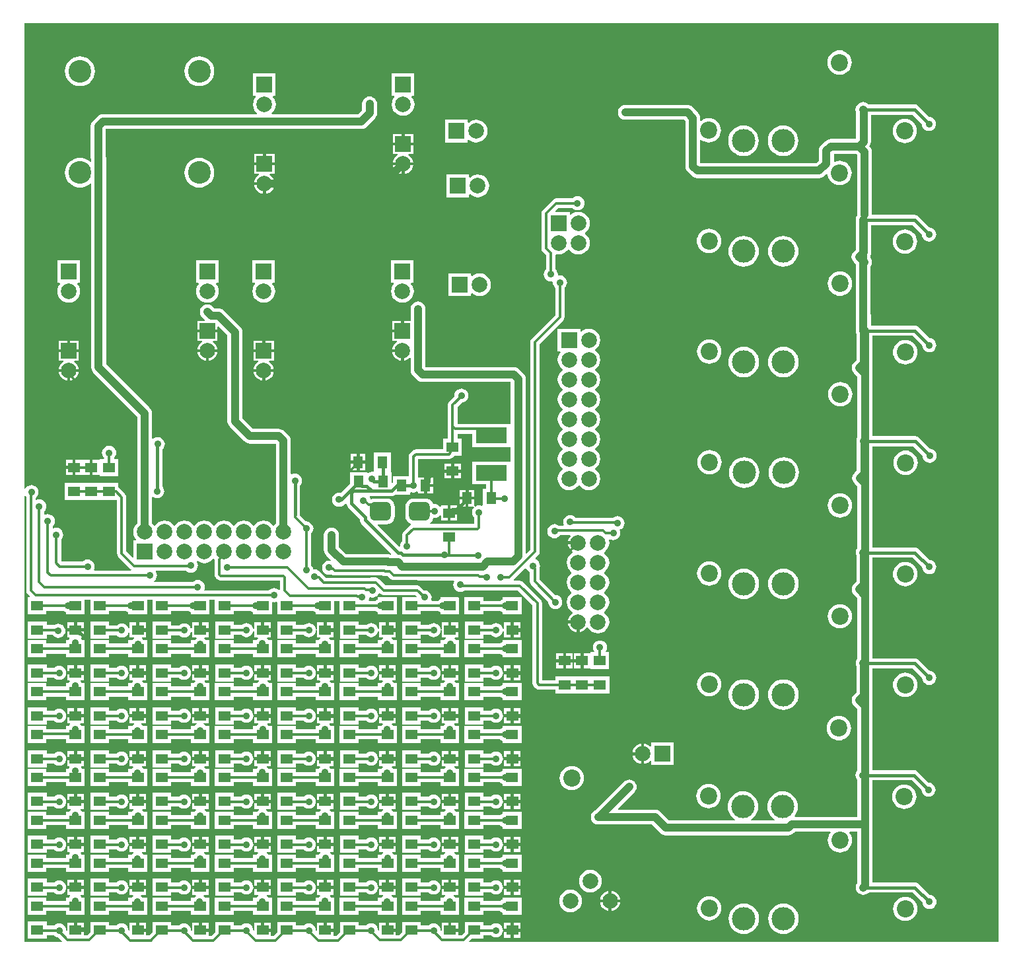
<source format=gbr>
%TF.GenerationSoftware,Altium Limited,Altium Designer,21.6.4 (81)*%
G04 Layer_Physical_Order=2*
G04 Layer_Color=16711680*
%FSLAX45Y45*%
%MOMM*%
%TF.SameCoordinates,70D3979D-B5F9-41FC-A6F4-C74AF17E61BC*%
%TF.FilePolarity,Positive*%
%TF.FileFunction,Copper,L2,Bot,Signal*%
%TF.Part,Single*%
G01*
G75*
%TA.AperFunction,SMDPad,CuDef*%
%ADD12R,1.30000X1.50000*%
%ADD13R,1.50000X1.30000*%
%TA.AperFunction,Conductor*%
%ADD27C,0.40000*%
%ADD28C,0.30000*%
%ADD29C,0.35000*%
%ADD30C,1.00000*%
%TA.AperFunction,ComponentPad*%
%ADD31C,2.20000*%
%ADD32C,3.00000*%
%ADD33C,2.00000*%
%ADD34R,2.00000X2.00000*%
%ADD35R,2.00000X2.00000*%
%ADD36C,2.91000*%
%TA.AperFunction,ViaPad*%
%ADD37C,0.90000*%
%TA.AperFunction,SMDPad,CuDef*%
G04:AMPARAMS|DCode=38|XSize=2.7mm|YSize=2.4mm|CornerRadius=0.6mm|HoleSize=0mm|Usage=FLASHONLY|Rotation=0.000|XOffset=0mm|YOffset=0mm|HoleType=Round|Shape=RoundedRectangle|*
%AMROUNDEDRECTD38*
21,1,2.70000,1.20000,0,0,0.0*
21,1,1.50000,2.40000,0,0,0.0*
1,1,1.20000,0.75000,-0.60000*
1,1,1.20000,-0.75000,-0.60000*
1,1,1.20000,-0.75000,0.60000*
1,1,1.20000,0.75000,0.60000*
%
%ADD38ROUNDEDRECTD38*%
%ADD39R,4.00000X2.00000*%
G36*
X2543670Y5051500D02*
X2542325Y5044736D01*
Y4857544D01*
X2546981Y4834133D01*
X2560243Y4814286D01*
X2577816Y4796712D01*
X2597663Y4783451D01*
X2621074Y4778795D01*
X3379145D01*
Y4664777D01*
X3377904Y4663656D01*
X3366445Y4659236D01*
X3351198Y4670935D01*
X3329305Y4680003D01*
X3305810Y4683096D01*
X3282315Y4680003D01*
X3260422Y4670935D01*
X3241621Y4656509D01*
X3237229Y4650784D01*
X2417332D01*
X2410276Y4661344D01*
X2414323Y4671114D01*
X2417416Y4694609D01*
X2414323Y4718104D01*
X2405255Y4739997D01*
X2390829Y4758797D01*
X2372028Y4773223D01*
X2350135Y4782292D01*
X2326640Y4785385D01*
X2303145Y4782292D01*
X2281252Y4773223D01*
X2262451Y4758797D01*
X2262095Y4758333D01*
X1771083D01*
X1766772Y4771033D01*
X1778689Y4780177D01*
X1793115Y4798978D01*
X1802183Y4820871D01*
X1805276Y4844366D01*
X1802183Y4867861D01*
X1793115Y4889754D01*
X1788572Y4895674D01*
X1794189Y4907065D01*
X2175728D01*
X2176091Y4906591D01*
X2194892Y4892165D01*
X2216785Y4883097D01*
X2240280Y4880004D01*
X2263775Y4883097D01*
X2285668Y4892165D01*
X2304469Y4906591D01*
X2318895Y4925392D01*
X2327963Y4947285D01*
X2331056Y4970780D01*
X2327963Y4994275D01*
X2318895Y5016168D01*
X2313994Y5022554D01*
X2323052Y5031612D01*
X2337334Y5020653D01*
X2372607Y5006042D01*
X2410460Y5001059D01*
X2448313Y5006042D01*
X2483586Y5020653D01*
X2513875Y5043895D01*
X2523386Y5056289D01*
X2539547Y5056525D01*
X2543670Y5051500D01*
D02*
G37*
G36*
X12598200Y146251D02*
X5813359D01*
X5808499Y157984D01*
X5836545Y186030D01*
X5990030D01*
Y230926D01*
X6087005D01*
X6087361Y230462D01*
X6106162Y216036D01*
X6128055Y206967D01*
X6151550Y203874D01*
X6175045Y206967D01*
X6196938Y216036D01*
X6215739Y230462D01*
X6230165Y249262D01*
X6239233Y271155D01*
X6242326Y294650D01*
X6239233Y318145D01*
X6230165Y340038D01*
X6215739Y358839D01*
X6196938Y373265D01*
X6175045Y382333D01*
X6151550Y385426D01*
X6128055Y382333D01*
X6106162Y373265D01*
X6087361Y358839D01*
X6087005Y358374D01*
X5990030D01*
Y406030D01*
X5750030D01*
Y272545D01*
X5709690Y232205D01*
X5665030D01*
Y276030D01*
X5560030D01*
Y296030D01*
X5540030D01*
Y391030D01*
X5455030D01*
Y292898D01*
X5442330Y286635D01*
X5441368Y287373D01*
X5442326Y294650D01*
X5439233Y318145D01*
X5430165Y340038D01*
X5415739Y358839D01*
X5396938Y373265D01*
X5375045Y382333D01*
X5351550Y385426D01*
X5328055Y382333D01*
X5306162Y373265D01*
X5287362Y358839D01*
X5287005Y358374D01*
X5190030D01*
Y406030D01*
X4950030D01*
Y272545D01*
X4909690Y232205D01*
X4865030D01*
Y276030D01*
X4760030D01*
Y296030D01*
X4740030D01*
Y391030D01*
X4655030D01*
Y292898D01*
X4642330Y286635D01*
X4641368Y287373D01*
X4642327Y294650D01*
X4639233Y318145D01*
X4630165Y340038D01*
X4615739Y358839D01*
X4596938Y373265D01*
X4575045Y382333D01*
X4551550Y385426D01*
X4528055Y382333D01*
X4506162Y373265D01*
X4487362Y358839D01*
X4487005Y358374D01*
X4390030D01*
Y406030D01*
X4150030D01*
Y272545D01*
X4098680Y221195D01*
X4065030D01*
Y276030D01*
X3960030D01*
Y296030D01*
X3940030D01*
Y391030D01*
X3855030D01*
Y292898D01*
X3842330Y286635D01*
X3841368Y287373D01*
X3842326Y294650D01*
X3839233Y318145D01*
X3830165Y340038D01*
X3815739Y358839D01*
X3796938Y373265D01*
X3775045Y382333D01*
X3751550Y385426D01*
X3728055Y382333D01*
X3706162Y373265D01*
X3687361Y358839D01*
X3687005Y358374D01*
X3590030D01*
Y406030D01*
X3350030D01*
Y272545D01*
X3298660Y221175D01*
X3265030D01*
Y276030D01*
X3160030D01*
Y296030D01*
X3140030D01*
Y391030D01*
X3055030D01*
Y292898D01*
X3042330Y286635D01*
X3041368Y287373D01*
X3042326Y294650D01*
X3039233Y318145D01*
X3030165Y340038D01*
X3015739Y358839D01*
X2996938Y373265D01*
X2975045Y382333D01*
X2951550Y385426D01*
X2928055Y382333D01*
X2906162Y373265D01*
X2887362Y358839D01*
X2887005Y358374D01*
X2790030D01*
Y406030D01*
X2550030D01*
Y272545D01*
X2498660Y221175D01*
X2465030D01*
Y276030D01*
X2360030D01*
Y296030D01*
X2340030D01*
Y391030D01*
X2255030D01*
Y292898D01*
X2242330Y286635D01*
X2241368Y287373D01*
X2242326Y294650D01*
X2239233Y318145D01*
X2230165Y340038D01*
X2215739Y358839D01*
X2196938Y373265D01*
X2175045Y382333D01*
X2151550Y385426D01*
X2128055Y382333D01*
X2106162Y373265D01*
X2087362Y358839D01*
X2087005Y358374D01*
X1990030D01*
Y406030D01*
X1750030D01*
Y272545D01*
X1705030Y227545D01*
X1665030D01*
Y276030D01*
X1560030D01*
Y296030D01*
X1540030D01*
Y391030D01*
X1455030D01*
Y292898D01*
X1442330Y286635D01*
X1441368Y287373D01*
X1442326Y294650D01*
X1439233Y318145D01*
X1430165Y340038D01*
X1415739Y358839D01*
X1396938Y373265D01*
X1375045Y382333D01*
X1351550Y385426D01*
X1328055Y382333D01*
X1306162Y373265D01*
X1287361Y358839D01*
X1287005Y358374D01*
X1190030D01*
Y406030D01*
X950030D01*
Y272545D01*
X909690Y232205D01*
X865030D01*
Y276030D01*
X760030D01*
Y296030D01*
X740030D01*
Y391030D01*
X655030D01*
Y292898D01*
X642330Y286635D01*
X641368Y287373D01*
X642326Y294650D01*
X639233Y318145D01*
X630165Y340038D01*
X615739Y358839D01*
X596938Y373265D01*
X575045Y382333D01*
X551550Y385426D01*
X528055Y382333D01*
X506162Y373265D01*
X487361Y358839D01*
X487005Y358374D01*
X390030D01*
Y406030D01*
X150030D01*
Y186030D01*
X390030D01*
Y230926D01*
X487005D01*
X487361Y230462D01*
X506162Y216036D01*
X528055Y206967D01*
X539191Y205501D01*
X586708Y157984D01*
X581847Y146251D01*
X105461D01*
Y5864115D01*
X118161Y5866641D01*
X118235Y5866462D01*
X128824Y5852662D01*
Y4649440D01*
X133481Y4626029D01*
X146742Y4606182D01*
X175392Y4577533D01*
X170531Y4565800D01*
X148930D01*
Y4345800D01*
X388930D01*
Y4391486D01*
X604435D01*
X604791Y4391022D01*
X623592Y4376596D01*
X638930Y4370242D01*
Y4345800D01*
X878930D01*
Y4528433D01*
X948930D01*
Y4345800D01*
X1188930D01*
Y4391486D01*
X1404435D01*
X1404791Y4391022D01*
X1423592Y4376596D01*
X1438930Y4370242D01*
Y4345800D01*
X1678930D01*
Y4528433D01*
X1748930D01*
Y4345800D01*
X1988930D01*
Y4391486D01*
X2204435D01*
X2204791Y4391022D01*
X2223592Y4376596D01*
X2238930Y4370242D01*
Y4345800D01*
X2478930D01*
Y4528433D01*
X2548930D01*
Y4345800D01*
X2788930D01*
Y4391486D01*
X3004435D01*
X3004791Y4391022D01*
X3023592Y4376596D01*
X3038930Y4370242D01*
Y4345800D01*
X3278930D01*
Y4493043D01*
X3291630Y4503411D01*
X3305810Y4501544D01*
X3329305Y4504637D01*
X3338370Y4508392D01*
X3348930Y4501336D01*
Y4345800D01*
X3588930D01*
Y4391486D01*
X3804435D01*
X3804791Y4391022D01*
X3823592Y4376596D01*
X3838930Y4370242D01*
Y4345800D01*
X4078930D01*
Y4519625D01*
X4148930D01*
Y4345800D01*
X4388930D01*
Y4391486D01*
X4604435D01*
X4604791Y4391022D01*
X4623592Y4376596D01*
X4638930Y4370242D01*
Y4345800D01*
X4878930D01*
Y4565800D01*
X4638930D01*
Y4540178D01*
X4623592Y4533825D01*
X4604791Y4519399D01*
X4604435Y4518935D01*
X4526450D01*
X4519394Y4529494D01*
X4523421Y4539215D01*
X4525728Y4556737D01*
X4537933Y4565428D01*
X4544695Y4562627D01*
X4568190Y4559534D01*
X4591685Y4562627D01*
X4613578Y4571696D01*
X4632379Y4586122D01*
X4646805Y4604922D01*
X4650852Y4614692D01*
X4663308Y4617170D01*
X4670405Y4610073D01*
X4690251Y4596811D01*
X4713662Y4592155D01*
X5119778D01*
X5133433Y4578500D01*
X5128173Y4565800D01*
X4948930D01*
Y4345800D01*
X5188930D01*
Y4391486D01*
X5404435D01*
X5404791Y4391022D01*
X5423592Y4376596D01*
X5438930Y4370242D01*
Y4345800D01*
X5678930D01*
Y4565800D01*
X5438930D01*
Y4540178D01*
X5423592Y4533825D01*
X5404791Y4519399D01*
X5404435Y4518935D01*
X5326450D01*
X5319394Y4529494D01*
X5323421Y4539215D01*
X5326514Y4562710D01*
X5323421Y4586205D01*
X5314352Y4608098D01*
X5299926Y4626899D01*
X5281126Y4641325D01*
X5259233Y4650393D01*
X5235738Y4653487D01*
X5231972Y4652991D01*
X5188375Y4696588D01*
X5168529Y4709849D01*
X5145118Y4714506D01*
X4739002D01*
X4654940Y4798568D01*
X4635093Y4811829D01*
X4611682Y4816486D01*
X3970135D01*
X3924344Y4862277D01*
X3906490Y4874206D01*
X3905794Y4875888D01*
X3891368Y4894688D01*
X3872567Y4909114D01*
X3850674Y4918182D01*
X3827179Y4921276D01*
X3809735Y4918979D01*
X3807513Y4935855D01*
X3798445Y4957748D01*
X3784019Y4976549D01*
X3781005Y4978861D01*
Y5379259D01*
X3784019Y5381571D01*
X3798445Y5400372D01*
X3807513Y5422265D01*
X3810606Y5445760D01*
X3807513Y5469255D01*
X3798445Y5491148D01*
X3784019Y5509949D01*
X3765218Y5524375D01*
X3743325Y5533443D01*
X3719830Y5536536D01*
X3716064Y5536040D01*
X3639607Y5612498D01*
X3640911Y5622400D01*
Y5996360D01*
X3653964Y6013372D01*
X3663033Y6035265D01*
X3666126Y6058760D01*
X3663033Y6082255D01*
X3653964Y6104148D01*
X3639539Y6122949D01*
X3620738Y6137375D01*
X3598845Y6146443D01*
X3575350Y6149536D01*
X3551855Y6146443D01*
X3534980Y6139453D01*
X3522279Y6146286D01*
Y6569551D01*
X3519015Y6594351D01*
X3509442Y6617461D01*
X3494215Y6637306D01*
X3435636Y6695884D01*
X3415791Y6711112D01*
X3392681Y6720685D01*
X3367881Y6723949D01*
X3036890D01*
X2901249Y6859590D01*
Y7959150D01*
X2897985Y7983950D01*
X2888412Y8007060D01*
X2873184Y8026905D01*
X2659075Y8241015D01*
X2639230Y8256242D01*
X2616120Y8265815D01*
X2591320Y8269080D01*
X2541249D01*
X2519724Y8290604D01*
X2499880Y8305832D01*
X2476770Y8315405D01*
X2451970Y8318669D01*
X2427170Y8315405D01*
X2404060Y8305832D01*
X2384215Y8290604D01*
X2368988Y8270760D01*
X2359415Y8247650D01*
X2356151Y8222850D01*
X2359415Y8198050D01*
X2368988Y8174940D01*
X2384215Y8155095D01*
X2419317Y8119993D01*
X2414457Y8108260D01*
X2321970D01*
Y7998260D01*
X2451970D01*
X2581970D01*
Y8030508D01*
X2593703Y8035368D01*
X2709611Y7919461D01*
Y6819900D01*
X2712875Y6795100D01*
X2722448Y6771990D01*
X2737675Y6752145D01*
X2929445Y6560375D01*
X2949290Y6545148D01*
X2972400Y6535575D01*
X2997200Y6532311D01*
X3328192D01*
X3330641Y6529862D01*
Y5510553D01*
X3323045Y5504725D01*
X3307464Y5484420D01*
X3291456D01*
X3275875Y5504725D01*
X3245586Y5527967D01*
X3210313Y5542578D01*
X3172460Y5547561D01*
X3134607Y5542578D01*
X3099334Y5527967D01*
X3069045Y5504725D01*
X3053464Y5484420D01*
X3037456D01*
X3021875Y5504725D01*
X2991586Y5527967D01*
X2956313Y5542578D01*
X2918460Y5547561D01*
X2880607Y5542578D01*
X2845334Y5527967D01*
X2815045Y5504725D01*
X2799464Y5484420D01*
X2783456D01*
X2767875Y5504725D01*
X2737586Y5527967D01*
X2702313Y5542578D01*
X2664460Y5547561D01*
X2626607Y5542578D01*
X2591334Y5527967D01*
X2561045Y5504725D01*
X2545464Y5484420D01*
X2529456D01*
X2513875Y5504725D01*
X2483586Y5527967D01*
X2448313Y5542578D01*
X2410460Y5547561D01*
X2372607Y5542578D01*
X2337334Y5527967D01*
X2307045Y5504725D01*
X2291464Y5484420D01*
X2275456D01*
X2259875Y5504725D01*
X2229586Y5527967D01*
X2194313Y5542578D01*
X2156460Y5547561D01*
X2118607Y5542578D01*
X2083334Y5527967D01*
X2053045Y5504725D01*
X2037464Y5484420D01*
X2021456D01*
X2005875Y5504725D01*
X1975586Y5527967D01*
X1940313Y5542578D01*
X1902460Y5547561D01*
X1864607Y5542578D01*
X1829334Y5527967D01*
X1799045Y5504725D01*
X1783464Y5484420D01*
X1767456D01*
X1751875Y5504725D01*
X1744279Y5510553D01*
Y5843092D01*
X1756979Y5849356D01*
X1763092Y5844665D01*
X1784985Y5835597D01*
X1808480Y5832504D01*
X1831975Y5835597D01*
X1853868Y5844665D01*
X1872669Y5859091D01*
X1887095Y5877892D01*
X1896163Y5899785D01*
X1899256Y5923280D01*
X1896163Y5946775D01*
X1887095Y5968668D01*
X1874041Y5985680D01*
Y6458522D01*
X1879019Y6462341D01*
X1893445Y6481142D01*
X1902513Y6503035D01*
X1905606Y6526530D01*
X1902513Y6550025D01*
X1893445Y6571918D01*
X1879019Y6590719D01*
X1860218Y6605145D01*
X1838325Y6614213D01*
X1814830Y6617306D01*
X1791335Y6614213D01*
X1769442Y6605145D01*
X1756979Y6595582D01*
X1744279Y6601845D01*
Y6921500D01*
X1741015Y6946300D01*
X1731442Y6969410D01*
X1716215Y6989255D01*
X1154579Y7550890D01*
Y10199290D01*
X1151314Y10224090D01*
X1148649Y10230524D01*
Y10563382D01*
X1151098Y10565831D01*
X4423251D01*
X4448051Y10569095D01*
X4471161Y10578668D01*
X4491006Y10593896D01*
X4599115Y10702004D01*
X4614342Y10721849D01*
X4623915Y10744959D01*
X4627179Y10769759D01*
Y10887710D01*
X4623915Y10912510D01*
X4614342Y10935620D01*
X4599114Y10955464D01*
X4579270Y10970692D01*
X4556160Y10980265D01*
X4531360Y10983529D01*
X4506560Y10980265D01*
X4483450Y10970692D01*
X4463605Y10955464D01*
X4448378Y10935620D01*
X4438805Y10912510D01*
X4435541Y10887710D01*
Y10809449D01*
X4383562Y10757469D01*
X3279106D01*
X3275024Y10769496D01*
X3286035Y10777945D01*
X3309277Y10808234D01*
X3323888Y10843507D01*
X3328871Y10881360D01*
X3323888Y10919213D01*
X3309277Y10954486D01*
X3291495Y10977660D01*
X3297758Y10990360D01*
X3327620D01*
Y11280360D01*
X3037620D01*
Y10990360D01*
X3067482D01*
X3073745Y10977660D01*
X3055963Y10954486D01*
X3041352Y10919213D01*
X3036369Y10881360D01*
X3041352Y10843507D01*
X3055963Y10808234D01*
X3079205Y10777945D01*
X3090216Y10769496D01*
X3086134Y10757469D01*
X1111409D01*
X1086609Y10754205D01*
X1063499Y10744632D01*
X1043654Y10729404D01*
X985075Y10670826D01*
X969848Y10650981D01*
X960275Y10627871D01*
X957011Y10603071D01*
Y10205220D01*
X960275Y10180421D01*
X962940Y10173987D01*
Y10149730D01*
X950240Y10145055D01*
X924608Y10166091D01*
X891514Y10183780D01*
X855605Y10194673D01*
X818260Y10198351D01*
X780915Y10194673D01*
X745006Y10183780D01*
X711912Y10166091D01*
X682905Y10142285D01*
X659099Y10113278D01*
X641410Y10080184D01*
X630517Y10044275D01*
X626838Y10006930D01*
X630517Y9969585D01*
X641410Y9933676D01*
X659099Y9900582D01*
X682905Y9871575D01*
X711912Y9847769D01*
X745006Y9830080D01*
X780915Y9819187D01*
X818260Y9815508D01*
X855605Y9819187D01*
X891514Y9830080D01*
X924608Y9847769D01*
X950240Y9868805D01*
X962940Y9864130D01*
Y7511200D01*
X966205Y7486401D01*
X975778Y7463291D01*
X991005Y7443446D01*
X1552641Y6881810D01*
Y5510553D01*
X1545045Y5504725D01*
X1521803Y5474436D01*
X1507192Y5439163D01*
X1502209Y5401310D01*
X1507192Y5363457D01*
X1521803Y5328184D01*
X1539585Y5305010D01*
X1533322Y5292310D01*
X1503460D01*
Y5080458D01*
X1491727Y5075598D01*
X1413725Y5153600D01*
Y5847080D01*
X1409069Y5870491D01*
X1395807Y5890337D01*
X1324028Y5962117D01*
X1312640Y5969726D01*
Y6028860D01*
X621800D01*
Y5808860D01*
X1291375D01*
Y5128260D01*
X1296031Y5104849D01*
X1309293Y5085003D01*
X1469313Y4924982D01*
X1475586Y4920790D01*
X1471734Y4908090D01*
X1007096D01*
X998610Y4920791D01*
X1004113Y4934075D01*
X1007206Y4957570D01*
X1004113Y4981064D01*
X995044Y5002958D01*
X980618Y5021758D01*
X961818Y5036184D01*
X939924Y5045253D01*
X916430Y5048346D01*
X892935Y5045253D01*
X871042Y5036184D01*
X852241Y5021758D01*
X851885Y5021294D01*
X585378D01*
X576354Y5030318D01*
Y5299935D01*
X576819Y5300291D01*
X591244Y5319092D01*
X600313Y5340985D01*
X603406Y5364480D01*
X600313Y5387975D01*
X591244Y5409868D01*
X576819Y5428669D01*
X558018Y5443095D01*
X536125Y5452163D01*
X512630Y5455256D01*
X489135Y5452163D01*
X479414Y5448136D01*
X468854Y5455192D01*
Y5475195D01*
X469319Y5475551D01*
X483745Y5494352D01*
X492813Y5516245D01*
X495906Y5539740D01*
X492813Y5563235D01*
X483745Y5585128D01*
X469319Y5603929D01*
X450518Y5618355D01*
X428625Y5627423D01*
X405130Y5630516D01*
X381635Y5627423D01*
X371424Y5623193D01*
X358724Y5631680D01*
Y5665695D01*
X359189Y5666051D01*
X373614Y5684852D01*
X382683Y5706745D01*
X385776Y5730240D01*
X382683Y5753735D01*
X373614Y5775628D01*
X359189Y5794429D01*
X340388Y5808855D01*
X318495Y5817923D01*
X295000Y5821016D01*
X271505Y5817923D01*
X261735Y5813876D01*
X251175Y5820932D01*
Y5840093D01*
X261039Y5847661D01*
X275465Y5866462D01*
X284533Y5888355D01*
X287626Y5911850D01*
X284533Y5935345D01*
X275465Y5957238D01*
X261039Y5976039D01*
X242238Y5990465D01*
X220345Y5999533D01*
X196850Y6002626D01*
X173355Y5999533D01*
X151462Y5990465D01*
X132661Y5976039D01*
X118235Y5957238D01*
X118161Y5957059D01*
X105461Y5959585D01*
Y11926368D01*
X12598199Y11926369D01*
X12598200Y146251D01*
D02*
G37*
%LPC*%
G36*
X10556240Y11575590D02*
X10525855Y11572597D01*
X10496637Y11563734D01*
X10469710Y11549341D01*
X10446108Y11529972D01*
X10426739Y11506370D01*
X10412346Y11479443D01*
X10403483Y11450225D01*
X10400490Y11419840D01*
X10403483Y11389455D01*
X10412346Y11360237D01*
X10426739Y11333310D01*
X10446108Y11309708D01*
X10469710Y11290339D01*
X10496637Y11275946D01*
X10525855Y11267083D01*
X10556240Y11264090D01*
X10586625Y11267083D01*
X10615843Y11275946D01*
X10642770Y11290339D01*
X10666372Y11309708D01*
X10685741Y11333310D01*
X10700134Y11360237D01*
X10708997Y11389455D01*
X10711990Y11419840D01*
X10708997Y11450225D01*
X10700134Y11479443D01*
X10685741Y11506370D01*
X10666372Y11529972D01*
X10642770Y11549341D01*
X10615843Y11563734D01*
X10586625Y11572597D01*
X10556240Y11575590D01*
D02*
G37*
G36*
X2348260Y11498351D02*
X2310915Y11494673D01*
X2275006Y11483780D01*
X2241912Y11466091D01*
X2212905Y11442285D01*
X2189099Y11413278D01*
X2171410Y11380184D01*
X2160517Y11344274D01*
X2156838Y11306930D01*
X2160517Y11269585D01*
X2171410Y11233676D01*
X2189099Y11200582D01*
X2212905Y11171575D01*
X2241912Y11147769D01*
X2275006Y11130080D01*
X2310915Y11119187D01*
X2348260Y11115508D01*
X2385605Y11119187D01*
X2421514Y11130080D01*
X2454608Y11147769D01*
X2483615Y11171575D01*
X2507421Y11200582D01*
X2525110Y11233676D01*
X2536003Y11269585D01*
X2539681Y11306930D01*
X2536003Y11344274D01*
X2525110Y11380184D01*
X2507421Y11413278D01*
X2483615Y11442285D01*
X2454608Y11466091D01*
X2421514Y11483780D01*
X2385605Y11494673D01*
X2348260Y11498351D01*
D02*
G37*
G36*
X818260D02*
X780915Y11494673D01*
X745006Y11483780D01*
X711912Y11466091D01*
X682905Y11442285D01*
X659099Y11413278D01*
X641410Y11380184D01*
X630517Y11344274D01*
X626838Y11306930D01*
X630517Y11269585D01*
X641410Y11233676D01*
X659099Y11200582D01*
X682905Y11171575D01*
X711912Y11147769D01*
X745006Y11130080D01*
X780915Y11119187D01*
X818260Y11115508D01*
X855605Y11119187D01*
X891514Y11130080D01*
X924608Y11147769D01*
X953615Y11171575D01*
X977421Y11200582D01*
X995110Y11233676D01*
X1006003Y11269585D01*
X1009681Y11306930D01*
X1006003Y11344274D01*
X995110Y11380184D01*
X977421Y11413278D01*
X953615Y11442285D01*
X924608Y11466091D01*
X891514Y11483780D01*
X855605Y11494673D01*
X818260Y11498351D01*
D02*
G37*
G36*
X5105620Y11280360D02*
X4815620D01*
Y10990360D01*
X4845482D01*
X4851745Y10977660D01*
X4833963Y10954486D01*
X4819352Y10919213D01*
X4814369Y10881360D01*
X4819352Y10843507D01*
X4833963Y10808234D01*
X4857205Y10777945D01*
X4887494Y10754703D01*
X4922767Y10740092D01*
X4960620Y10735109D01*
X4998473Y10740092D01*
X5033746Y10754703D01*
X5064035Y10777945D01*
X5087277Y10808234D01*
X5101888Y10843507D01*
X5106871Y10881360D01*
X5101888Y10919213D01*
X5087277Y10954486D01*
X5069495Y10977660D01*
X5075758Y10990360D01*
X5105620D01*
Y11280360D01*
D02*
G37*
G36*
X5896610Y10685981D02*
X5858757Y10680998D01*
X5823484Y10666387D01*
X5800310Y10648605D01*
X5787610Y10654868D01*
Y10684730D01*
X5497610D01*
Y10394730D01*
X5787610D01*
Y10424592D01*
X5800310Y10430855D01*
X5823484Y10413073D01*
X5858757Y10398462D01*
X5896610Y10393479D01*
X5934463Y10398462D01*
X5969736Y10413073D01*
X6000025Y10436315D01*
X6023267Y10466604D01*
X6037878Y10501877D01*
X6042861Y10539730D01*
X6037878Y10577583D01*
X6023267Y10612856D01*
X6000025Y10643145D01*
X5969736Y10666387D01*
X5934463Y10680998D01*
X5896610Y10685981D01*
D02*
G37*
G36*
X5090620Y10503360D02*
X4980620D01*
Y10393360D01*
X5090620D01*
Y10503360D01*
D02*
G37*
G36*
X4940620D02*
X4830620D01*
Y10393360D01*
X4940620D01*
Y10503360D01*
D02*
G37*
G36*
X10857230Y10912409D02*
X10832430Y10909145D01*
X10809320Y10899572D01*
X10789476Y10884344D01*
X10774248Y10864500D01*
X10764675Y10841390D01*
X10761411Y10816590D01*
X10764675Y10791790D01*
X10767761Y10784342D01*
Y10442418D01*
X10765312Y10439969D01*
X10445218D01*
X10420418Y10436705D01*
X10397308Y10427132D01*
X10377464Y10411904D01*
X10318885Y10353326D01*
X10303657Y10333481D01*
X10294085Y10310371D01*
X10290820Y10285571D01*
Y10162523D01*
X10255847Y10127549D01*
X8774378D01*
X8771929Y10129998D01*
Y10422855D01*
X8783410Y10428285D01*
X8794580Y10419119D01*
X8821507Y10404726D01*
X8850725Y10395863D01*
X8881110Y10392870D01*
X8911495Y10395863D01*
X8940713Y10404726D01*
X8967640Y10419119D01*
X8991242Y10438488D01*
X9010611Y10462090D01*
X9025004Y10489017D01*
X9033867Y10518235D01*
X9036860Y10548620D01*
X9033867Y10579005D01*
X9025004Y10608223D01*
X9010611Y10635150D01*
X8991242Y10658752D01*
X8967640Y10678121D01*
X8940713Y10692514D01*
X8911495Y10701377D01*
X8881110Y10704370D01*
X8850725Y10701377D01*
X8821507Y10692514D01*
X8794580Y10678121D01*
X8783410Y10668955D01*
X8771929Y10674385D01*
Y10706630D01*
X8768664Y10731430D01*
X8759092Y10754540D01*
X8743864Y10774385D01*
X8670734Y10847514D01*
X8650890Y10862742D01*
X8627780Y10872315D01*
X8602980Y10875579D01*
X7811770D01*
X7786970Y10872315D01*
X7763860Y10862742D01*
X7744015Y10847514D01*
X7728788Y10827670D01*
X7719215Y10804560D01*
X7715951Y10779760D01*
X7719215Y10754960D01*
X7728788Y10731850D01*
X7744015Y10712006D01*
X7763860Y10696778D01*
X7786970Y10687205D01*
X7811770Y10683941D01*
X8563290D01*
X8580290Y10666940D01*
Y10090309D01*
X8583555Y10065509D01*
X8593128Y10042399D01*
X8608355Y10022554D01*
X8666934Y9963975D01*
X8686779Y9948748D01*
X8709889Y9939175D01*
X8734689Y9935911D01*
X10295536D01*
X10320336Y9939175D01*
X10343446Y9948748D01*
X10363291Y9963975D01*
X10391379Y9992063D01*
X10403336Y9987785D01*
X10404753Y9973405D01*
X10413616Y9944187D01*
X10428009Y9917260D01*
X10447378Y9893658D01*
X10470980Y9874289D01*
X10497907Y9859896D01*
X10527125Y9851033D01*
X10557510Y9848040D01*
X10587895Y9851033D01*
X10617113Y9859896D01*
X10644040Y9874289D01*
X10667642Y9893658D01*
X10687011Y9917260D01*
X10701404Y9944187D01*
X10710267Y9973405D01*
X10713260Y10003790D01*
X10710267Y10034175D01*
X10701404Y10063393D01*
X10687011Y10090320D01*
X10667642Y10113922D01*
X10644040Y10133291D01*
X10617113Y10147684D01*
X10587895Y10156547D01*
X10557510Y10159540D01*
X10527125Y10156547D01*
X10497907Y10147684D01*
X10493352Y10145250D01*
X10482459Y10151779D01*
Y10245882D01*
X10484908Y10248331D01*
X10765312D01*
X10778811Y10234832D01*
Y9466420D01*
X10780348Y9454744D01*
X10775518Y9448450D01*
X10765945Y9425340D01*
X10762681Y9400540D01*
Y9020018D01*
X10738517Y8995855D01*
X10723289Y8976010D01*
X10713717Y8952900D01*
X10710452Y8928100D01*
X10713717Y8903300D01*
X10723289Y8880190D01*
X10738517Y8860345D01*
X10762681Y8836182D01*
Y8181210D01*
X10765221Y8161916D01*
Y7980680D01*
X10768485Y7955880D01*
X10771571Y7948432D01*
Y7606508D01*
X10741057Y7575995D01*
X10725829Y7556150D01*
X10716257Y7533040D01*
X10712992Y7508240D01*
X10716257Y7483440D01*
X10725829Y7460330D01*
X10741057Y7440485D01*
X10786431Y7395112D01*
Y6616831D01*
X10783138Y6612540D01*
X10773565Y6589430D01*
X10770301Y6564630D01*
X10773565Y6539830D01*
X10776651Y6532382D01*
Y6190458D01*
X10746137Y6159944D01*
X10730909Y6140100D01*
X10721337Y6116990D01*
X10718072Y6092190D01*
X10721337Y6067390D01*
X10730909Y6044280D01*
X10746137Y6024435D01*
X10786431Y5984142D01*
Y5195971D01*
X10778058Y5185060D01*
X10768485Y5161950D01*
X10765221Y5137150D01*
X10768485Y5112350D01*
X10771571Y5104902D01*
Y4762978D01*
X10741057Y4732464D01*
X10725829Y4712620D01*
X10716257Y4689510D01*
X10712992Y4664710D01*
X10716257Y4639910D01*
X10725829Y4616800D01*
X10741057Y4596955D01*
X10786431Y4551582D01*
Y3776111D01*
X10778058Y3765200D01*
X10768485Y3742090D01*
X10765221Y3717290D01*
X10768485Y3692490D01*
X10771571Y3685042D01*
Y3343118D01*
X10741057Y3312604D01*
X10725829Y3292760D01*
X10716257Y3269650D01*
X10712992Y3244850D01*
X10716257Y3220050D01*
X10725829Y3196940D01*
X10741057Y3177095D01*
X10786431Y3131722D01*
Y2347006D01*
X10786382Y2346969D01*
X10771956Y2328168D01*
X10762887Y2306275D01*
X10759794Y2282780D01*
X10762887Y2259285D01*
X10771956Y2237392D01*
X10786382Y2218591D01*
X10786431Y2218554D01*
Y1749210D01*
X9984257D01*
X9978827Y1760690D01*
X9988601Y1772600D01*
X10006708Y1806476D01*
X10017859Y1843233D01*
X10021624Y1881460D01*
X10017859Y1919687D01*
X10006708Y1956444D01*
X9988601Y1990320D01*
X9964233Y2020013D01*
X9934540Y2044381D01*
X9900664Y2062488D01*
X9863907Y2073638D01*
X9825680Y2077404D01*
X9787453Y2073638D01*
X9750696Y2062488D01*
X9716820Y2044381D01*
X9687127Y2020013D01*
X9662759Y1990320D01*
X9644652Y1956444D01*
X9633502Y1919687D01*
X9629737Y1881460D01*
X9633502Y1843233D01*
X9644652Y1806476D01*
X9662759Y1772600D01*
X9687127Y1742907D01*
X9716820Y1718539D01*
X9721647Y1715959D01*
X9718561Y1703639D01*
X9424799D01*
X9421713Y1715959D01*
X9426540Y1718539D01*
X9456233Y1742907D01*
X9480601Y1772600D01*
X9498708Y1806476D01*
X9509859Y1843233D01*
X9513624Y1881460D01*
X9509859Y1919687D01*
X9498708Y1956444D01*
X9480601Y1990320D01*
X9456233Y2020013D01*
X9426540Y2044381D01*
X9392664Y2062488D01*
X9355907Y2073638D01*
X9317680Y2077404D01*
X9279453Y2073638D01*
X9242696Y2062488D01*
X9208820Y2044381D01*
X9179127Y2020013D01*
X9154759Y1990320D01*
X9136652Y1956444D01*
X9125502Y1919687D01*
X9121737Y1881460D01*
X9125502Y1843233D01*
X9136652Y1806476D01*
X9154759Y1772600D01*
X9179127Y1742907D01*
X9208820Y1718539D01*
X9213647Y1715959D01*
X9210561Y1703639D01*
X8368350D01*
X8257984Y1814004D01*
X8238140Y1829232D01*
X8215030Y1838805D01*
X8190230Y1842069D01*
X7720602D01*
X7715742Y1853803D01*
X7926515Y2064575D01*
X7941742Y2084420D01*
X7951315Y2107530D01*
X7954579Y2132330D01*
X7951315Y2157130D01*
X7941742Y2180240D01*
X7926515Y2200085D01*
X7906670Y2215312D01*
X7883560Y2224885D01*
X7858760Y2228149D01*
X7833960Y2224885D01*
X7810850Y2215312D01*
X7791005Y2200085D01*
X7424073Y1833152D01*
X7414610Y1829232D01*
X7394765Y1814004D01*
X7379538Y1794160D01*
X7369965Y1771050D01*
X7366701Y1746250D01*
X7369965Y1721450D01*
X7379538Y1698340D01*
X7394765Y1678496D01*
X7414610Y1663268D01*
X7437720Y1653695D01*
X7462520Y1650431D01*
X8150540D01*
X8260905Y1540065D01*
X8280750Y1524838D01*
X8303860Y1515265D01*
X8328660Y1512001D01*
X9898522D01*
X9923322Y1515265D01*
X9946432Y1524838D01*
X9966277Y1540065D01*
X9983782Y1557571D01*
X10434695D01*
X10440125Y1546090D01*
X10430959Y1534920D01*
X10416566Y1507993D01*
X10407703Y1478775D01*
X10404710Y1448390D01*
X10407703Y1418005D01*
X10416566Y1388787D01*
X10430959Y1361860D01*
X10450328Y1338258D01*
X10473930Y1318889D01*
X10500857Y1304496D01*
X10530075Y1295633D01*
X10560460Y1292640D01*
X10590845Y1295633D01*
X10620063Y1304496D01*
X10646990Y1318889D01*
X10670592Y1338258D01*
X10689961Y1361860D01*
X10704354Y1388787D01*
X10713217Y1418005D01*
X10716210Y1448390D01*
X10713217Y1478775D01*
X10704354Y1507993D01*
X10689961Y1534920D01*
X10680794Y1546090D01*
X10686225Y1557571D01*
X10786431D01*
Y903427D01*
X10778468Y893050D01*
X10768895Y869940D01*
X10765631Y845140D01*
X10768895Y820340D01*
X10778468Y797230D01*
X10793695Y777386D01*
X10813540Y762158D01*
X10836650Y752585D01*
X10861450Y749321D01*
X10886250Y752585D01*
X10909360Y762158D01*
X10929204Y777386D01*
X10931398Y779579D01*
X11494694D01*
X11616788Y657485D01*
X11619587Y636225D01*
X11628655Y614332D01*
X11643081Y595531D01*
X11661882Y581106D01*
X11683775Y572037D01*
X11707270Y568944D01*
X11730765Y572037D01*
X11752658Y581106D01*
X11771459Y595531D01*
X11785884Y614332D01*
X11794953Y636225D01*
X11798046Y659720D01*
X11794953Y683215D01*
X11785884Y705108D01*
X11771459Y723909D01*
X11752658Y738335D01*
X11730765Y747403D01*
X11709505Y750202D01*
X11568208Y891498D01*
X11554630Y901917D01*
X11538818Y908467D01*
X11521850Y910701D01*
X10978069D01*
Y1635760D01*
Y2217219D01*
X11483814D01*
X11605908Y2095125D01*
X11608707Y2073865D01*
X11617776Y2051972D01*
X11632202Y2033171D01*
X11651002Y2018746D01*
X11672895Y2009677D01*
X11696390Y2006584D01*
X11719885Y2009677D01*
X11741778Y2018746D01*
X11760579Y2033171D01*
X11775005Y2051972D01*
X11784073Y2073865D01*
X11787166Y2097360D01*
X11784073Y2120855D01*
X11775005Y2142748D01*
X11760579Y2161549D01*
X11741778Y2175975D01*
X11719885Y2185043D01*
X11698625Y2187842D01*
X11557328Y2329138D01*
X11543750Y2339557D01*
X11527939Y2346107D01*
X11510970Y2348341D01*
X10978069D01*
Y3651729D01*
X11494284D01*
X11616378Y3529635D01*
X11619177Y3508375D01*
X11628245Y3486482D01*
X11642671Y3467681D01*
X11661472Y3453255D01*
X11683365Y3444187D01*
X11706860Y3441094D01*
X11730355Y3444187D01*
X11752248Y3453255D01*
X11771049Y3467681D01*
X11785475Y3486482D01*
X11794543Y3508375D01*
X11797636Y3531870D01*
X11794543Y3555365D01*
X11785475Y3577258D01*
X11771049Y3596059D01*
X11752248Y3610485D01*
X11730355Y3619553D01*
X11709095Y3622352D01*
X11567798Y3763648D01*
X11554220Y3774067D01*
X11538408Y3780617D01*
X11521440Y3782851D01*
X10978069D01*
Y5071589D01*
X11494284D01*
X11616378Y4949495D01*
X11619177Y4928235D01*
X11628245Y4906342D01*
X11642671Y4887541D01*
X11661472Y4873115D01*
X11683365Y4864047D01*
X11706860Y4860954D01*
X11730355Y4864047D01*
X11752248Y4873115D01*
X11771049Y4887541D01*
X11785475Y4906342D01*
X11794543Y4928235D01*
X11797636Y4951730D01*
X11794543Y4975225D01*
X11785475Y4997118D01*
X11771049Y5015919D01*
X11752248Y5030345D01*
X11730355Y5039413D01*
X11709095Y5042212D01*
X11567798Y5183508D01*
X11554220Y5193927D01*
X11538408Y5200477D01*
X11521440Y5202711D01*
X10978069D01*
Y6012915D01*
X10979339Y6022561D01*
X10978069Y6032208D01*
Y6499069D01*
X11499364D01*
X11621458Y6376975D01*
X11624257Y6355715D01*
X11633325Y6333822D01*
X11647751Y6315021D01*
X11666552Y6300595D01*
X11688445Y6291527D01*
X11711940Y6288434D01*
X11735435Y6291527D01*
X11757328Y6300595D01*
X11776129Y6315021D01*
X11790555Y6333822D01*
X11799623Y6355715D01*
X11802716Y6379210D01*
X11799623Y6402705D01*
X11790555Y6424598D01*
X11776129Y6443399D01*
X11757328Y6457825D01*
X11735435Y6466893D01*
X11714175Y6469692D01*
X11572878Y6610988D01*
X11559300Y6621407D01*
X11543488Y6627957D01*
X11526520Y6630191D01*
X10978069D01*
Y7915119D01*
X11494284D01*
X11616378Y7793025D01*
X11619177Y7771765D01*
X11628245Y7749872D01*
X11642671Y7731071D01*
X11661472Y7716645D01*
X11683365Y7707577D01*
X11706860Y7704484D01*
X11730355Y7707577D01*
X11752248Y7716645D01*
X11771049Y7731071D01*
X11785475Y7749872D01*
X11794543Y7771765D01*
X11797636Y7795260D01*
X11794543Y7818755D01*
X11785475Y7840648D01*
X11771049Y7859449D01*
X11752248Y7873875D01*
X11730355Y7882943D01*
X11709095Y7885742D01*
X11567798Y8027038D01*
X11554220Y8037457D01*
X11538408Y8044007D01*
X11521440Y8046241D01*
X10956859D01*
Y8178670D01*
X10954319Y8197963D01*
Y8804615D01*
X10958882Y8810561D01*
X10968455Y8833671D01*
X10971719Y8858471D01*
X10968455Y8883271D01*
X10958882Y8906381D01*
X10954319Y8912327D01*
Y8954431D01*
X10957405Y8961879D01*
X10960669Y8986679D01*
Y9334979D01*
X11491744D01*
X11613838Y9212885D01*
X11616637Y9191625D01*
X11625705Y9169732D01*
X11640131Y9150931D01*
X11658932Y9136505D01*
X11680825Y9127437D01*
X11704320Y9124344D01*
X11727815Y9127437D01*
X11749708Y9136505D01*
X11768509Y9150931D01*
X11782935Y9169732D01*
X11792003Y9191625D01*
X11795096Y9215120D01*
X11792003Y9238615D01*
X11782935Y9260508D01*
X11768509Y9279309D01*
X11749708Y9293735D01*
X11727815Y9302803D01*
X11706555Y9305602D01*
X11565258Y9446898D01*
X11551680Y9457317D01*
X11535868Y9463867D01*
X11518900Y9466101D01*
X10970730D01*
X10970449Y9466420D01*
Y10274521D01*
X10967185Y10299321D01*
X10957612Y10322431D01*
X10942385Y10342276D01*
X10939302Y10345358D01*
X10946562Y10354819D01*
X10956135Y10377929D01*
X10959399Y10402729D01*
Y10751029D01*
X11490474D01*
X11612568Y10628935D01*
X11615367Y10607675D01*
X11624435Y10585782D01*
X11638861Y10566981D01*
X11657662Y10552555D01*
X11679555Y10543487D01*
X11703050Y10540394D01*
X11726545Y10543487D01*
X11748438Y10552555D01*
X11767239Y10566981D01*
X11781665Y10585782D01*
X11790733Y10607675D01*
X11793826Y10631170D01*
X11790733Y10654665D01*
X11781665Y10676558D01*
X11767239Y10695359D01*
X11748438Y10709785D01*
X11726545Y10718853D01*
X11705285Y10721652D01*
X11563988Y10862948D01*
X11550410Y10873367D01*
X11534598Y10879917D01*
X11517630Y10882151D01*
X10927178D01*
X10924984Y10884344D01*
X10905140Y10899572D01*
X10882030Y10909145D01*
X10857230Y10912409D01*
D02*
G37*
G36*
X11393170Y10696750D02*
X11362785Y10693757D01*
X11333567Y10684894D01*
X11306640Y10670501D01*
X11283038Y10651132D01*
X11263669Y10627530D01*
X11249276Y10600603D01*
X11240413Y10571385D01*
X11237420Y10541000D01*
X11240413Y10510615D01*
X11249276Y10481397D01*
X11263669Y10454470D01*
X11283038Y10430868D01*
X11306640Y10411499D01*
X11333567Y10397106D01*
X11362785Y10388243D01*
X11393170Y10385250D01*
X11423555Y10388243D01*
X11452773Y10397106D01*
X11479700Y10411499D01*
X11503302Y10430868D01*
X11522671Y10454470D01*
X11537064Y10481397D01*
X11545927Y10510615D01*
X11548920Y10541000D01*
X11545927Y10571385D01*
X11537064Y10600603D01*
X11522671Y10627530D01*
X11503302Y10651132D01*
X11479700Y10670501D01*
X11452773Y10684894D01*
X11423555Y10693757D01*
X11393170Y10696750D01*
D02*
G37*
G36*
X9832340Y10611213D02*
X9794113Y10607448D01*
X9757356Y10596298D01*
X9723480Y10578191D01*
X9693787Y10553823D01*
X9669419Y10524130D01*
X9651312Y10490254D01*
X9640162Y10453497D01*
X9636397Y10415270D01*
X9640162Y10377043D01*
X9651312Y10340286D01*
X9669419Y10306410D01*
X9693787Y10276717D01*
X9723480Y10252349D01*
X9757356Y10234242D01*
X9794113Y10223092D01*
X9832340Y10219327D01*
X9870567Y10223092D01*
X9907324Y10234242D01*
X9941200Y10252349D01*
X9970893Y10276717D01*
X9995261Y10306410D01*
X10013368Y10340286D01*
X10024518Y10377043D01*
X10028283Y10415270D01*
X10024518Y10453497D01*
X10013368Y10490254D01*
X9995261Y10524130D01*
X9970893Y10553823D01*
X9941200Y10578191D01*
X9907324Y10596298D01*
X9870567Y10607448D01*
X9832340Y10611213D01*
D02*
G37*
G36*
X9324340D02*
X9286113Y10607448D01*
X9249356Y10596298D01*
X9215480Y10578191D01*
X9185787Y10553823D01*
X9161419Y10524130D01*
X9143312Y10490254D01*
X9132162Y10453497D01*
X9128397Y10415270D01*
X9132162Y10377043D01*
X9143312Y10340286D01*
X9161419Y10306410D01*
X9185787Y10276717D01*
X9215480Y10252349D01*
X9249356Y10234242D01*
X9286113Y10223092D01*
X9324340Y10219327D01*
X9362567Y10223092D01*
X9399324Y10234242D01*
X9433200Y10252349D01*
X9462893Y10276717D01*
X9487261Y10306410D01*
X9505368Y10340286D01*
X9516518Y10377043D01*
X9520283Y10415270D01*
X9516518Y10453497D01*
X9505368Y10490254D01*
X9487261Y10524130D01*
X9462893Y10553823D01*
X9433200Y10578191D01*
X9399324Y10596298D01*
X9362567Y10607448D01*
X9324340Y10611213D01*
D02*
G37*
G36*
X3312620Y10249360D02*
X3202620D01*
Y10139360D01*
X3312620D01*
Y10249360D01*
D02*
G37*
G36*
X5090620Y10353360D02*
X4960620D01*
X4830620D01*
Y10243360D01*
X4888707D01*
X4892121Y10230660D01*
X4867903Y10212077D01*
X4847065Y10184921D01*
X4833966Y10153297D01*
X4832131Y10139360D01*
X4960620D01*
X5089109D01*
X5087274Y10153297D01*
X5074175Y10184921D01*
X5053337Y10212077D01*
X5029119Y10230660D01*
X5032533Y10243360D01*
X5090620D01*
Y10353360D01*
D02*
G37*
G36*
X3162620Y10249360D02*
X3052620D01*
Y10139360D01*
X3162620D01*
Y10249360D01*
D02*
G37*
G36*
X5089109Y10099360D02*
X4980620D01*
Y9990871D01*
X4994557Y9992706D01*
X5026181Y10005805D01*
X5053337Y10026643D01*
X5074175Y10053799D01*
X5087274Y10085423D01*
X5089109Y10099360D01*
D02*
G37*
G36*
X4940620D02*
X4832131D01*
X4833966Y10085423D01*
X4847065Y10053799D01*
X4867903Y10026643D01*
X4895059Y10005805D01*
X4926683Y9992706D01*
X4940620Y9990871D01*
Y10099360D01*
D02*
G37*
G36*
X5916930Y9983671D02*
X5879077Y9978688D01*
X5843804Y9964077D01*
X5820630Y9946295D01*
X5807930Y9952558D01*
Y9982420D01*
X5517930D01*
Y9692420D01*
X5807930D01*
Y9722282D01*
X5820630Y9728545D01*
X5843804Y9710763D01*
X5879077Y9696152D01*
X5916930Y9691169D01*
X5954783Y9696152D01*
X5990056Y9710763D01*
X6020345Y9734005D01*
X6043587Y9764294D01*
X6058198Y9799567D01*
X6063181Y9837420D01*
X6058198Y9875273D01*
X6043587Y9910546D01*
X6020345Y9940835D01*
X5990056Y9964077D01*
X5954783Y9978688D01*
X5916930Y9983671D01*
D02*
G37*
G36*
X3312620Y10099360D02*
X3182620D01*
X3052620D01*
Y9989360D01*
X3110707D01*
X3114121Y9976660D01*
X3089903Y9958077D01*
X3069065Y9930921D01*
X3055966Y9899297D01*
X3054131Y9885360D01*
X3182620D01*
X3311109D01*
X3309274Y9899297D01*
X3296175Y9930921D01*
X3275337Y9958077D01*
X3251119Y9976660D01*
X3254533Y9989360D01*
X3312620D01*
Y10099360D01*
D02*
G37*
G36*
X2348260Y10198351D02*
X2310915Y10194673D01*
X2275006Y10183780D01*
X2241912Y10166091D01*
X2212905Y10142285D01*
X2189099Y10113278D01*
X2171410Y10080184D01*
X2160517Y10044275D01*
X2156838Y10006930D01*
X2160517Y9969585D01*
X2171410Y9933676D01*
X2189099Y9900582D01*
X2212905Y9871575D01*
X2241912Y9847769D01*
X2275006Y9830080D01*
X2310915Y9819187D01*
X2348260Y9815508D01*
X2385605Y9819187D01*
X2421514Y9830080D01*
X2454608Y9847769D01*
X2483615Y9871575D01*
X2507421Y9900582D01*
X2525110Y9933676D01*
X2536003Y9969585D01*
X2539681Y10006930D01*
X2536003Y10044275D01*
X2525110Y10080184D01*
X2507421Y10113278D01*
X2483615Y10142285D01*
X2454608Y10166091D01*
X2421514Y10183780D01*
X2385605Y10194673D01*
X2348260Y10198351D01*
D02*
G37*
G36*
X3311109Y9845360D02*
X3202620D01*
Y9736871D01*
X3216557Y9738706D01*
X3248181Y9751805D01*
X3275337Y9772643D01*
X3296175Y9799799D01*
X3309274Y9831423D01*
X3311109Y9845360D01*
D02*
G37*
G36*
X3162620D02*
X3054131D01*
X3055966Y9831423D01*
X3069065Y9799799D01*
X3089903Y9772643D01*
X3117059Y9751805D01*
X3148683Y9738706D01*
X3162620Y9736871D01*
Y9845360D01*
D02*
G37*
G36*
X7195820Y9705946D02*
X7172325Y9702853D01*
X7150432Y9693785D01*
X7131631Y9679359D01*
X7129319Y9676345D01*
X6926207D01*
X6902796Y9671689D01*
X6882950Y9658427D01*
X6751263Y9526740D01*
X6738001Y9506894D01*
X6733345Y9483483D01*
Y9038356D01*
X6738001Y9014945D01*
X6751263Y8995099D01*
X6793015Y8953346D01*
Y8769811D01*
X6790001Y8767499D01*
X6775575Y8748698D01*
X6766507Y8726805D01*
X6763414Y8703310D01*
X6766507Y8679815D01*
X6775575Y8657922D01*
X6790001Y8639121D01*
X6808802Y8624695D01*
X6830695Y8615627D01*
X6854190Y8612534D01*
X6869468Y8614545D01*
X6880880Y8603923D01*
X6880254Y8599170D01*
X6883347Y8575675D01*
X6892415Y8553782D01*
X6906841Y8534981D01*
X6909855Y8532669D01*
Y8177470D01*
X6609159Y7876774D01*
X6595898Y7856927D01*
X6591241Y7833516D01*
Y5173215D01*
X6545183Y5127156D01*
X6533449Y5132017D01*
Y7360761D01*
X6530185Y7385561D01*
X6520612Y7408671D01*
X6505384Y7428516D01*
X6446806Y7487094D01*
X6426961Y7502322D01*
X6403851Y7511895D01*
X6379051Y7515159D01*
X5250658D01*
X5248209Y7517608D01*
Y8260080D01*
X5244945Y8284880D01*
X5235372Y8307990D01*
X5220144Y8327835D01*
X5200300Y8343062D01*
X5177190Y8352635D01*
X5152390Y8355899D01*
X5127590Y8352635D01*
X5104480Y8343062D01*
X5084635Y8327835D01*
X5069408Y8307990D01*
X5059835Y8284880D01*
X5056571Y8260080D01*
Y8108260D01*
X4971969D01*
Y7978260D01*
X4951970D01*
Y7958260D01*
X4821970D01*
Y7848260D01*
X4880057D01*
X4883471Y7835560D01*
X4859253Y7816977D01*
X4838415Y7789821D01*
X4825316Y7758197D01*
X4823481Y7744260D01*
X4951970D01*
Y7724260D01*
X4971969D01*
Y7595771D01*
X4985907Y7597606D01*
X5017531Y7610705D01*
X5043871Y7630916D01*
X5049460Y7629923D01*
X5056571Y7627509D01*
Y7477919D01*
X5059835Y7453119D01*
X5069408Y7430009D01*
X5084635Y7410164D01*
X5143214Y7351585D01*
X5163059Y7336358D01*
X5186169Y7326785D01*
X5210969Y7323521D01*
X6339362D01*
X6341811Y7321072D01*
Y6792806D01*
X6337190Y6782020D01*
X6013100D01*
X6007190Y6783195D01*
X5658065D01*
Y7007089D01*
X5708389Y7057413D01*
X5731559Y7060463D01*
X5753452Y7069532D01*
X5772252Y7083958D01*
X5786678Y7102758D01*
X5795747Y7124651D01*
X5798840Y7148146D01*
X5795747Y7171641D01*
X5786678Y7193535D01*
X5772252Y7212335D01*
X5753452Y7226761D01*
X5731559Y7235829D01*
X5708064Y7238923D01*
X5684569Y7235829D01*
X5662675Y7226761D01*
X5643875Y7212335D01*
X5629449Y7193535D01*
X5620381Y7171641D01*
X5617287Y7148146D01*
X5618312Y7140365D01*
X5553633Y7075686D01*
X5540371Y7055839D01*
X5535715Y7032428D01*
Y6751446D01*
Y6601549D01*
X5473653D01*
Y6460408D01*
X5126337D01*
X5102926Y6455752D01*
X5083079Y6442491D01*
X5050165Y6409576D01*
X5036904Y6389730D01*
X5032247Y6366319D01*
Y6116549D01*
X4828653D01*
Y6038546D01*
X4822970Y6034110D01*
X4810270Y6040308D01*
Y6167740D01*
X4810270D01*
X4803920Y6176660D01*
Y6416660D01*
X4583920D01*
Y6181048D01*
X4574177Y6169521D01*
X4560859Y6171275D01*
X4537365Y6168181D01*
X4515471Y6159113D01*
X4511890Y6156365D01*
X4500500Y6161982D01*
Y6166640D01*
X4280500D01*
Y6019357D01*
X4164021Y5902878D01*
X4163695Y5903013D01*
X4140200Y5906106D01*
X4116705Y5903013D01*
X4094812Y5893945D01*
X4076011Y5879519D01*
X4061585Y5860718D01*
X4052517Y5838825D01*
X4049424Y5815330D01*
X4052517Y5791835D01*
X4061585Y5769942D01*
X4076011Y5751141D01*
X4094812Y5736715D01*
X4116705Y5727647D01*
X4140200Y5724554D01*
X4163695Y5727647D01*
X4185588Y5736715D01*
X4204389Y5751141D01*
X4218815Y5769941D01*
X4221959Y5770549D01*
X4225944Y5769059D01*
X4235349Y5760558D01*
X4236893Y5748832D01*
X4243443Y5733020D01*
X4253862Y5719442D01*
X4408039Y5565264D01*
Y5553693D01*
X4410273Y5536725D01*
X4416823Y5520913D01*
X4427242Y5507335D01*
X4808342Y5126234D01*
X4804972Y5111644D01*
X4799010Y5109592D01*
X4791110Y5112865D01*
X4766310Y5116129D01*
X4231960D01*
X4136959Y5211130D01*
Y5360670D01*
X4133695Y5385470D01*
X4124122Y5408580D01*
X4108895Y5428424D01*
X4089050Y5443652D01*
X4065940Y5453225D01*
X4041140Y5456489D01*
X4016340Y5453225D01*
X3993230Y5443652D01*
X3973385Y5428424D01*
X3958158Y5408580D01*
X3948585Y5385470D01*
X3945321Y5360670D01*
Y5171440D01*
X3948585Y5146640D01*
X3958158Y5123530D01*
X3973385Y5103685D01*
X4033106Y5043965D01*
X4027174Y5031936D01*
X4011430Y5034009D01*
X3987935Y5030916D01*
X3966041Y5021847D01*
X3947241Y5007421D01*
X3932815Y4988621D01*
X3923747Y4966727D01*
X3920653Y4943233D01*
X3923747Y4919738D01*
X3932815Y4897844D01*
X3947241Y4879044D01*
X3966041Y4864618D01*
X3987935Y4855550D01*
X4011430Y4852456D01*
X4034924Y4855550D01*
X4045132Y4859778D01*
X4061357Y4848936D01*
X4085743Y4844086D01*
X4698170D01*
X4704215Y4840046D01*
X4728601Y4835196D01*
X4762245D01*
X4797219Y4800221D01*
X4817893Y4786407D01*
X4842279Y4781557D01*
X5610663D01*
X5616280Y4770166D01*
X5615742Y4769465D01*
X5606673Y4747571D01*
X5603580Y4724076D01*
X5606673Y4700582D01*
X5615742Y4678688D01*
X5630168Y4659888D01*
X5648968Y4645462D01*
X5670862Y4636393D01*
X5694356Y4633300D01*
X5717851Y4636393D01*
X5739745Y4645462D01*
X5747752Y4651606D01*
X6434380D01*
X6620295Y4465691D01*
Y3464560D01*
X6624951Y3441149D01*
X6638213Y3421303D01*
X6662253Y3397262D01*
X6682099Y3384001D01*
X6705510Y3379345D01*
X6912110D01*
Y3330520D01*
X7604360D01*
Y3550520D01*
X6912110D01*
Y3501695D01*
X6742645D01*
Y4491030D01*
X6737989Y4514441D01*
X6724727Y4534288D01*
X6502977Y4756038D01*
X6483130Y4769300D01*
X6459719Y4773956D01*
X6382973D01*
X6377713Y4786656D01*
X6527860Y4936804D01*
X6542841Y4933824D01*
X6547385Y4922852D01*
X6561811Y4904051D01*
X6580612Y4889625D01*
X6586005Y4887392D01*
Y4766720D01*
X6590661Y4743309D01*
X6603923Y4723462D01*
X6822739Y4504646D01*
X6822244Y4500880D01*
X6825337Y4477385D01*
X6834405Y4455492D01*
X6848831Y4436691D01*
X6867632Y4422265D01*
X6889525Y4413197D01*
X6913020Y4410104D01*
X6936515Y4413197D01*
X6958408Y4422265D01*
X6977209Y4436691D01*
X6991634Y4455492D01*
X7000703Y4477385D01*
X7003796Y4500880D01*
X7000703Y4524375D01*
X6991634Y4546268D01*
X6977209Y4565069D01*
X6958408Y4579495D01*
X6936515Y4588563D01*
X6913020Y4591656D01*
X6909254Y4591160D01*
X6708355Y4792060D01*
Y4930824D01*
X6708213Y4931540D01*
X6713683Y4944745D01*
X6716776Y4968240D01*
X6713683Y4991735D01*
X6704614Y5013628D01*
X6690189Y5032429D01*
X6671388Y5046855D01*
X6660416Y5051399D01*
X6657436Y5066380D01*
X6695674Y5104618D01*
X6708935Y5124464D01*
X6713592Y5147875D01*
Y7808177D01*
X7014287Y8108873D01*
X7027549Y8128719D01*
X7032205Y8152130D01*
Y8532669D01*
X7035219Y8534981D01*
X7049645Y8553782D01*
X7058713Y8575675D01*
X7061806Y8599170D01*
X7058713Y8622665D01*
X7049645Y8644558D01*
X7035219Y8663359D01*
X7016418Y8677785D01*
X6994525Y8686853D01*
X6971030Y8689946D01*
X6955752Y8687935D01*
X6944340Y8698557D01*
X6944966Y8703310D01*
X6941873Y8726805D01*
X6932805Y8748698D01*
X6918379Y8767499D01*
X6915365Y8769811D01*
Y8950724D01*
X6928066Y8961862D01*
X6954520Y8958379D01*
X6992373Y8963362D01*
X7027646Y8977973D01*
X7057935Y9001215D01*
X7073516Y9021520D01*
X7089524D01*
X7105105Y9001215D01*
X7135394Y8977973D01*
X7170667Y8963362D01*
X7208520Y8958379D01*
X7246373Y8963362D01*
X7281646Y8977973D01*
X7311935Y9001215D01*
X7335177Y9031504D01*
X7349788Y9066777D01*
X7354771Y9104630D01*
X7349788Y9142483D01*
X7335177Y9177756D01*
X7311935Y9208045D01*
X7291630Y9223626D01*
Y9239634D01*
X7311935Y9255215D01*
X7335177Y9285504D01*
X7349788Y9320777D01*
X7354771Y9358630D01*
X7349788Y9396483D01*
X7335177Y9431756D01*
X7311935Y9462045D01*
X7281646Y9485287D01*
X7246373Y9499898D01*
X7208520Y9504881D01*
X7170667Y9499898D01*
X7135394Y9485287D01*
X7112220Y9467505D01*
X7099520Y9473768D01*
Y9503630D01*
X6917776D01*
X6912916Y9515363D01*
X6951547Y9553995D01*
X7129319D01*
X7131631Y9550981D01*
X7150432Y9536555D01*
X7172325Y9527487D01*
X7195820Y9524394D01*
X7219315Y9527487D01*
X7241208Y9536555D01*
X7260009Y9550981D01*
X7274435Y9569782D01*
X7283503Y9591675D01*
X7286596Y9615170D01*
X7283503Y9638665D01*
X7274435Y9660558D01*
X7260009Y9679359D01*
X7241208Y9693785D01*
X7219315Y9702853D01*
X7195820Y9705946D01*
D02*
G37*
G36*
X8882380Y9288320D02*
X8851995Y9285327D01*
X8822777Y9276464D01*
X8795850Y9262071D01*
X8772248Y9242702D01*
X8752879Y9219100D01*
X8738486Y9192173D01*
X8729623Y9162955D01*
X8726630Y9132570D01*
X8729623Y9102185D01*
X8738486Y9072967D01*
X8752879Y9046040D01*
X8772248Y9022438D01*
X8795850Y9003069D01*
X8822777Y8988676D01*
X8851995Y8979813D01*
X8882380Y8976820D01*
X8912765Y8979813D01*
X8941983Y8988676D01*
X8968910Y9003069D01*
X8992512Y9022438D01*
X9011881Y9046040D01*
X9026274Y9072967D01*
X9035137Y9102185D01*
X9038130Y9132570D01*
X9035137Y9162955D01*
X9026274Y9192173D01*
X9011881Y9219100D01*
X8992512Y9242702D01*
X8968910Y9262071D01*
X8941983Y9276464D01*
X8912765Y9285327D01*
X8882380Y9288320D01*
D02*
G37*
G36*
X11394440Y9280700D02*
X11364055Y9277707D01*
X11334837Y9268844D01*
X11307910Y9254451D01*
X11284308Y9235082D01*
X11264939Y9211480D01*
X11250546Y9184553D01*
X11241683Y9155335D01*
X11238690Y9124950D01*
X11241683Y9094565D01*
X11250546Y9065347D01*
X11264939Y9038420D01*
X11284308Y9014818D01*
X11307910Y8995449D01*
X11334837Y8981056D01*
X11364055Y8972193D01*
X11394440Y8969200D01*
X11424825Y8972193D01*
X11454043Y8981056D01*
X11480970Y8995449D01*
X11504572Y9014818D01*
X11523941Y9038420D01*
X11538334Y9065347D01*
X11547197Y9094565D01*
X11550190Y9124950D01*
X11547197Y9155335D01*
X11538334Y9184553D01*
X11523941Y9211480D01*
X11504572Y9235082D01*
X11480970Y9254451D01*
X11454043Y9268844D01*
X11424825Y9277707D01*
X11394440Y9280700D01*
D02*
G37*
G36*
X9833610Y9195163D02*
X9795383Y9191398D01*
X9758626Y9180248D01*
X9724750Y9162141D01*
X9695057Y9137773D01*
X9670689Y9108080D01*
X9652582Y9074204D01*
X9641432Y9037447D01*
X9637667Y8999220D01*
X9641432Y8960993D01*
X9652582Y8924236D01*
X9670689Y8890360D01*
X9695057Y8860667D01*
X9724750Y8836299D01*
X9758626Y8818192D01*
X9795383Y8807042D01*
X9833610Y8803277D01*
X9871837Y8807042D01*
X9908594Y8818192D01*
X9942470Y8836299D01*
X9972163Y8860667D01*
X9996531Y8890360D01*
X10014638Y8924236D01*
X10025788Y8960993D01*
X10029553Y8999220D01*
X10025788Y9037447D01*
X10014638Y9074204D01*
X9996531Y9108080D01*
X9972163Y9137773D01*
X9942470Y9162141D01*
X9908594Y9180248D01*
X9871837Y9191398D01*
X9833610Y9195163D01*
D02*
G37*
G36*
X9325610D02*
X9287383Y9191398D01*
X9250626Y9180248D01*
X9216750Y9162141D01*
X9187057Y9137773D01*
X9162689Y9108080D01*
X9144582Y9074204D01*
X9133432Y9037447D01*
X9129667Y8999220D01*
X9133432Y8960993D01*
X9144582Y8924236D01*
X9162689Y8890360D01*
X9187057Y8860667D01*
X9216750Y8836299D01*
X9250626Y8818192D01*
X9287383Y8807042D01*
X9325610Y8803277D01*
X9363837Y8807042D01*
X9400594Y8818192D01*
X9434470Y8836299D01*
X9464163Y8860667D01*
X9488531Y8890360D01*
X9506638Y8924236D01*
X9517788Y8960993D01*
X9521553Y8999220D01*
X9517788Y9037447D01*
X9506638Y9074204D01*
X9488531Y9108080D01*
X9464163Y9137773D01*
X9434470Y9162141D01*
X9400594Y9180248D01*
X9363837Y9191398D01*
X9325610Y9195163D01*
D02*
G37*
G36*
X5941200Y8716991D02*
X5903348Y8712008D01*
X5868075Y8697397D01*
X5844900Y8679615D01*
X5832200Y8685878D01*
Y8715740D01*
X5542200D01*
Y8425740D01*
X5832200D01*
Y8455602D01*
X5844900Y8461865D01*
X5868075Y8444083D01*
X5903348Y8429472D01*
X5941200Y8424489D01*
X5979053Y8429472D01*
X6014326Y8444083D01*
X6044615Y8467325D01*
X6067857Y8497614D01*
X6082468Y8532887D01*
X6087451Y8570740D01*
X6082468Y8608593D01*
X6067857Y8643866D01*
X6044615Y8674155D01*
X6014326Y8697397D01*
X5979053Y8712008D01*
X5941200Y8716991D01*
D02*
G37*
G36*
X10560050Y8739680D02*
X10529665Y8736687D01*
X10500447Y8727824D01*
X10473520Y8713431D01*
X10449918Y8694062D01*
X10430549Y8670460D01*
X10416156Y8643533D01*
X10407293Y8614315D01*
X10404300Y8583930D01*
X10407293Y8553545D01*
X10416156Y8524327D01*
X10430549Y8497400D01*
X10449918Y8473798D01*
X10473520Y8454429D01*
X10500447Y8440036D01*
X10529665Y8431173D01*
X10560050Y8428180D01*
X10590435Y8431173D01*
X10619653Y8440036D01*
X10646580Y8454429D01*
X10670182Y8473798D01*
X10689551Y8497400D01*
X10703944Y8524327D01*
X10712807Y8553545D01*
X10715800Y8583930D01*
X10712807Y8614315D01*
X10703944Y8643533D01*
X10689551Y8670460D01*
X10670182Y8694062D01*
X10646580Y8713431D01*
X10619653Y8727824D01*
X10590435Y8736687D01*
X10560050Y8739680D01*
D02*
G37*
G36*
X5096970Y8885260D02*
X4806970D01*
Y8595260D01*
X4836832D01*
X4843095Y8582560D01*
X4825313Y8559386D01*
X4810702Y8524113D01*
X4805719Y8486260D01*
X4810702Y8448408D01*
X4825313Y8413135D01*
X4848555Y8382845D01*
X4878844Y8359603D01*
X4914117Y8344992D01*
X4951970Y8340009D01*
X4989823Y8344992D01*
X5025096Y8359603D01*
X5055385Y8382845D01*
X5078627Y8413135D01*
X5093238Y8448408D01*
X5098221Y8486260D01*
X5093238Y8524113D01*
X5078627Y8559386D01*
X5060845Y8582560D01*
X5067108Y8595260D01*
X5096970D01*
Y8885260D01*
D02*
G37*
G36*
X3318970D02*
X3028970D01*
Y8595260D01*
X3058832D01*
X3065095Y8582560D01*
X3047313Y8559386D01*
X3032702Y8524113D01*
X3027719Y8486260D01*
X3032702Y8448408D01*
X3047313Y8413135D01*
X3070555Y8382845D01*
X3100844Y8359603D01*
X3136117Y8344992D01*
X3173970Y8340009D01*
X3211823Y8344992D01*
X3247096Y8359603D01*
X3277385Y8382845D01*
X3300627Y8413135D01*
X3315238Y8448408D01*
X3320221Y8486260D01*
X3315238Y8524113D01*
X3300627Y8559386D01*
X3282845Y8582560D01*
X3289108Y8595260D01*
X3318970D01*
Y8885260D01*
D02*
G37*
G36*
X2596970D02*
X2306970D01*
Y8595260D01*
X2336832D01*
X2343095Y8582560D01*
X2325313Y8559386D01*
X2310702Y8524113D01*
X2305719Y8486260D01*
X2310702Y8448408D01*
X2325313Y8413135D01*
X2348555Y8382845D01*
X2378844Y8359603D01*
X2414117Y8344992D01*
X2451970Y8340009D01*
X2489823Y8344992D01*
X2525096Y8359603D01*
X2555385Y8382845D01*
X2578627Y8413135D01*
X2593238Y8448408D01*
X2598221Y8486260D01*
X2593238Y8524113D01*
X2578627Y8559386D01*
X2560845Y8582560D01*
X2567108Y8595260D01*
X2596970D01*
Y8885260D01*
D02*
G37*
G36*
X818970D02*
X528970D01*
Y8595260D01*
X558832D01*
X565095Y8582560D01*
X547313Y8559386D01*
X532702Y8524113D01*
X527719Y8486260D01*
X532702Y8448408D01*
X547313Y8413135D01*
X570555Y8382845D01*
X600844Y8359603D01*
X636117Y8344992D01*
X673970Y8340009D01*
X711823Y8344992D01*
X747096Y8359603D01*
X777385Y8382845D01*
X800627Y8413135D01*
X815238Y8448408D01*
X820221Y8486260D01*
X815238Y8524113D01*
X800627Y8559386D01*
X782845Y8582560D01*
X789108Y8595260D01*
X818970D01*
Y8885260D01*
D02*
G37*
G36*
X4931970Y8108260D02*
X4821970D01*
Y7998260D01*
X4931970D01*
Y8108260D01*
D02*
G37*
G36*
X7341870Y8007551D02*
X7304017Y8002568D01*
X7268744Y7987957D01*
X7245570Y7970175D01*
X7232870Y7976438D01*
Y8006300D01*
X6942870D01*
Y7716300D01*
X6972732D01*
X6978995Y7703600D01*
X6961213Y7680426D01*
X6946602Y7645153D01*
X6941619Y7607300D01*
X6946602Y7569447D01*
X6961213Y7534174D01*
X6984455Y7503885D01*
X7004760Y7488304D01*
Y7472296D01*
X6984455Y7456715D01*
X6961213Y7426426D01*
X6946602Y7391153D01*
X6941619Y7353300D01*
X6946602Y7315447D01*
X6961213Y7280174D01*
X6984455Y7249885D01*
X7004760Y7234304D01*
Y7218296D01*
X6984455Y7202715D01*
X6961213Y7172426D01*
X6946602Y7137153D01*
X6941619Y7099300D01*
X6946602Y7061447D01*
X6961213Y7026174D01*
X6984455Y6995885D01*
X7004760Y6980304D01*
Y6964296D01*
X6984455Y6948715D01*
X6961213Y6918426D01*
X6946602Y6883153D01*
X6941619Y6845300D01*
X6946602Y6807447D01*
X6961213Y6772174D01*
X6984455Y6741885D01*
X7004760Y6726304D01*
Y6710296D01*
X6984455Y6694715D01*
X6961213Y6664426D01*
X6946602Y6629153D01*
X6941619Y6591300D01*
X6946602Y6553447D01*
X6961213Y6518174D01*
X6984455Y6487885D01*
X7004760Y6472304D01*
Y6456296D01*
X6984455Y6440715D01*
X6961213Y6410426D01*
X6946602Y6375153D01*
X6941619Y6337300D01*
X6946602Y6299447D01*
X6961213Y6264174D01*
X6984455Y6233885D01*
X7004760Y6218304D01*
Y6202296D01*
X6984455Y6186715D01*
X6961213Y6156426D01*
X6946602Y6121153D01*
X6941619Y6083300D01*
X6946602Y6045447D01*
X6961213Y6010174D01*
X6984455Y5979885D01*
X7014744Y5956643D01*
X7050017Y5942032D01*
X7087870Y5937049D01*
X7125723Y5942032D01*
X7160996Y5956643D01*
X7191285Y5979885D01*
X7206866Y6000190D01*
X7222874D01*
X7238455Y5979885D01*
X7268744Y5956643D01*
X7304017Y5942032D01*
X7341870Y5937049D01*
X7379723Y5942032D01*
X7414996Y5956643D01*
X7445285Y5979885D01*
X7468527Y6010174D01*
X7483138Y6045447D01*
X7488121Y6083300D01*
X7483138Y6121153D01*
X7468527Y6156426D01*
X7445285Y6186715D01*
X7424980Y6202296D01*
Y6218304D01*
X7445285Y6233885D01*
X7468527Y6264174D01*
X7483138Y6299447D01*
X7488121Y6337300D01*
X7483138Y6375153D01*
X7468527Y6410426D01*
X7445285Y6440715D01*
X7424980Y6456296D01*
Y6472304D01*
X7445285Y6487885D01*
X7468527Y6518174D01*
X7483138Y6553447D01*
X7488121Y6591300D01*
X7483138Y6629153D01*
X7468527Y6664426D01*
X7445285Y6694715D01*
X7424980Y6710296D01*
Y6726304D01*
X7445285Y6741885D01*
X7468527Y6772174D01*
X7483138Y6807447D01*
X7488121Y6845300D01*
X7483138Y6883153D01*
X7468527Y6918426D01*
X7445285Y6948715D01*
X7424980Y6964296D01*
Y6980304D01*
X7445285Y6995885D01*
X7468527Y7026174D01*
X7483138Y7061447D01*
X7488121Y7099300D01*
X7483138Y7137153D01*
X7468527Y7172426D01*
X7445285Y7202715D01*
X7424980Y7218296D01*
Y7234304D01*
X7445285Y7249885D01*
X7468527Y7280174D01*
X7483138Y7315447D01*
X7488121Y7353300D01*
X7483138Y7391153D01*
X7468527Y7426426D01*
X7445285Y7456715D01*
X7424980Y7472296D01*
Y7488304D01*
X7445285Y7503885D01*
X7468527Y7534174D01*
X7483138Y7569447D01*
X7488121Y7607300D01*
X7483138Y7645153D01*
X7468527Y7680426D01*
X7445285Y7710715D01*
X7424980Y7726296D01*
Y7742304D01*
X7445285Y7757885D01*
X7468527Y7788174D01*
X7483138Y7823447D01*
X7488121Y7861300D01*
X7483138Y7899153D01*
X7468527Y7934426D01*
X7445285Y7964715D01*
X7414996Y7987957D01*
X7379723Y8002568D01*
X7341870Y8007551D01*
D02*
G37*
G36*
X803970Y7854260D02*
X693970D01*
Y7744260D01*
X803970D01*
Y7854260D01*
D02*
G37*
G36*
X3303970D02*
X3193970D01*
Y7744260D01*
X3303970D01*
Y7854260D01*
D02*
G37*
G36*
X2581970Y7958260D02*
X2451970D01*
X2321970D01*
Y7848260D01*
X2380057D01*
X2383471Y7835560D01*
X2359253Y7816977D01*
X2338415Y7789821D01*
X2325316Y7758197D01*
X2323481Y7744260D01*
X2451970D01*
X2580459D01*
X2578624Y7758197D01*
X2565525Y7789821D01*
X2544687Y7816977D01*
X2520469Y7835560D01*
X2523883Y7848260D01*
X2581970D01*
Y7958260D01*
D02*
G37*
G36*
X653970Y7854260D02*
X543970D01*
Y7744260D01*
X653970D01*
Y7854260D01*
D02*
G37*
G36*
X3153970D02*
X3043970D01*
Y7744260D01*
X3153970D01*
Y7854260D01*
D02*
G37*
G36*
X4931970Y7704260D02*
X4823482D01*
X4825316Y7690323D01*
X4838415Y7658699D01*
X4859253Y7631543D01*
X4886409Y7610705D01*
X4918033Y7597606D01*
X4931970Y7595772D01*
Y7704260D01*
D02*
G37*
G36*
X2580458D02*
X2471970D01*
Y7595771D01*
X2485907Y7597606D01*
X2517531Y7610705D01*
X2544687Y7631543D01*
X2565525Y7658699D01*
X2578624Y7690323D01*
X2580458Y7704260D01*
D02*
G37*
G36*
X2431970D02*
X2323482D01*
X2325316Y7690323D01*
X2338415Y7658699D01*
X2359253Y7631543D01*
X2386409Y7610705D01*
X2418033Y7597606D01*
X2431970Y7595771D01*
Y7704260D01*
D02*
G37*
G36*
X8884920Y7868460D02*
X8854535Y7865467D01*
X8825317Y7856604D01*
X8798390Y7842211D01*
X8774788Y7822842D01*
X8755419Y7799240D01*
X8741026Y7772313D01*
X8732163Y7743095D01*
X8729170Y7712710D01*
X8732163Y7682325D01*
X8741026Y7653107D01*
X8755419Y7626180D01*
X8774788Y7602578D01*
X8798390Y7583209D01*
X8825317Y7568816D01*
X8854535Y7559953D01*
X8884920Y7556960D01*
X8915305Y7559953D01*
X8944523Y7568816D01*
X8971450Y7583209D01*
X8995052Y7602578D01*
X9014421Y7626180D01*
X9028814Y7653107D01*
X9037677Y7682325D01*
X9040670Y7712710D01*
X9037677Y7743095D01*
X9028814Y7772313D01*
X9014421Y7799240D01*
X8995052Y7822842D01*
X8971450Y7842211D01*
X8944523Y7856604D01*
X8915305Y7865467D01*
X8884920Y7868460D01*
D02*
G37*
G36*
X11396980Y7860840D02*
X11366595Y7857847D01*
X11337377Y7848984D01*
X11310450Y7834591D01*
X11286848Y7815222D01*
X11267479Y7791620D01*
X11253086Y7764693D01*
X11244223Y7735475D01*
X11241230Y7705090D01*
X11244223Y7674705D01*
X11253086Y7645487D01*
X11267479Y7618560D01*
X11286848Y7594958D01*
X11310450Y7575589D01*
X11337377Y7561196D01*
X11366595Y7552333D01*
X11396980Y7549340D01*
X11427365Y7552333D01*
X11456583Y7561196D01*
X11483510Y7575589D01*
X11507112Y7594958D01*
X11526481Y7618560D01*
X11540874Y7645487D01*
X11549737Y7674705D01*
X11552730Y7705090D01*
X11549737Y7735475D01*
X11540874Y7764693D01*
X11526481Y7791620D01*
X11507112Y7815222D01*
X11483510Y7834591D01*
X11456583Y7848984D01*
X11427365Y7857847D01*
X11396980Y7860840D01*
D02*
G37*
G36*
X803970Y7704260D02*
X673970D01*
X543970D01*
Y7594260D01*
X602057D01*
X605471Y7581560D01*
X581253Y7562977D01*
X560415Y7535821D01*
X547316Y7504197D01*
X545481Y7490260D01*
X673970D01*
X802459D01*
X800624Y7504197D01*
X787525Y7535821D01*
X766687Y7562977D01*
X742469Y7581560D01*
X745883Y7594260D01*
X803970D01*
Y7704260D01*
D02*
G37*
G36*
X3303970D02*
X3173970D01*
X3043970D01*
Y7594260D01*
X3102057D01*
X3105471Y7581560D01*
X3081253Y7562977D01*
X3060415Y7535821D01*
X3047316Y7504197D01*
X3045481Y7490260D01*
X3173970D01*
X3302459D01*
X3300624Y7504197D01*
X3287525Y7535821D01*
X3266687Y7562977D01*
X3242469Y7581560D01*
X3245883Y7594260D01*
X3303970D01*
Y7704260D01*
D02*
G37*
G36*
X9836150Y7775303D02*
X9797923Y7771538D01*
X9761166Y7760388D01*
X9727290Y7742281D01*
X9697597Y7717913D01*
X9673229Y7688220D01*
X9655122Y7654344D01*
X9643972Y7617587D01*
X9640207Y7579360D01*
X9643972Y7541133D01*
X9655122Y7504376D01*
X9673229Y7470500D01*
X9697597Y7440807D01*
X9727290Y7416439D01*
X9761166Y7398332D01*
X9797923Y7387182D01*
X9836150Y7383417D01*
X9874377Y7387182D01*
X9911134Y7398332D01*
X9945010Y7416439D01*
X9974703Y7440807D01*
X9999071Y7470500D01*
X10017178Y7504376D01*
X10028328Y7541133D01*
X10032093Y7579360D01*
X10028328Y7617587D01*
X10017178Y7654344D01*
X9999071Y7688220D01*
X9974703Y7717913D01*
X9945010Y7742281D01*
X9911134Y7760388D01*
X9874377Y7771538D01*
X9836150Y7775303D01*
D02*
G37*
G36*
X9328150D02*
X9289923Y7771538D01*
X9253166Y7760388D01*
X9219290Y7742281D01*
X9189597Y7717913D01*
X9165229Y7688220D01*
X9147122Y7654344D01*
X9135972Y7617587D01*
X9132207Y7579360D01*
X9135972Y7541133D01*
X9147122Y7504376D01*
X9165229Y7470500D01*
X9189597Y7440807D01*
X9219290Y7416439D01*
X9253166Y7398332D01*
X9289923Y7387182D01*
X9328150Y7383417D01*
X9366377Y7387182D01*
X9403134Y7398332D01*
X9437010Y7416439D01*
X9466703Y7440807D01*
X9491071Y7470500D01*
X9509178Y7504376D01*
X9520328Y7541133D01*
X9524093Y7579360D01*
X9520328Y7617587D01*
X9509178Y7654344D01*
X9491071Y7688220D01*
X9466703Y7717913D01*
X9437010Y7742281D01*
X9403134Y7760388D01*
X9366377Y7771538D01*
X9328150Y7775303D01*
D02*
G37*
G36*
X3302458Y7450260D02*
X3193970D01*
Y7341771D01*
X3207907Y7343606D01*
X3239531Y7356705D01*
X3266687Y7377543D01*
X3287525Y7404699D01*
X3300624Y7436323D01*
X3302458Y7450260D01*
D02*
G37*
G36*
X802458D02*
X693970D01*
Y7341771D01*
X707907Y7343606D01*
X739531Y7356705D01*
X766687Y7377543D01*
X787525Y7404699D01*
X800624Y7436323D01*
X802458Y7450260D01*
D02*
G37*
G36*
X3153970D02*
X3045482D01*
X3047316Y7436323D01*
X3060415Y7404699D01*
X3081253Y7377543D01*
X3108409Y7356705D01*
X3140033Y7343606D01*
X3153970Y7341771D01*
Y7450260D01*
D02*
G37*
G36*
X653970D02*
X545482D01*
X547316Y7436323D01*
X560415Y7404699D01*
X581253Y7377543D01*
X608409Y7356705D01*
X640033Y7343606D01*
X653970Y7341771D01*
Y7450260D01*
D02*
G37*
G36*
X10565130Y7323630D02*
X10534745Y7320637D01*
X10505527Y7311774D01*
X10478600Y7297381D01*
X10454998Y7278012D01*
X10435629Y7254410D01*
X10421236Y7227483D01*
X10412373Y7198265D01*
X10409380Y7167880D01*
X10412373Y7137495D01*
X10421236Y7108277D01*
X10435629Y7081350D01*
X10454998Y7057748D01*
X10478600Y7038379D01*
X10505527Y7023986D01*
X10534745Y7015123D01*
X10565130Y7012130D01*
X10595515Y7015123D01*
X10624733Y7023986D01*
X10651660Y7038379D01*
X10675262Y7057748D01*
X10694631Y7081350D01*
X10709024Y7108277D01*
X10717887Y7137495D01*
X10720880Y7167880D01*
X10717887Y7198265D01*
X10709024Y7227483D01*
X10694631Y7254410D01*
X10675262Y7278012D01*
X10651660Y7297381D01*
X10624733Y7311774D01*
X10595515Y7320637D01*
X10565130Y7323630D01*
D02*
G37*
G36*
X1191540Y6505826D02*
X1168045Y6502733D01*
X1146152Y6493665D01*
X1127352Y6479239D01*
X1112926Y6460438D01*
X1103857Y6438545D01*
X1100764Y6415050D01*
X1103857Y6391555D01*
X1112926Y6369662D01*
X1126992Y6351330D01*
X1126662Y6349149D01*
X1122430Y6338630D01*
X1071540D01*
Y6334664D01*
X1067520Y6323630D01*
X1058840Y6323630D01*
X982520D01*
Y6228630D01*
Y6133630D01*
X1058840D01*
X1067520Y6133630D01*
X1071540Y6122595D01*
Y6118630D01*
X1311540D01*
Y6338630D01*
X1260650D01*
X1256418Y6349149D01*
X1256088Y6351330D01*
X1270155Y6369662D01*
X1279223Y6391555D01*
X1282316Y6415050D01*
X1279223Y6438545D01*
X1270155Y6460438D01*
X1255729Y6479239D01*
X1236928Y6493665D01*
X1215035Y6502733D01*
X1191540Y6505826D01*
D02*
G37*
G36*
X4479150Y6400560D02*
X4404150D01*
Y6315560D01*
X4479150D01*
Y6400560D01*
D02*
G37*
G36*
X4364150D02*
X4289150D01*
Y6315560D01*
X4364150D01*
Y6400560D01*
D02*
G37*
G36*
X720700Y6323630D02*
X635700D01*
Y6248630D01*
X720700D01*
Y6323630D01*
D02*
G37*
G36*
X4479150Y6275560D02*
X4404150D01*
Y6190560D01*
X4479150D01*
Y6275560D01*
D02*
G37*
G36*
X4364150D02*
X4289150D01*
Y6190560D01*
X4364150D01*
Y6275560D01*
D02*
G37*
G36*
X8890000Y6452410D02*
X8859615Y6449417D01*
X8830397Y6440554D01*
X8803470Y6426161D01*
X8779868Y6406792D01*
X8760499Y6383190D01*
X8746106Y6356263D01*
X8737243Y6327045D01*
X8734250Y6296660D01*
X8737243Y6266275D01*
X8746106Y6237057D01*
X8760499Y6210130D01*
X8779868Y6186528D01*
X8803470Y6167159D01*
X8830397Y6152766D01*
X8859615Y6143903D01*
X8890000Y6140910D01*
X8920385Y6143903D01*
X8949603Y6152766D01*
X8976530Y6167159D01*
X9000132Y6186528D01*
X9019501Y6210130D01*
X9033894Y6237057D01*
X9042757Y6266275D01*
X9045750Y6296660D01*
X9042757Y6327045D01*
X9033894Y6356263D01*
X9019501Y6383190D01*
X9000132Y6406792D01*
X8976530Y6426161D01*
X8949603Y6440554D01*
X8920385Y6449417D01*
X8890000Y6452410D01*
D02*
G37*
G36*
X720700Y6208630D02*
X635700D01*
Y6133630D01*
X720700D01*
Y6208630D01*
D02*
G37*
G36*
X857520Y6323630D02*
X845700D01*
X844820Y6323630D01*
X760700D01*
Y6228630D01*
Y6133630D01*
X844820D01*
X845700Y6133630D01*
X857520D01*
X858400Y6133630D01*
X942520D01*
Y6228630D01*
Y6323630D01*
X858400D01*
X857520Y6323630D01*
D02*
G37*
G36*
X11402060Y6444790D02*
X11371675Y6441797D01*
X11342457Y6432934D01*
X11315530Y6418541D01*
X11291928Y6399172D01*
X11272559Y6375570D01*
X11258166Y6348643D01*
X11249303Y6319425D01*
X11246310Y6289040D01*
X11249303Y6258655D01*
X11258166Y6229437D01*
X11272559Y6202510D01*
X11291928Y6178908D01*
X11315530Y6159539D01*
X11342457Y6145146D01*
X11371675Y6136283D01*
X11402060Y6133290D01*
X11432445Y6136283D01*
X11461663Y6145146D01*
X11488590Y6159539D01*
X11512192Y6178908D01*
X11531561Y6202510D01*
X11545954Y6229437D01*
X11554817Y6258655D01*
X11557810Y6289040D01*
X11554817Y6319425D01*
X11545954Y6348643D01*
X11531561Y6375570D01*
X11512192Y6399172D01*
X11488590Y6418541D01*
X11461663Y6432934D01*
X11432445Y6441797D01*
X11402060Y6444790D01*
D02*
G37*
G36*
X9841230Y6359253D02*
X9803003Y6355488D01*
X9766246Y6344338D01*
X9732370Y6326231D01*
X9702677Y6301863D01*
X9678309Y6272170D01*
X9660202Y6238294D01*
X9649052Y6201537D01*
X9645287Y6163310D01*
X9649052Y6125083D01*
X9660202Y6088326D01*
X9678309Y6054450D01*
X9702677Y6024757D01*
X9732370Y6000389D01*
X9766246Y5982282D01*
X9803003Y5971132D01*
X9841230Y5967367D01*
X9879457Y5971132D01*
X9916214Y5982282D01*
X9950090Y6000389D01*
X9979783Y6024757D01*
X10004151Y6054450D01*
X10022258Y6088326D01*
X10033408Y6125083D01*
X10037173Y6163310D01*
X10033408Y6201537D01*
X10022258Y6238294D01*
X10004151Y6272170D01*
X9979783Y6301863D01*
X9950090Y6326231D01*
X9916214Y6344338D01*
X9879457Y6355488D01*
X9841230Y6359253D01*
D02*
G37*
G36*
X9333230D02*
X9295003Y6355488D01*
X9258246Y6344338D01*
X9224370Y6326231D01*
X9194677Y6301863D01*
X9170309Y6272170D01*
X9152202Y6238294D01*
X9141052Y6201537D01*
X9137287Y6163310D01*
X9141052Y6125083D01*
X9152202Y6088326D01*
X9170309Y6054450D01*
X9194677Y6024757D01*
X9224370Y6000389D01*
X9258246Y5982282D01*
X9295003Y5971132D01*
X9333230Y5967367D01*
X9371457Y5971132D01*
X9408214Y5982282D01*
X9442090Y6000389D01*
X9471783Y6024757D01*
X9496151Y6054450D01*
X9514258Y6088326D01*
X9525408Y6125083D01*
X9529173Y6163310D01*
X9525408Y6201537D01*
X9514258Y6238294D01*
X9496151Y6272170D01*
X9471783Y6301863D01*
X9442090Y6326231D01*
X9408214Y6344338D01*
X9371457Y6355488D01*
X9333230Y6359253D01*
D02*
G37*
G36*
X10560050Y5896150D02*
X10529665Y5893157D01*
X10500447Y5884294D01*
X10473520Y5869901D01*
X10449918Y5850532D01*
X10430549Y5826930D01*
X10416156Y5800003D01*
X10407293Y5770785D01*
X10404300Y5740400D01*
X10407293Y5710015D01*
X10416156Y5680797D01*
X10430549Y5653870D01*
X10449918Y5630268D01*
X10473520Y5610899D01*
X10500447Y5596506D01*
X10529665Y5587643D01*
X10560050Y5584650D01*
X10590435Y5587643D01*
X10619653Y5596506D01*
X10646580Y5610899D01*
X10670182Y5630268D01*
X10689551Y5653870D01*
X10703944Y5680797D01*
X10712807Y5710015D01*
X10715800Y5740400D01*
X10712807Y5770785D01*
X10703944Y5800003D01*
X10689551Y5826930D01*
X10670182Y5850532D01*
X10646580Y5869901D01*
X10619653Y5884294D01*
X10590435Y5893157D01*
X10560050Y5896150D01*
D02*
G37*
G36*
X7103110Y5618656D02*
X7079615Y5615563D01*
X7057722Y5606495D01*
X7038921Y5592069D01*
X7024495Y5573268D01*
X7015427Y5551375D01*
X7012334Y5527880D01*
X7015427Y5504385D01*
X7019474Y5494615D01*
X7012418Y5484055D01*
X6954529D01*
X6946568Y5490164D01*
X6924675Y5499232D01*
X6901180Y5502325D01*
X6877685Y5499232D01*
X6855792Y5490164D01*
X6836991Y5475738D01*
X6822565Y5456937D01*
X6813497Y5435044D01*
X6810404Y5411549D01*
X6813497Y5388054D01*
X6822565Y5366161D01*
X6836991Y5347360D01*
X6855792Y5332934D01*
X6877685Y5323866D01*
X6901180Y5320773D01*
X6924675Y5323866D01*
X6946568Y5332934D01*
X6965369Y5347360D01*
X6976375Y5361705D01*
X7099401D01*
X7105664Y5349005D01*
X7089885Y5328441D01*
X7076786Y5296817D01*
X7074951Y5282880D01*
X7203440D01*
Y5242880D01*
X7074951D01*
X7076786Y5228943D01*
X7089885Y5197319D01*
X7110723Y5170163D01*
X7135262Y5151333D01*
X7135691Y5137764D01*
X7130314Y5135537D01*
X7100025Y5112295D01*
X7076783Y5082006D01*
X7062172Y5046733D01*
X7057189Y5008880D01*
X7062172Y4971027D01*
X7076783Y4935754D01*
X7100025Y4905465D01*
X7120330Y4889884D01*
Y4873876D01*
X7100025Y4858295D01*
X7076783Y4828006D01*
X7062172Y4792733D01*
X7057189Y4754880D01*
X7062172Y4717027D01*
X7076783Y4681754D01*
X7100025Y4651465D01*
X7120330Y4635884D01*
Y4619876D01*
X7100025Y4604295D01*
X7076783Y4574006D01*
X7062172Y4538733D01*
X7057189Y4500880D01*
X7062172Y4463027D01*
X7076783Y4427754D01*
X7100025Y4397465D01*
X7130314Y4374223D01*
X7135691Y4371996D01*
X7135262Y4358427D01*
X7110723Y4339597D01*
X7089885Y4312441D01*
X7076786Y4280817D01*
X7074951Y4266880D01*
X7203440D01*
Y4246880D01*
X7223440D01*
Y4118391D01*
X7237377Y4120226D01*
X7269001Y4133325D01*
X7296157Y4154163D01*
X7314987Y4178702D01*
X7328556Y4179131D01*
X7330783Y4173754D01*
X7354025Y4143465D01*
X7384314Y4120223D01*
X7419587Y4105612D01*
X7457440Y4100629D01*
X7495293Y4105612D01*
X7530566Y4120223D01*
X7560855Y4143465D01*
X7584097Y4173754D01*
X7598708Y4209027D01*
X7603691Y4246880D01*
X7598708Y4284733D01*
X7584097Y4320006D01*
X7560855Y4350295D01*
X7540550Y4365876D01*
Y4381884D01*
X7560855Y4397465D01*
X7584097Y4427754D01*
X7598708Y4463027D01*
X7603691Y4500880D01*
X7598708Y4538733D01*
X7584097Y4574006D01*
X7560855Y4604295D01*
X7540550Y4619876D01*
Y4635884D01*
X7560855Y4651465D01*
X7584097Y4681754D01*
X7598708Y4717027D01*
X7603691Y4754880D01*
X7598708Y4792733D01*
X7584097Y4828006D01*
X7560855Y4858295D01*
X7540550Y4873876D01*
Y4889884D01*
X7560855Y4905465D01*
X7584097Y4935754D01*
X7598708Y4971027D01*
X7603691Y5008880D01*
X7598708Y5046733D01*
X7584097Y5082006D01*
X7560855Y5112295D01*
X7540550Y5127876D01*
Y5143884D01*
X7560855Y5159465D01*
X7584097Y5189754D01*
X7598708Y5225027D01*
X7603691Y5262880D01*
X7598708Y5300733D01*
X7596774Y5305400D01*
X7607206Y5313404D01*
X7610582Y5310813D01*
X7632475Y5301745D01*
X7655970Y5298652D01*
X7679465Y5301745D01*
X7701358Y5310813D01*
X7720159Y5325239D01*
X7734584Y5344040D01*
X7743653Y5365933D01*
X7746746Y5389428D01*
X7743653Y5412923D01*
X7737784Y5427093D01*
X7755558Y5434455D01*
X7774359Y5448881D01*
X7788785Y5467682D01*
X7797853Y5489575D01*
X7800946Y5513070D01*
X7797853Y5536565D01*
X7788785Y5558458D01*
X7774359Y5577259D01*
X7755558Y5591685D01*
X7733665Y5600753D01*
X7710170Y5603846D01*
X7686675Y5600753D01*
X7664782Y5591685D01*
X7651705Y5581651D01*
X7175292D01*
X7167299Y5592069D01*
X7148498Y5606495D01*
X7126605Y5615563D01*
X7103110Y5618656D01*
D02*
G37*
G36*
X8884920Y5024930D02*
X8854535Y5021937D01*
X8825317Y5013074D01*
X8798390Y4998681D01*
X8774788Y4979312D01*
X8755419Y4955710D01*
X8741026Y4928783D01*
X8732163Y4899565D01*
X8729170Y4869180D01*
X8732163Y4838795D01*
X8741026Y4809577D01*
X8755419Y4782650D01*
X8774788Y4759048D01*
X8798390Y4739679D01*
X8825317Y4725286D01*
X8854535Y4716423D01*
X8884920Y4713430D01*
X8915305Y4716423D01*
X8944523Y4725286D01*
X8971450Y4739679D01*
X8995052Y4759048D01*
X9014421Y4782650D01*
X9028814Y4809577D01*
X9037677Y4838795D01*
X9040670Y4869180D01*
X9037677Y4899565D01*
X9028814Y4928783D01*
X9014421Y4955710D01*
X8995052Y4979312D01*
X8971450Y4998681D01*
X8944523Y5013074D01*
X8915305Y5021937D01*
X8884920Y5024930D01*
D02*
G37*
G36*
X11396980Y5017310D02*
X11366595Y5014317D01*
X11337377Y5005454D01*
X11310450Y4991061D01*
X11286848Y4971692D01*
X11267479Y4948090D01*
X11253086Y4921163D01*
X11244223Y4891945D01*
X11241230Y4861560D01*
X11244223Y4831175D01*
X11253086Y4801957D01*
X11267479Y4775030D01*
X11286848Y4751428D01*
X11310450Y4732059D01*
X11337377Y4717666D01*
X11366595Y4708803D01*
X11396980Y4705810D01*
X11427365Y4708803D01*
X11456583Y4717666D01*
X11483510Y4732059D01*
X11507112Y4751428D01*
X11526481Y4775030D01*
X11540874Y4801957D01*
X11549737Y4831175D01*
X11552730Y4861560D01*
X11549737Y4891945D01*
X11540874Y4921163D01*
X11526481Y4948090D01*
X11507112Y4971692D01*
X11483510Y4991061D01*
X11456583Y5005454D01*
X11427365Y5014317D01*
X11396980Y5017310D01*
D02*
G37*
G36*
X9836150Y4931773D02*
X9797923Y4928008D01*
X9761166Y4916858D01*
X9727290Y4898751D01*
X9697597Y4874383D01*
X9673229Y4844690D01*
X9655122Y4810814D01*
X9643972Y4774057D01*
X9640207Y4735830D01*
X9643972Y4697603D01*
X9655122Y4660846D01*
X9673229Y4626970D01*
X9697597Y4597277D01*
X9727290Y4572909D01*
X9761166Y4554802D01*
X9797923Y4543652D01*
X9836150Y4539887D01*
X9874377Y4543652D01*
X9911134Y4554802D01*
X9945010Y4572909D01*
X9974703Y4597277D01*
X9999071Y4626970D01*
X10017178Y4660846D01*
X10028328Y4697603D01*
X10032093Y4735830D01*
X10028328Y4774057D01*
X10017178Y4810814D01*
X9999071Y4844690D01*
X9974703Y4874383D01*
X9945010Y4898751D01*
X9911134Y4916858D01*
X9874377Y4928008D01*
X9836150Y4931773D01*
D02*
G37*
G36*
X9328150D02*
X9289923Y4928008D01*
X9253166Y4916858D01*
X9219290Y4898751D01*
X9189597Y4874383D01*
X9165229Y4844690D01*
X9147122Y4810814D01*
X9135972Y4774057D01*
X9132207Y4735830D01*
X9135972Y4697603D01*
X9147122Y4660846D01*
X9165229Y4626970D01*
X9189597Y4597277D01*
X9219290Y4572909D01*
X9253166Y4554802D01*
X9289923Y4543652D01*
X9328150Y4539887D01*
X9366377Y4543652D01*
X9403134Y4554802D01*
X9437010Y4572909D01*
X9466703Y4597277D01*
X9491071Y4626970D01*
X9509178Y4660846D01*
X9520328Y4697603D01*
X9524093Y4735830D01*
X9520328Y4774057D01*
X9509178Y4810814D01*
X9491071Y4844690D01*
X9466703Y4874383D01*
X9437010Y4898751D01*
X9403134Y4916858D01*
X9366377Y4928008D01*
X9328150Y4931773D01*
D02*
G37*
G36*
X5988930Y4565800D02*
X5748930D01*
Y4345800D01*
X5988930D01*
Y4391486D01*
X6204435D01*
X6204791Y4391022D01*
X6223592Y4376596D01*
X6238930Y4370242D01*
Y4345800D01*
X6478930D01*
Y4565800D01*
X6238930D01*
Y4540178D01*
X6223592Y4533825D01*
X6204791Y4519399D01*
X6204435Y4518935D01*
X5988930D01*
Y4565800D01*
D02*
G37*
G36*
X6465030Y4241030D02*
X6380030D01*
Y4166030D01*
X6465030D01*
Y4241030D01*
D02*
G37*
G36*
X5665030D02*
X5580030D01*
Y4166030D01*
X5665030D01*
Y4241030D01*
D02*
G37*
G36*
X4865030D02*
X4780030D01*
Y4166030D01*
X4865030D01*
Y4241030D01*
D02*
G37*
G36*
X4065030D02*
X3980030D01*
Y4166030D01*
X4065030D01*
Y4241030D01*
D02*
G37*
G36*
X3265030D02*
X3180030D01*
Y4166030D01*
X3265030D01*
Y4241030D01*
D02*
G37*
G36*
X2465030D02*
X2380030D01*
Y4166030D01*
X2465030D01*
Y4241030D01*
D02*
G37*
G36*
X1665030D02*
X1580030D01*
Y4166030D01*
X1665030D01*
Y4241030D01*
D02*
G37*
G36*
X865030D02*
X780030D01*
Y4166030D01*
X865030D01*
Y4241030D01*
D02*
G37*
G36*
X740030D02*
X655030D01*
Y4166030D01*
X740030D01*
Y4241030D01*
D02*
G37*
G36*
X10560050Y4476290D02*
X10529665Y4473297D01*
X10500447Y4464434D01*
X10473520Y4450041D01*
X10449918Y4430672D01*
X10430549Y4407070D01*
X10416156Y4380143D01*
X10407293Y4350925D01*
X10404300Y4320540D01*
X10407293Y4290155D01*
X10416156Y4260937D01*
X10430549Y4234010D01*
X10449918Y4210408D01*
X10473520Y4191039D01*
X10500447Y4176646D01*
X10529665Y4167783D01*
X10560050Y4164790D01*
X10590435Y4167783D01*
X10619653Y4176646D01*
X10646580Y4191039D01*
X10670182Y4210408D01*
X10689551Y4234010D01*
X10703944Y4260937D01*
X10712807Y4290155D01*
X10715800Y4320540D01*
X10712807Y4350925D01*
X10703944Y4380143D01*
X10689551Y4407070D01*
X10670182Y4430672D01*
X10646580Y4450041D01*
X10619653Y4464434D01*
X10590435Y4473297D01*
X10560050Y4476290D01*
D02*
G37*
G36*
X7183440Y4226880D02*
X7074951D01*
X7076786Y4212943D01*
X7089885Y4181319D01*
X7110723Y4154163D01*
X7137879Y4133325D01*
X7169503Y4120226D01*
X7183440Y4118391D01*
Y4226880D01*
D02*
G37*
G36*
X6465030Y4126030D02*
X6380030D01*
Y4051030D01*
X6465030D01*
Y4126030D01*
D02*
G37*
G36*
X5990030Y4256030D02*
X5750030D01*
Y4036030D01*
X5990030D01*
Y4080336D01*
X6087595D01*
X6087951Y4079872D01*
X6106752Y4065446D01*
X6128645Y4056377D01*
X6152140Y4053284D01*
X6175635Y4056377D01*
X6197528Y4065446D01*
X6216328Y4079872D01*
X6230754Y4098672D01*
X6239823Y4120566D01*
X6241890Y4136270D01*
X6242331Y4139609D01*
X6255030Y4138777D01*
Y4051030D01*
X6340030D01*
Y4146030D01*
Y4241030D01*
X6255030D01*
Y4149344D01*
X6242331Y4148512D01*
X6241890Y4151851D01*
X6239823Y4167555D01*
X6230754Y4189449D01*
X6216328Y4208249D01*
X6197528Y4222675D01*
X6175635Y4231743D01*
X6152140Y4234837D01*
X6128645Y4231743D01*
X6106752Y4222675D01*
X6087951Y4208249D01*
X6087595Y4207785D01*
X5990030D01*
Y4256030D01*
D02*
G37*
G36*
X390030D02*
X150030D01*
Y4036030D01*
X390030D01*
Y4080336D01*
X468265D01*
X475481Y4070931D01*
X494282Y4056505D01*
X516175Y4047437D01*
X539670Y4044344D01*
X563165Y4047437D01*
X585058Y4056505D01*
X603859Y4070931D01*
X618285Y4089732D01*
X627353Y4111625D01*
X630446Y4135120D01*
X627353Y4158615D01*
X618285Y4180508D01*
X603859Y4199309D01*
X585058Y4213735D01*
X563165Y4222803D01*
X539670Y4225896D01*
X516175Y4222803D01*
X494282Y4213735D01*
X486528Y4207785D01*
X390030D01*
Y4256030D01*
D02*
G37*
G36*
X5190030D02*
X4950030D01*
Y4036030D01*
X5190030D01*
Y4080336D01*
X5287595D01*
X5287951Y4079872D01*
X5306752Y4065446D01*
X5328645Y4056377D01*
X5352140Y4053284D01*
X5375635Y4056377D01*
X5397528Y4065446D01*
X5416329Y4079872D01*
X5430754Y4098672D01*
X5439823Y4120566D01*
X5441891Y4136270D01*
X5442331Y4139609D01*
X5455030Y4138777D01*
Y4051030D01*
X5506591D01*
X5510903Y4038330D01*
X5502221Y4031669D01*
X5490045Y4015800D01*
X5438930D01*
Y3969524D01*
X5188930D01*
Y4015800D01*
X4948930D01*
Y3795800D01*
X5188930D01*
Y3842076D01*
X5438930D01*
Y3795800D01*
X5678930D01*
Y4015800D01*
X5642775D01*
X5630599Y4031669D01*
X5621917Y4038330D01*
X5626229Y4051030D01*
X5665030D01*
Y4126030D01*
X5560030D01*
Y4146030D01*
X5540030D01*
Y4241030D01*
X5455030D01*
Y4149344D01*
X5442331Y4148512D01*
X5441891Y4151851D01*
X5439823Y4167555D01*
X5430754Y4189449D01*
X5416329Y4208249D01*
X5397528Y4222675D01*
X5375635Y4231743D01*
X5352140Y4234837D01*
X5328645Y4231743D01*
X5306752Y4222675D01*
X5287951Y4208249D01*
X5287595Y4207785D01*
X5190030D01*
Y4256030D01*
D02*
G37*
G36*
X4390030D02*
X4150030D01*
Y4036030D01*
X4390030D01*
Y4080336D01*
X4487595D01*
X4487951Y4079872D01*
X4506752Y4065446D01*
X4528645Y4056377D01*
X4552140Y4053284D01*
X4575635Y4056377D01*
X4597528Y4065446D01*
X4616329Y4079872D01*
X4630755Y4098672D01*
X4639823Y4120566D01*
X4641891Y4136270D01*
X4642331Y4139609D01*
X4655030Y4138777D01*
Y4051030D01*
X4702182D01*
X4706493Y4038330D01*
X4694501Y4029129D01*
X4684274Y4015800D01*
X4638930D01*
Y3969524D01*
X4388930D01*
Y4015800D01*
X4148930D01*
Y3795800D01*
X4388930D01*
Y3842076D01*
X4638930D01*
Y3795800D01*
X4878930D01*
Y4015800D01*
X4833106D01*
X4822879Y4029129D01*
X4810887Y4038330D01*
X4815198Y4051030D01*
X4865030D01*
Y4126030D01*
X4760030D01*
Y4146030D01*
X4740030D01*
Y4241030D01*
X4655030D01*
Y4149344D01*
X4642331Y4148512D01*
X4641891Y4151851D01*
X4639823Y4167555D01*
X4630755Y4189449D01*
X4616329Y4208249D01*
X4597528Y4222675D01*
X4575635Y4231743D01*
X4552140Y4234837D01*
X4528645Y4231743D01*
X4506752Y4222675D01*
X4487951Y4208249D01*
X4487595Y4207785D01*
X4390030D01*
Y4256030D01*
D02*
G37*
G36*
X3590030D02*
X3350030D01*
Y4036030D01*
X3590030D01*
Y4080336D01*
X3687595D01*
X3687951Y4079872D01*
X3706752Y4065446D01*
X3728645Y4056377D01*
X3752140Y4053284D01*
X3775635Y4056377D01*
X3797528Y4065446D01*
X3816328Y4079872D01*
X3830754Y4098672D01*
X3839823Y4120566D01*
X3841890Y4136270D01*
X3842331Y4139609D01*
X3855030Y4138777D01*
Y4051030D01*
X3900812D01*
X3905123Y4038330D01*
X3893131Y4029129D01*
X3882904Y4015800D01*
X3838930D01*
Y3969524D01*
X3588930D01*
Y4015800D01*
X3348930D01*
Y3795800D01*
X3588930D01*
Y3842076D01*
X3838930D01*
Y3795800D01*
X4078930D01*
Y4015800D01*
X4031736D01*
X4021509Y4029129D01*
X4009517Y4038330D01*
X4013828Y4051030D01*
X4065030D01*
Y4126030D01*
X3960030D01*
Y4146030D01*
X3940030D01*
Y4241030D01*
X3855030D01*
Y4149344D01*
X3842331Y4148512D01*
X3841890Y4151851D01*
X3839823Y4167555D01*
X3830754Y4189449D01*
X3816328Y4208249D01*
X3797528Y4222675D01*
X3775635Y4231743D01*
X3752140Y4234837D01*
X3728645Y4231743D01*
X3706752Y4222675D01*
X3687951Y4208249D01*
X3687595Y4207785D01*
X3590030D01*
Y4256030D01*
D02*
G37*
G36*
X2790030D02*
X2550030D01*
Y4036030D01*
X2790030D01*
Y4080336D01*
X2887595D01*
X2887951Y4079872D01*
X2906752Y4065446D01*
X2928645Y4056377D01*
X2952140Y4053284D01*
X2975635Y4056377D01*
X2997528Y4065446D01*
X3016328Y4079872D01*
X3030754Y4098672D01*
X3039823Y4120566D01*
X3041891Y4136270D01*
X3042331Y4139609D01*
X3055030Y4138777D01*
Y4051030D01*
X3095361D01*
X3099672Y4038330D01*
X3094301Y4034209D01*
X3080176Y4015800D01*
X3038930D01*
Y3969524D01*
X2788930D01*
Y4015800D01*
X2548930D01*
Y3795800D01*
X2788930D01*
Y3842076D01*
X3038930D01*
Y3795800D01*
X3278930D01*
Y4015800D01*
X3236804D01*
X3222679Y4034209D01*
X3217308Y4038330D01*
X3221619Y4051030D01*
X3265030D01*
Y4126030D01*
X3160030D01*
Y4146030D01*
X3140030D01*
Y4241030D01*
X3055030D01*
Y4149344D01*
X3042331Y4148512D01*
X3041891Y4151851D01*
X3039823Y4167555D01*
X3030754Y4189449D01*
X3016328Y4208249D01*
X2997528Y4222675D01*
X2975635Y4231743D01*
X2952140Y4234837D01*
X2928645Y4231743D01*
X2906752Y4222675D01*
X2887951Y4208249D01*
X2887595Y4207785D01*
X2790030D01*
Y4256030D01*
D02*
G37*
G36*
X1990030D02*
X1750030D01*
Y4036030D01*
X1990030D01*
Y4076476D01*
X2090545D01*
X2090902Y4076011D01*
X2109702Y4061585D01*
X2131595Y4052517D01*
X2155090Y4049424D01*
X2178585Y4052517D01*
X2200478Y4061585D01*
X2219279Y4076011D01*
X2233705Y4094812D01*
X2242773Y4116705D01*
X2255030Y4114468D01*
Y4051030D01*
X2307632D01*
X2311943Y4038330D01*
X2296642Y4026589D01*
X2288363Y4015800D01*
X2238930D01*
Y3969524D01*
X1988930D01*
Y4015800D01*
X1748930D01*
Y3795800D01*
X1988930D01*
Y3842076D01*
X2238930D01*
Y3795800D01*
X2478930D01*
Y4015800D01*
X2433297D01*
X2425019Y4026589D01*
X2409717Y4038330D01*
X2414028Y4051030D01*
X2465030D01*
Y4126030D01*
X2360030D01*
Y4146030D01*
X2340030D01*
Y4241030D01*
X2255030D01*
Y4165932D01*
X2242773Y4163695D01*
X2233705Y4185588D01*
X2219279Y4204389D01*
X2200478Y4218815D01*
X2178585Y4227883D01*
X2155090Y4230976D01*
X2131595Y4227883D01*
X2109702Y4218815D01*
X2090902Y4204389D01*
X2090545Y4203924D01*
X1990030D01*
Y4256030D01*
D02*
G37*
G36*
X1190030D02*
X950030D01*
Y4036030D01*
X1190030D01*
Y4076476D01*
X1290545D01*
X1290901Y4076011D01*
X1309702Y4061585D01*
X1331595Y4052517D01*
X1355090Y4049424D01*
X1378585Y4052517D01*
X1400478Y4061585D01*
X1419279Y4076011D01*
X1433705Y4094812D01*
X1442773Y4116705D01*
X1455030Y4114468D01*
Y4051030D01*
X1507632D01*
X1511943Y4038330D01*
X1496641Y4026589D01*
X1488363Y4015800D01*
X1438930D01*
Y3969524D01*
X1188930D01*
Y4015800D01*
X948930D01*
Y3795800D01*
X1188930D01*
Y3842076D01*
X1438930D01*
Y3795800D01*
X1678930D01*
Y4015800D01*
X1633297D01*
X1625019Y4026589D01*
X1609717Y4038330D01*
X1614028Y4051030D01*
X1665030D01*
Y4126030D01*
X1560030D01*
Y4146030D01*
X1540030D01*
Y4241030D01*
X1455030D01*
Y4165932D01*
X1442773Y4163695D01*
X1433705Y4185588D01*
X1419279Y4204389D01*
X1400478Y4218815D01*
X1378585Y4227883D01*
X1355090Y4230976D01*
X1331595Y4227883D01*
X1309702Y4218815D01*
X1290901Y4204389D01*
X1290545Y4203924D01*
X1190030D01*
Y4256030D01*
D02*
G37*
G36*
X865030Y4126030D02*
X760030D01*
X655030D01*
Y4051030D01*
X678353D01*
X684616Y4038330D01*
X679136Y4031188D01*
X672762Y4015800D01*
X638930D01*
Y3969524D01*
X388930D01*
Y4015800D01*
X148930D01*
Y3795800D01*
X388930D01*
Y3842076D01*
X638930D01*
Y3795800D01*
X878930D01*
Y4015800D01*
X842739D01*
X836365Y4031188D01*
X830885Y4038330D01*
X837148Y4051030D01*
X865030D01*
Y4126030D01*
D02*
G37*
G36*
X5988930Y4015800D02*
X5748930D01*
Y3795800D01*
X5988930D01*
Y3842076D01*
X6203845D01*
X6204201Y3841612D01*
X6223002Y3827186D01*
X6238930Y3820588D01*
Y3795800D01*
X6478930D01*
Y4015800D01*
X6238930D01*
Y3991012D01*
X6223002Y3984415D01*
X6204201Y3969989D01*
X6203845Y3969524D01*
X5988930D01*
Y4015800D01*
D02*
G37*
G36*
X7234240Y3845290D02*
X7149240D01*
Y3770290D01*
X7234240D01*
Y3845290D01*
D02*
G37*
G36*
X7136010D02*
X7051010D01*
Y3770290D01*
X7136010D01*
Y3845290D01*
D02*
G37*
G36*
X7011010D02*
X6926010D01*
Y3770290D01*
X7011010D01*
Y3845290D01*
D02*
G37*
G36*
X7136010Y3730290D02*
X7051010D01*
Y3655290D01*
X7136010D01*
Y3730290D01*
D02*
G37*
G36*
X7011010D02*
X6926010D01*
Y3655290D01*
X7011010D01*
Y3730290D01*
D02*
G37*
G36*
X7234240Y3730290D02*
X7149240D01*
Y3655290D01*
X7234240D01*
Y3730290D01*
D02*
G37*
G36*
X7484530Y4014656D02*
X7461035Y4011563D01*
X7439142Y4002494D01*
X7420342Y3988068D01*
X7405916Y3969268D01*
X7396847Y3947375D01*
X7393754Y3923880D01*
X7396847Y3900385D01*
X7405916Y3878492D01*
X7411142Y3871680D01*
X7405525Y3860290D01*
X7363260D01*
Y3856325D01*
X7359240Y3845290D01*
X7350560Y3845290D01*
X7274240D01*
Y3750290D01*
Y3655290D01*
X7350560D01*
X7359240Y3655290D01*
X7363260Y3644255D01*
Y3640290D01*
X7603260D01*
Y3860290D01*
X7563535D01*
X7557918Y3871680D01*
X7563145Y3878492D01*
X7572213Y3900385D01*
X7575306Y3923880D01*
X7572213Y3947375D01*
X7563145Y3969268D01*
X7548719Y3988068D01*
X7529918Y4002494D01*
X7508025Y4011563D01*
X7484530Y4014656D01*
D02*
G37*
G36*
X6465030Y3691030D02*
X6380030D01*
Y3616030D01*
X6465030D01*
Y3691030D01*
D02*
G37*
G36*
X5665030D02*
X5580030D01*
Y3616030D01*
X5665030D01*
Y3691030D01*
D02*
G37*
G36*
X4865030D02*
X4780030D01*
Y3616030D01*
X4865030D01*
Y3691030D01*
D02*
G37*
G36*
X4065030D02*
X3980030D01*
Y3616030D01*
X4065030D01*
Y3691030D01*
D02*
G37*
G36*
X3265030D02*
X3180030D01*
Y3616030D01*
X3265030D01*
Y3691030D01*
D02*
G37*
G36*
X2465030D02*
X2380030D01*
Y3616030D01*
X2465030D01*
Y3691030D01*
D02*
G37*
G36*
X1665030D02*
X1580030D01*
Y3616030D01*
X1665030D01*
Y3691030D01*
D02*
G37*
G36*
X865030D02*
X780030D01*
Y3616030D01*
X865030D01*
Y3691030D01*
D02*
G37*
G36*
X6340030D02*
X6255030D01*
Y3616030D01*
X6340030D01*
Y3691030D01*
D02*
G37*
G36*
X5540030D02*
X5455030D01*
Y3616030D01*
X5540030D01*
Y3691030D01*
D02*
G37*
G36*
X4740030D02*
X4655030D01*
Y3616030D01*
X4740030D01*
Y3691030D01*
D02*
G37*
G36*
X3940030D02*
X3855030D01*
Y3616030D01*
X3940030D01*
Y3691030D01*
D02*
G37*
G36*
X3140030D02*
X3055030D01*
Y3616030D01*
X3140030D01*
Y3691030D01*
D02*
G37*
G36*
X2340030D02*
X2255030D01*
Y3616030D01*
X2340030D01*
Y3691030D01*
D02*
G37*
G36*
X1540030D02*
X1455030D01*
Y3616030D01*
X1540030D01*
Y3691030D01*
D02*
G37*
G36*
X740030D02*
X655030D01*
Y3616030D01*
X740030D01*
Y3691030D01*
D02*
G37*
G36*
X5990030Y3706030D02*
X5750030D01*
Y3486030D01*
X5990030D01*
Y3530926D01*
X6087005D01*
X6087361Y3530462D01*
X6106162Y3516036D01*
X6128055Y3506967D01*
X6151550Y3503874D01*
X6175045Y3506967D01*
X6196938Y3516036D01*
X6215739Y3530462D01*
X6230165Y3549262D01*
X6239233Y3571155D01*
X6242326Y3594650D01*
X6239233Y3618145D01*
X6230165Y3640038D01*
X6215739Y3658839D01*
X6196938Y3673265D01*
X6175045Y3682333D01*
X6151550Y3685426D01*
X6128055Y3682333D01*
X6106162Y3673265D01*
X6087361Y3658839D01*
X6087005Y3658374D01*
X5990030D01*
Y3706030D01*
D02*
G37*
G36*
X5190030D02*
X4950030D01*
Y3486030D01*
X5190030D01*
Y3530926D01*
X5287005D01*
X5287362Y3530462D01*
X5306162Y3516036D01*
X5328055Y3506967D01*
X5351550Y3503874D01*
X5375045Y3506967D01*
X5396938Y3516036D01*
X5415739Y3530462D01*
X5430165Y3549262D01*
X5439233Y3571155D01*
X5442326Y3594650D01*
X5439233Y3618145D01*
X5430165Y3640038D01*
X5415739Y3658839D01*
X5396938Y3673265D01*
X5375045Y3682333D01*
X5351550Y3685426D01*
X5328055Y3682333D01*
X5306162Y3673265D01*
X5287362Y3658839D01*
X5287005Y3658374D01*
X5190030D01*
Y3706030D01*
D02*
G37*
G36*
X4390030D02*
X4150030D01*
Y3486030D01*
X4390030D01*
Y3530926D01*
X4487005D01*
X4487362Y3530462D01*
X4506162Y3516036D01*
X4528055Y3506967D01*
X4551550Y3503874D01*
X4575045Y3506967D01*
X4596938Y3516036D01*
X4615739Y3530462D01*
X4630165Y3549262D01*
X4639233Y3571155D01*
X4642327Y3594650D01*
X4639233Y3618145D01*
X4630165Y3640038D01*
X4615739Y3658839D01*
X4596938Y3673265D01*
X4575045Y3682333D01*
X4551550Y3685426D01*
X4528055Y3682333D01*
X4506162Y3673265D01*
X4487362Y3658839D01*
X4487005Y3658374D01*
X4390030D01*
Y3706030D01*
D02*
G37*
G36*
X3590030D02*
X3350030D01*
Y3486030D01*
X3590030D01*
Y3530926D01*
X3687005D01*
X3687361Y3530462D01*
X3706162Y3516036D01*
X3728055Y3506967D01*
X3751550Y3503874D01*
X3775045Y3506967D01*
X3796938Y3516036D01*
X3815739Y3530462D01*
X3830165Y3549262D01*
X3839233Y3571155D01*
X3842326Y3594650D01*
X3839233Y3618145D01*
X3830165Y3640038D01*
X3815739Y3658839D01*
X3796938Y3673265D01*
X3775045Y3682333D01*
X3751550Y3685426D01*
X3728055Y3682333D01*
X3706162Y3673265D01*
X3687361Y3658839D01*
X3687005Y3658374D01*
X3590030D01*
Y3706030D01*
D02*
G37*
G36*
X2790030D02*
X2550030D01*
Y3486030D01*
X2790030D01*
Y3530926D01*
X2887005D01*
X2887362Y3530462D01*
X2906162Y3516036D01*
X2928055Y3506967D01*
X2951550Y3503874D01*
X2975045Y3506967D01*
X2996938Y3516036D01*
X3015739Y3530462D01*
X3030165Y3549262D01*
X3039233Y3571155D01*
X3042326Y3594650D01*
X3039233Y3618145D01*
X3030165Y3640038D01*
X3015739Y3658839D01*
X2996938Y3673265D01*
X2975045Y3682333D01*
X2951550Y3685426D01*
X2928055Y3682333D01*
X2906162Y3673265D01*
X2887362Y3658839D01*
X2887005Y3658374D01*
X2790030D01*
Y3706030D01*
D02*
G37*
G36*
X1990030D02*
X1750030D01*
Y3486030D01*
X1990030D01*
Y3530926D01*
X2087005D01*
X2087362Y3530462D01*
X2106162Y3516036D01*
X2128055Y3506967D01*
X2151550Y3503874D01*
X2175045Y3506967D01*
X2196938Y3516036D01*
X2215739Y3530462D01*
X2230165Y3549262D01*
X2239233Y3571155D01*
X2242326Y3594650D01*
X2239233Y3618145D01*
X2230165Y3640038D01*
X2215739Y3658839D01*
X2196938Y3673265D01*
X2175045Y3682333D01*
X2151550Y3685426D01*
X2128055Y3682333D01*
X2106162Y3673265D01*
X2087362Y3658839D01*
X2087005Y3658374D01*
X1990030D01*
Y3706030D01*
D02*
G37*
G36*
X1190030D02*
X950030D01*
Y3486030D01*
X1190030D01*
Y3530926D01*
X1287005D01*
X1287361Y3530462D01*
X1306162Y3516036D01*
X1328055Y3506967D01*
X1351550Y3503874D01*
X1375045Y3506967D01*
X1396938Y3516036D01*
X1415739Y3530462D01*
X1430165Y3549262D01*
X1439233Y3571155D01*
X1442326Y3594650D01*
X1439233Y3618145D01*
X1430165Y3640038D01*
X1415739Y3658839D01*
X1396938Y3673265D01*
X1375045Y3682333D01*
X1351550Y3685426D01*
X1328055Y3682333D01*
X1306162Y3673265D01*
X1287361Y3658839D01*
X1287005Y3658374D01*
X1190030D01*
Y3706030D01*
D02*
G37*
G36*
X390030D02*
X150030D01*
Y3486030D01*
X390030D01*
Y3530926D01*
X487005D01*
X487361Y3530462D01*
X506162Y3516036D01*
X528055Y3506967D01*
X551550Y3503874D01*
X575045Y3506967D01*
X596938Y3516036D01*
X615739Y3530462D01*
X630165Y3549262D01*
X639233Y3571155D01*
X642326Y3594650D01*
X639233Y3618145D01*
X630165Y3640038D01*
X615739Y3658839D01*
X596938Y3673265D01*
X575045Y3682333D01*
X551550Y3685426D01*
X528055Y3682333D01*
X506162Y3673265D01*
X487361Y3658839D01*
X487005Y3658374D01*
X390030D01*
Y3706030D01*
D02*
G37*
G36*
X6465030Y3576030D02*
X6380030D01*
Y3501030D01*
X6465030D01*
Y3576030D01*
D02*
G37*
G36*
X6340030D02*
X6255030D01*
Y3501030D01*
X6340030D01*
Y3576030D01*
D02*
G37*
G36*
X5665030D02*
X5560030D01*
X5455030D01*
Y3501030D01*
X5493889D01*
X5498200Y3488330D01*
X5494601Y3485569D01*
X5480175Y3466768D01*
X5479774Y3465800D01*
X5438930D01*
Y3419525D01*
X5188930D01*
Y3465800D01*
X4948930D01*
Y3245800D01*
X5188930D01*
Y3292076D01*
X5438930D01*
Y3245800D01*
X5678930D01*
Y3465800D01*
X5637806D01*
X5637405Y3466768D01*
X5622979Y3485569D01*
X5619380Y3488330D01*
X5623691Y3501030D01*
X5665030D01*
Y3576030D01*
D02*
G37*
G36*
X4865030D02*
X4760030D01*
X4655030D01*
Y3501030D01*
X4699254D01*
X4703565Y3488330D01*
X4698311Y3484299D01*
X4684117Y3465800D01*
X4638930D01*
Y3419525D01*
X4388930D01*
Y3465800D01*
X4148930D01*
Y3245800D01*
X4388930D01*
Y3292076D01*
X4638930D01*
Y3245800D01*
X4878930D01*
Y3465800D01*
X4840883D01*
X4826689Y3484299D01*
X4821435Y3488330D01*
X4825746Y3501030D01*
X4865030D01*
Y3576030D01*
D02*
G37*
G36*
X4065030D02*
X3960030D01*
X3855030D01*
Y3501030D01*
X3894959D01*
X3899270Y3488330D01*
X3895671Y3485569D01*
X3881245Y3466768D01*
X3880844Y3465800D01*
X3838930D01*
Y3419525D01*
X3588930D01*
Y3465800D01*
X3348930D01*
Y3245800D01*
X3588930D01*
Y3292076D01*
X3838930D01*
Y3245800D01*
X4078930D01*
Y3465800D01*
X4038876D01*
X4038475Y3466768D01*
X4024049Y3485569D01*
X4020450Y3488330D01*
X4024761Y3501030D01*
X4065030D01*
Y3576030D01*
D02*
G37*
G36*
X3265030D02*
X3160030D01*
X3055030D01*
Y3501030D01*
X3109485D01*
X3113796Y3488330D01*
X3101921Y3479219D01*
X3091625Y3465800D01*
X3038930D01*
Y3419525D01*
X2788930D01*
Y3465800D01*
X2548930D01*
Y3245800D01*
X2788930D01*
Y3292076D01*
X3038930D01*
Y3245800D01*
X3278930D01*
Y3465800D01*
X3240595D01*
X3230299Y3479219D01*
X3218424Y3488330D01*
X3222735Y3501030D01*
X3265030D01*
Y3576030D01*
D02*
G37*
G36*
X2465030D02*
X2360030D01*
X2255030D01*
Y3501030D01*
X2292504D01*
X2296816Y3488330D01*
X2291562Y3484299D01*
X2277367Y3465800D01*
X2238930D01*
Y3419525D01*
X1988930D01*
Y3465800D01*
X1748930D01*
Y3245800D01*
X1988930D01*
Y3292076D01*
X2238930D01*
Y3245800D01*
X2478930D01*
Y3465800D01*
X2434133D01*
X2419939Y3484299D01*
X2414685Y3488330D01*
X2418996Y3501030D01*
X2465030D01*
Y3576030D01*
D02*
G37*
G36*
X1665030D02*
X1560030D01*
X1455030D01*
Y3501030D01*
X1492504D01*
X1496815Y3488330D01*
X1491561Y3484299D01*
X1477367Y3465800D01*
X1438930D01*
Y3419525D01*
X1188930D01*
Y3465800D01*
X948930D01*
Y3245800D01*
X1188930D01*
Y3292076D01*
X1438930D01*
Y3245800D01*
X1678930D01*
Y3465800D01*
X1634133D01*
X1619939Y3484299D01*
X1614685Y3488330D01*
X1618996Y3501030D01*
X1665030D01*
Y3576030D01*
D02*
G37*
G36*
X865030D02*
X760030D01*
X655030D01*
Y3501030D01*
X681576D01*
X687733Y3488330D01*
X677035Y3474388D01*
X673478Y3465800D01*
X638930D01*
Y3419525D01*
X388930D01*
Y3465800D01*
X148930D01*
Y3245800D01*
X388930D01*
Y3292076D01*
X638930D01*
Y3245800D01*
X878930D01*
Y3465800D01*
X837822D01*
X834265Y3474388D01*
X823567Y3488330D01*
X829724Y3501030D01*
X865030D01*
Y3576030D01*
D02*
G37*
G36*
X8884920Y3605070D02*
X8854535Y3602077D01*
X8825317Y3593214D01*
X8798390Y3578821D01*
X8774788Y3559452D01*
X8755419Y3535850D01*
X8741026Y3508923D01*
X8732163Y3479705D01*
X8729170Y3449320D01*
X8732163Y3418935D01*
X8741026Y3389717D01*
X8755419Y3362790D01*
X8774788Y3339188D01*
X8798390Y3319819D01*
X8825317Y3305426D01*
X8854535Y3296563D01*
X8884920Y3293570D01*
X8915305Y3296563D01*
X8944523Y3305426D01*
X8971450Y3319819D01*
X8995052Y3339188D01*
X9014421Y3362790D01*
X9028814Y3389717D01*
X9037677Y3418935D01*
X9040670Y3449320D01*
X9037677Y3479705D01*
X9028814Y3508923D01*
X9014421Y3535850D01*
X8995052Y3559452D01*
X8971450Y3578821D01*
X8944523Y3593214D01*
X8915305Y3602077D01*
X8884920Y3605070D01*
D02*
G37*
G36*
X11396980Y3597450D02*
X11366595Y3594457D01*
X11337377Y3585594D01*
X11310450Y3571201D01*
X11286848Y3551832D01*
X11267479Y3528230D01*
X11253086Y3501303D01*
X11244223Y3472085D01*
X11241230Y3441700D01*
X11244223Y3411315D01*
X11253086Y3382097D01*
X11267479Y3355170D01*
X11286848Y3331568D01*
X11310450Y3312199D01*
X11337377Y3297806D01*
X11366595Y3288943D01*
X11396980Y3285950D01*
X11427365Y3288943D01*
X11456583Y3297806D01*
X11483510Y3312199D01*
X11507112Y3331568D01*
X11526481Y3355170D01*
X11540874Y3382097D01*
X11549737Y3411315D01*
X11552730Y3441700D01*
X11549737Y3472085D01*
X11540874Y3501303D01*
X11526481Y3528230D01*
X11507112Y3551832D01*
X11483510Y3571201D01*
X11456583Y3585594D01*
X11427365Y3594457D01*
X11396980Y3597450D01*
D02*
G37*
G36*
X5988930Y3465800D02*
X5748930D01*
Y3245800D01*
X5988930D01*
Y3292076D01*
X6203845D01*
X6204201Y3291612D01*
X6223002Y3277186D01*
X6238930Y3270588D01*
Y3245800D01*
X6478930D01*
Y3465800D01*
X6238930D01*
Y3441012D01*
X6223002Y3434415D01*
X6204201Y3419989D01*
X6203845Y3419525D01*
X5988930D01*
Y3465800D01*
D02*
G37*
G36*
X9836150Y3511913D02*
X9797923Y3508148D01*
X9761166Y3496998D01*
X9727290Y3478891D01*
X9697597Y3454523D01*
X9673229Y3424830D01*
X9655122Y3390954D01*
X9643972Y3354197D01*
X9640207Y3315970D01*
X9643972Y3277743D01*
X9655122Y3240986D01*
X9673229Y3207110D01*
X9697597Y3177417D01*
X9727290Y3153049D01*
X9761166Y3134942D01*
X9797923Y3123792D01*
X9836150Y3120027D01*
X9874377Y3123792D01*
X9911134Y3134942D01*
X9945010Y3153049D01*
X9974703Y3177417D01*
X9999071Y3207110D01*
X10017178Y3240986D01*
X10028328Y3277743D01*
X10032093Y3315970D01*
X10028328Y3354197D01*
X10017178Y3390954D01*
X9999071Y3424830D01*
X9974703Y3454523D01*
X9945010Y3478891D01*
X9911134Y3496998D01*
X9874377Y3508148D01*
X9836150Y3511913D01*
D02*
G37*
G36*
X9328150D02*
X9289923Y3508148D01*
X9253166Y3496998D01*
X9219290Y3478891D01*
X9189597Y3454523D01*
X9165229Y3424830D01*
X9147122Y3390954D01*
X9135972Y3354197D01*
X9132207Y3315970D01*
X9135972Y3277743D01*
X9147122Y3240986D01*
X9165229Y3207110D01*
X9189597Y3177417D01*
X9219290Y3153049D01*
X9253166Y3134942D01*
X9289923Y3123792D01*
X9328150Y3120027D01*
X9366377Y3123792D01*
X9403134Y3134942D01*
X9437010Y3153049D01*
X9466703Y3177417D01*
X9491071Y3207110D01*
X9509178Y3240986D01*
X9520328Y3277743D01*
X9524093Y3315970D01*
X9520328Y3354197D01*
X9509178Y3390954D01*
X9491071Y3424830D01*
X9466703Y3454523D01*
X9437010Y3478891D01*
X9403134Y3496998D01*
X9366377Y3508148D01*
X9328150Y3511913D01*
D02*
G37*
G36*
X6465030Y3141030D02*
X6380030D01*
Y3066030D01*
X6465030D01*
Y3141030D01*
D02*
G37*
G36*
X5665030D02*
X5580030D01*
Y3066030D01*
X5665030D01*
Y3141030D01*
D02*
G37*
G36*
X4865030D02*
X4780030D01*
Y3066030D01*
X4865030D01*
Y3141030D01*
D02*
G37*
G36*
X4065030D02*
X3980030D01*
Y3066030D01*
X4065030D01*
Y3141030D01*
D02*
G37*
G36*
X3265030D02*
X3180030D01*
Y3066030D01*
X3265030D01*
Y3141030D01*
D02*
G37*
G36*
X2465030D02*
X2380030D01*
Y3066030D01*
X2465030D01*
Y3141030D01*
D02*
G37*
G36*
X1665030D02*
X1580030D01*
Y3066030D01*
X1665030D01*
Y3141030D01*
D02*
G37*
G36*
X865030D02*
X780030D01*
Y3066030D01*
X865030D01*
Y3141030D01*
D02*
G37*
G36*
X6340030D02*
X6255030D01*
Y3066030D01*
X6340030D01*
Y3141030D01*
D02*
G37*
G36*
X5540030D02*
X5455030D01*
Y3066030D01*
X5540030D01*
Y3141030D01*
D02*
G37*
G36*
X4740030D02*
X4655030D01*
Y3066030D01*
X4740030D01*
Y3141030D01*
D02*
G37*
G36*
X3940030D02*
X3855030D01*
Y3066030D01*
X3940030D01*
Y3141030D01*
D02*
G37*
G36*
X3140030D02*
X3055030D01*
Y3066030D01*
X3140030D01*
Y3141030D01*
D02*
G37*
G36*
X2340030D02*
X2255030D01*
Y3066030D01*
X2340030D01*
Y3141030D01*
D02*
G37*
G36*
X1540030D02*
X1455030D01*
Y3066030D01*
X1540030D01*
Y3141030D01*
D02*
G37*
G36*
X740030D02*
X655030D01*
Y3066030D01*
X740030D01*
Y3141030D01*
D02*
G37*
G36*
X5990030Y3156030D02*
X5750030D01*
Y2936030D01*
X5990030D01*
Y2980926D01*
X6087005D01*
X6087361Y2980462D01*
X6106162Y2966036D01*
X6128055Y2956967D01*
X6151550Y2953874D01*
X6175045Y2956967D01*
X6196938Y2966036D01*
X6215739Y2980462D01*
X6230165Y2999262D01*
X6239233Y3021156D01*
X6242326Y3044650D01*
X6239233Y3068145D01*
X6230165Y3090039D01*
X6215739Y3108839D01*
X6196938Y3123265D01*
X6175045Y3132333D01*
X6151550Y3135427D01*
X6128055Y3132333D01*
X6106162Y3123265D01*
X6087361Y3108839D01*
X6087005Y3108375D01*
X5990030D01*
Y3156030D01*
D02*
G37*
G36*
X5190030D02*
X4950030D01*
Y2936030D01*
X5190030D01*
Y2980926D01*
X5287005D01*
X5287362Y2980462D01*
X5306162Y2966036D01*
X5328055Y2956967D01*
X5351550Y2953874D01*
X5375045Y2956967D01*
X5396938Y2966036D01*
X5415739Y2980462D01*
X5430165Y2999262D01*
X5439233Y3021156D01*
X5442326Y3044650D01*
X5439233Y3068145D01*
X5430165Y3090039D01*
X5415739Y3108839D01*
X5396938Y3123265D01*
X5375045Y3132333D01*
X5351550Y3135427D01*
X5328055Y3132333D01*
X5306162Y3123265D01*
X5287362Y3108839D01*
X5287005Y3108375D01*
X5190030D01*
Y3156030D01*
D02*
G37*
G36*
X4390030D02*
X4150030D01*
Y2936030D01*
X4390030D01*
Y2980926D01*
X4487005D01*
X4487362Y2980462D01*
X4506162Y2966036D01*
X4528055Y2956967D01*
X4551550Y2953874D01*
X4575045Y2956967D01*
X4596938Y2966036D01*
X4615739Y2980462D01*
X4630165Y2999262D01*
X4639233Y3021156D01*
X4642327Y3044650D01*
X4639233Y3068145D01*
X4630165Y3090039D01*
X4615739Y3108839D01*
X4596938Y3123265D01*
X4575045Y3132333D01*
X4551550Y3135427D01*
X4528055Y3132333D01*
X4506162Y3123265D01*
X4487362Y3108839D01*
X4487005Y3108375D01*
X4390030D01*
Y3156030D01*
D02*
G37*
G36*
X3590030D02*
X3350030D01*
Y2936030D01*
X3590030D01*
Y2980926D01*
X3687005D01*
X3687361Y2980462D01*
X3706162Y2966036D01*
X3728055Y2956967D01*
X3751550Y2953874D01*
X3775045Y2956967D01*
X3796938Y2966036D01*
X3815739Y2980462D01*
X3830165Y2999262D01*
X3839233Y3021156D01*
X3842326Y3044650D01*
X3839233Y3068145D01*
X3830165Y3090039D01*
X3815739Y3108839D01*
X3796938Y3123265D01*
X3775045Y3132333D01*
X3751550Y3135427D01*
X3728055Y3132333D01*
X3706162Y3123265D01*
X3687361Y3108839D01*
X3687005Y3108375D01*
X3590030D01*
Y3156030D01*
D02*
G37*
G36*
X2790030D02*
X2550030D01*
Y2936030D01*
X2790030D01*
Y2980926D01*
X2887005D01*
X2887362Y2980462D01*
X2906162Y2966036D01*
X2928055Y2956967D01*
X2951550Y2953874D01*
X2975045Y2956967D01*
X2996938Y2966036D01*
X3015739Y2980462D01*
X3030165Y2999262D01*
X3039233Y3021156D01*
X3042326Y3044650D01*
X3039233Y3068145D01*
X3030165Y3090039D01*
X3015739Y3108839D01*
X2996938Y3123265D01*
X2975045Y3132333D01*
X2951550Y3135427D01*
X2928055Y3132333D01*
X2906162Y3123265D01*
X2887362Y3108839D01*
X2887005Y3108375D01*
X2790030D01*
Y3156030D01*
D02*
G37*
G36*
X1990030D02*
X1750030D01*
Y2936030D01*
X1990030D01*
Y2980926D01*
X2087005D01*
X2087362Y2980462D01*
X2106162Y2966036D01*
X2128055Y2956967D01*
X2151550Y2953874D01*
X2175045Y2956967D01*
X2196938Y2966036D01*
X2215739Y2980462D01*
X2230165Y2999262D01*
X2239233Y3021156D01*
X2242326Y3044650D01*
X2239233Y3068145D01*
X2230165Y3090039D01*
X2215739Y3108839D01*
X2196938Y3123265D01*
X2175045Y3132333D01*
X2151550Y3135427D01*
X2128055Y3132333D01*
X2106162Y3123265D01*
X2087362Y3108839D01*
X2087005Y3108375D01*
X1990030D01*
Y3156030D01*
D02*
G37*
G36*
X1190030D02*
X950030D01*
Y2936030D01*
X1190030D01*
Y2980926D01*
X1287005D01*
X1287361Y2980462D01*
X1306162Y2966036D01*
X1328055Y2956967D01*
X1351550Y2953874D01*
X1375045Y2956967D01*
X1396938Y2966036D01*
X1415739Y2980462D01*
X1430165Y2999262D01*
X1439233Y3021156D01*
X1442326Y3044650D01*
X1439233Y3068145D01*
X1430165Y3090039D01*
X1415739Y3108839D01*
X1396938Y3123265D01*
X1375045Y3132333D01*
X1351550Y3135427D01*
X1328055Y3132333D01*
X1306162Y3123265D01*
X1287361Y3108839D01*
X1287005Y3108375D01*
X1190030D01*
Y3156030D01*
D02*
G37*
G36*
X390030D02*
X150030D01*
Y2936030D01*
X390030D01*
Y2980926D01*
X487005D01*
X487361Y2980462D01*
X506162Y2966036D01*
X528055Y2956967D01*
X551550Y2953874D01*
X575045Y2956967D01*
X596938Y2966036D01*
X615739Y2980462D01*
X630165Y2999262D01*
X639233Y3021156D01*
X642326Y3044650D01*
X639233Y3068145D01*
X630165Y3090039D01*
X615739Y3108839D01*
X596938Y3123265D01*
X575045Y3132333D01*
X551550Y3135427D01*
X528055Y3132333D01*
X506162Y3123265D01*
X487361Y3108839D01*
X487005Y3108375D01*
X390030D01*
Y3156030D01*
D02*
G37*
G36*
X6465030Y3026030D02*
X6380030D01*
Y2951030D01*
X6465030D01*
Y3026030D01*
D02*
G37*
G36*
X6340030D02*
X6255030D01*
Y2951030D01*
X6340030D01*
Y3026030D01*
D02*
G37*
G36*
X865030D02*
X760030D01*
X655030D01*
Y2951030D01*
X689699D01*
X693781Y2939004D01*
X692731Y2938199D01*
X678305Y2919398D01*
X676815Y2915800D01*
X638930D01*
Y2875584D01*
X388930D01*
Y2915800D01*
X148930D01*
Y2695800D01*
X388930D01*
Y2748136D01*
X638930D01*
Y2695800D01*
X878930D01*
Y2915800D01*
X837025D01*
X835535Y2919398D01*
X821109Y2938199D01*
X820059Y2939004D01*
X824141Y2951030D01*
X865030D01*
Y3026030D01*
D02*
G37*
G36*
X5665030D02*
X5560030D01*
X5455030D01*
Y2951030D01*
X5494157D01*
X5498468Y2938330D01*
X5493331Y2934389D01*
X5479068Y2915800D01*
X5438930D01*
Y2869524D01*
X5188930D01*
Y2915800D01*
X4948930D01*
Y2695800D01*
X5188930D01*
Y2742076D01*
X5438930D01*
Y2695800D01*
X5678930D01*
Y2915800D01*
X5635972D01*
X5621709Y2934389D01*
X5616572Y2938330D01*
X5620883Y2951030D01*
X5665030D01*
Y3026030D01*
D02*
G37*
G36*
X4760030Y3046030D02*
D01*
Y3026030D01*
X4655030D01*
Y2951030D01*
X4696982D01*
X4701293Y2938330D01*
X4694501Y2933119D01*
X4681212Y2915800D01*
X4638930D01*
Y2869524D01*
X4388930D01*
Y2915800D01*
X4148930D01*
Y2695800D01*
X4388930D01*
Y2742076D01*
X4638930D01*
Y2695800D01*
X4878930D01*
Y2915800D01*
X4836168D01*
X4822879Y2933119D01*
X4816087Y2938330D01*
X4820398Y2951030D01*
X4865030D01*
Y3026030D01*
X4760030D01*
Y3046030D01*
D02*
G37*
G36*
X4065030Y3026030D02*
X3960030D01*
X3855030D01*
Y2951030D01*
X3893957D01*
X3898268Y2938330D01*
X3893131Y2934389D01*
X3878868Y2915800D01*
X3838930D01*
Y2869524D01*
X3588930D01*
Y2915800D01*
X3348930D01*
Y2695800D01*
X3588930D01*
Y2742076D01*
X3838930D01*
Y2695800D01*
X4078930D01*
Y2915800D01*
X4035772D01*
X4021509Y2934389D01*
X4016372Y2938330D01*
X4020683Y2951030D01*
X4065030D01*
Y3026030D01*
D02*
G37*
G36*
X3265030D02*
X3160030D01*
X3055030D01*
Y2951030D01*
X3099322D01*
X3103633Y2938330D01*
X3096841Y2933119D01*
X3083552Y2915800D01*
X3038930D01*
Y2869524D01*
X2788930D01*
Y2915800D01*
X2548930D01*
Y2695800D01*
X2788930D01*
Y2742076D01*
X3038930D01*
Y2695800D01*
X3278930D01*
Y2915800D01*
X3238508D01*
X3225219Y2933119D01*
X3218427Y2938330D01*
X3222738Y2951030D01*
X3265030D01*
Y3026030D01*
D02*
G37*
G36*
X2465030D02*
X2360030D01*
X2255030D01*
Y2951030D01*
X2312659D01*
X2315185Y2938330D01*
X2312902Y2937385D01*
X2294102Y2922959D01*
X2288608Y2915800D01*
X2238930D01*
Y2869524D01*
X1988930D01*
Y2915800D01*
X1748930D01*
Y2695800D01*
X1988930D01*
Y2742076D01*
X2238930D01*
Y2695800D01*
X2478930D01*
Y2915800D01*
X2427972D01*
X2422479Y2922959D01*
X2403678Y2937385D01*
X2401396Y2938330D01*
X2403922Y2951030D01*
X2465030D01*
Y3026030D01*
D02*
G37*
G36*
X1665030D02*
X1560030D01*
X1455030D01*
Y2951030D01*
X1512658D01*
X1515185Y2938330D01*
X1512902Y2937385D01*
X1494101Y2922959D01*
X1488608Y2915800D01*
X1438930D01*
Y2869524D01*
X1188930D01*
Y2915800D01*
X948930D01*
Y2695800D01*
X1188930D01*
Y2742076D01*
X1438930D01*
Y2695800D01*
X1678930D01*
Y2915800D01*
X1627972D01*
X1622479Y2922959D01*
X1603678Y2937385D01*
X1601395Y2938330D01*
X1603922Y2951030D01*
X1665030D01*
Y3026030D01*
D02*
G37*
G36*
X10549580Y3041780D02*
X10519195Y3038787D01*
X10489977Y3029924D01*
X10463050Y3015531D01*
X10439448Y2996162D01*
X10420079Y2972560D01*
X10405686Y2945633D01*
X10396823Y2916415D01*
X10393830Y2886030D01*
X10396823Y2855645D01*
X10405686Y2826427D01*
X10420079Y2799500D01*
X10439448Y2775898D01*
X10463050Y2756529D01*
X10489977Y2742136D01*
X10519195Y2733273D01*
X10549580Y2730280D01*
X10579965Y2733273D01*
X10609183Y2742136D01*
X10636110Y2756529D01*
X10659712Y2775898D01*
X10679082Y2799500D01*
X10693474Y2826427D01*
X10702337Y2855645D01*
X10705330Y2886030D01*
X10702337Y2916415D01*
X10693474Y2945633D01*
X10679082Y2972560D01*
X10659712Y2996162D01*
X10636110Y3015531D01*
X10609183Y3029924D01*
X10579965Y3038787D01*
X10549580Y3041780D01*
D02*
G37*
G36*
X5988930Y2915800D02*
X5748930D01*
Y2695800D01*
X5988930D01*
Y2742076D01*
X6203845D01*
X6204201Y2741611D01*
X6223002Y2727186D01*
X6238930Y2720588D01*
Y2695800D01*
X6478930D01*
Y2915800D01*
X6238930D01*
Y2891012D01*
X6223002Y2884415D01*
X6204201Y2869989D01*
X6203845Y2869524D01*
X5988930D01*
Y2915800D01*
D02*
G37*
G36*
X8429210Y2702780D02*
X8139210D01*
Y2649032D01*
X8127184Y2644949D01*
X8122927Y2650497D01*
X8095771Y2671335D01*
X8064147Y2684434D01*
X8050210Y2686269D01*
Y2557780D01*
Y2429291D01*
X8064147Y2431126D01*
X8095771Y2444225D01*
X8122927Y2465063D01*
X8127184Y2470611D01*
X8139210Y2466528D01*
Y2412780D01*
X8429210D01*
Y2702780D01*
D02*
G37*
G36*
X8010210Y2686269D02*
X7996273Y2684434D01*
X7964649Y2671335D01*
X7937493Y2650497D01*
X7916655Y2623341D01*
X7903556Y2591717D01*
X7901721Y2577780D01*
X8010210D01*
Y2686269D01*
D02*
G37*
G36*
X6465030Y2591030D02*
X6380030D01*
Y2516030D01*
X6465030D01*
Y2591030D01*
D02*
G37*
G36*
X5665030D02*
X5580030D01*
Y2516030D01*
X5665030D01*
Y2591030D01*
D02*
G37*
G36*
X4865030D02*
X4780030D01*
Y2516030D01*
X4865030D01*
Y2591030D01*
D02*
G37*
G36*
X4065030D02*
X3980030D01*
Y2516030D01*
X4065030D01*
Y2591030D01*
D02*
G37*
G36*
X3265030D02*
X3180030D01*
Y2516030D01*
X3265030D01*
Y2591030D01*
D02*
G37*
G36*
X2465030D02*
X2380030D01*
Y2516030D01*
X2465030D01*
Y2591030D01*
D02*
G37*
G36*
X1665030D02*
X1580030D01*
Y2516030D01*
X1665030D01*
Y2591030D01*
D02*
G37*
G36*
X865030D02*
X780030D01*
Y2516030D01*
X865030D01*
Y2591030D01*
D02*
G37*
G36*
X6340030D02*
X6255030D01*
Y2516030D01*
X6340030D01*
Y2591030D01*
D02*
G37*
G36*
X5540030D02*
X5455030D01*
Y2516030D01*
X5540030D01*
Y2591030D01*
D02*
G37*
G36*
X4740030D02*
X4655030D01*
Y2516030D01*
X4740030D01*
Y2591030D01*
D02*
G37*
G36*
X3940030D02*
X3855030D01*
Y2516030D01*
X3940030D01*
Y2591030D01*
D02*
G37*
G36*
X3140030D02*
X3055030D01*
Y2516030D01*
X3140030D01*
Y2591030D01*
D02*
G37*
G36*
X2340030D02*
X2255030D01*
Y2516030D01*
X2340030D01*
Y2591030D01*
D02*
G37*
G36*
X1540030D02*
X1455030D01*
Y2516030D01*
X1540030D01*
Y2591030D01*
D02*
G37*
G36*
X740030D02*
X655030D01*
Y2516030D01*
X740030D01*
Y2591030D01*
D02*
G37*
G36*
X8010210Y2537780D02*
X7901721D01*
X7903556Y2523843D01*
X7916655Y2492219D01*
X7937493Y2465063D01*
X7964649Y2444225D01*
X7996273Y2431126D01*
X8010210Y2429291D01*
Y2537780D01*
D02*
G37*
G36*
X5990030Y2606030D02*
X5750030D01*
Y2386030D01*
X5990030D01*
Y2430926D01*
X6087005D01*
X6087361Y2430461D01*
X6106162Y2416036D01*
X6128055Y2406967D01*
X6151550Y2403874D01*
X6175045Y2406967D01*
X6196938Y2416036D01*
X6215739Y2430461D01*
X6230165Y2449262D01*
X6239233Y2471155D01*
X6242326Y2494650D01*
X6239233Y2518145D01*
X6230165Y2540038D01*
X6215739Y2558839D01*
X6196938Y2573265D01*
X6175045Y2582333D01*
X6151550Y2585426D01*
X6128055Y2582333D01*
X6106162Y2573265D01*
X6087361Y2558839D01*
X6087005Y2558374D01*
X5990030D01*
Y2606030D01*
D02*
G37*
G36*
X5190030D02*
X4950030D01*
Y2386030D01*
X5190030D01*
Y2430926D01*
X5287005D01*
X5287362Y2430461D01*
X5306162Y2416036D01*
X5328055Y2406967D01*
X5351550Y2403874D01*
X5375045Y2406967D01*
X5396938Y2416036D01*
X5415739Y2430461D01*
X5430165Y2449262D01*
X5439233Y2471155D01*
X5442326Y2494650D01*
X5439233Y2518145D01*
X5430165Y2540038D01*
X5415739Y2558839D01*
X5396938Y2573265D01*
X5375045Y2582333D01*
X5351550Y2585426D01*
X5328055Y2582333D01*
X5306162Y2573265D01*
X5287362Y2558839D01*
X5287005Y2558374D01*
X5190030D01*
Y2606030D01*
D02*
G37*
G36*
X4390030D02*
X4150030D01*
Y2386030D01*
X4390030D01*
Y2430926D01*
X4487005D01*
X4487362Y2430461D01*
X4506162Y2416036D01*
X4528055Y2406967D01*
X4551550Y2403874D01*
X4575045Y2406967D01*
X4596938Y2416036D01*
X4615739Y2430461D01*
X4630165Y2449262D01*
X4639233Y2471155D01*
X4642327Y2494650D01*
X4639233Y2518145D01*
X4630165Y2540038D01*
X4615739Y2558839D01*
X4596938Y2573265D01*
X4575045Y2582333D01*
X4551550Y2585426D01*
X4528055Y2582333D01*
X4506162Y2573265D01*
X4487362Y2558839D01*
X4487005Y2558374D01*
X4390030D01*
Y2606030D01*
D02*
G37*
G36*
X3590030D02*
X3350030D01*
Y2386030D01*
X3590030D01*
Y2430926D01*
X3687005D01*
X3687361Y2430461D01*
X3706162Y2416036D01*
X3728055Y2406967D01*
X3751550Y2403874D01*
X3775045Y2406967D01*
X3796938Y2416036D01*
X3815739Y2430461D01*
X3830165Y2449262D01*
X3839233Y2471155D01*
X3842326Y2494650D01*
X3839233Y2518145D01*
X3830165Y2540038D01*
X3815739Y2558839D01*
X3796938Y2573265D01*
X3775045Y2582333D01*
X3751550Y2585426D01*
X3728055Y2582333D01*
X3706162Y2573265D01*
X3687361Y2558839D01*
X3687005Y2558374D01*
X3590030D01*
Y2606030D01*
D02*
G37*
G36*
X2790030D02*
X2550030D01*
Y2386030D01*
X2790030D01*
Y2430926D01*
X2887005D01*
X2887362Y2430461D01*
X2906162Y2416036D01*
X2928055Y2406967D01*
X2951550Y2403874D01*
X2975045Y2406967D01*
X2996938Y2416036D01*
X3015739Y2430461D01*
X3030165Y2449262D01*
X3039233Y2471155D01*
X3042326Y2494650D01*
X3039233Y2518145D01*
X3030165Y2540038D01*
X3015739Y2558839D01*
X2996938Y2573265D01*
X2975045Y2582333D01*
X2951550Y2585426D01*
X2928055Y2582333D01*
X2906162Y2573265D01*
X2887362Y2558839D01*
X2887005Y2558374D01*
X2790030D01*
Y2606030D01*
D02*
G37*
G36*
X1990030D02*
X1750030D01*
Y2386030D01*
X1990030D01*
Y2430926D01*
X2087005D01*
X2087362Y2430461D01*
X2106162Y2416036D01*
X2128055Y2406967D01*
X2151550Y2403874D01*
X2175045Y2406967D01*
X2196938Y2416036D01*
X2215739Y2430461D01*
X2230165Y2449262D01*
X2239233Y2471155D01*
X2242326Y2494650D01*
X2239233Y2518145D01*
X2230165Y2540038D01*
X2215739Y2558839D01*
X2196938Y2573265D01*
X2175045Y2582333D01*
X2151550Y2585426D01*
X2128055Y2582333D01*
X2106162Y2573265D01*
X2087362Y2558839D01*
X2087005Y2558374D01*
X1990030D01*
Y2606030D01*
D02*
G37*
G36*
X1190030D02*
X950030D01*
Y2386030D01*
X1190030D01*
Y2430926D01*
X1287005D01*
X1287361Y2430461D01*
X1306162Y2416036D01*
X1328055Y2406967D01*
X1351550Y2403874D01*
X1375045Y2406967D01*
X1396938Y2416036D01*
X1415739Y2430461D01*
X1430165Y2449262D01*
X1439233Y2471155D01*
X1442326Y2494650D01*
X1439233Y2518145D01*
X1430165Y2540038D01*
X1415739Y2558839D01*
X1396938Y2573265D01*
X1375045Y2582333D01*
X1351550Y2585426D01*
X1328055Y2582333D01*
X1306162Y2573265D01*
X1287361Y2558839D01*
X1287005Y2558374D01*
X1190030D01*
Y2606030D01*
D02*
G37*
G36*
X390030D02*
X150030D01*
Y2386030D01*
X390030D01*
Y2430926D01*
X487005D01*
X487361Y2430461D01*
X506162Y2416036D01*
X528055Y2406967D01*
X551550Y2403874D01*
X575045Y2406967D01*
X596938Y2416036D01*
X615739Y2430461D01*
X630165Y2449262D01*
X639233Y2471155D01*
X642326Y2494650D01*
X639233Y2518145D01*
X630165Y2540038D01*
X615739Y2558839D01*
X596938Y2573265D01*
X575045Y2582333D01*
X551550Y2585426D01*
X528055Y2582333D01*
X506162Y2573265D01*
X487361Y2558839D01*
X487005Y2558374D01*
X390030D01*
Y2606030D01*
D02*
G37*
G36*
X6465030Y2476030D02*
X6380030D01*
Y2401030D01*
X6465030D01*
Y2476030D01*
D02*
G37*
G36*
X6340030D02*
X6255030D01*
Y2401030D01*
X6340030D01*
Y2476030D01*
D02*
G37*
G36*
X5665030D02*
X5560030D01*
X5455030D01*
Y2401030D01*
X5503200D01*
X5507511Y2388330D01*
X5495871Y2379399D01*
X5485437Y2365800D01*
X5438930D01*
Y2319524D01*
X5188930D01*
Y2365800D01*
X4948930D01*
Y2145800D01*
X5188930D01*
Y2192076D01*
X5438930D01*
Y2145800D01*
X5678930D01*
Y2365800D01*
X5634683D01*
X5624249Y2379399D01*
X5612609Y2388330D01*
X5616920Y2401030D01*
X5665030D01*
Y2476030D01*
D02*
G37*
G36*
X4865030D02*
X4760030D01*
X4655030D01*
Y2401030D01*
X4698520D01*
X4702831Y2388330D01*
X4694501Y2381939D01*
X4682118Y2365800D01*
X4638930D01*
Y2319524D01*
X4388930D01*
Y2365800D01*
X4148930D01*
Y2145800D01*
X4388930D01*
Y2192076D01*
X4638930D01*
Y2145800D01*
X4878930D01*
Y2365800D01*
X4835262D01*
X4822879Y2381939D01*
X4814549Y2388330D01*
X4818860Y2401030D01*
X4865030D01*
Y2476030D01*
D02*
G37*
G36*
X4065030D02*
X3960030D01*
X3855030D01*
Y2401030D01*
X3893840D01*
X3898150Y2388330D01*
X3893131Y2384479D01*
X3878799Y2365800D01*
X3838930D01*
Y2319524D01*
X3588930D01*
Y2365800D01*
X3348930D01*
Y2145800D01*
X3588930D01*
Y2192076D01*
X3838930D01*
Y2145800D01*
X4078930D01*
Y2365800D01*
X4035841D01*
X4021509Y2384479D01*
X4016490Y2388330D01*
X4020800Y2401030D01*
X4065030D01*
Y2476030D01*
D02*
G37*
G36*
X3265030D02*
X3160030D01*
X3055030D01*
Y2401030D01*
X3094125D01*
X3098436Y2388330D01*
X3091761Y2383209D01*
X3078403Y2365800D01*
X3038930D01*
Y2319524D01*
X2788930D01*
Y2365800D01*
X2548930D01*
Y2145800D01*
X2788930D01*
Y2192076D01*
X3038930D01*
Y2145800D01*
X3278930D01*
Y2365800D01*
X3233497D01*
X3220139Y2383209D01*
X3213464Y2388330D01*
X3217775Y2401030D01*
X3265030D01*
Y2476030D01*
D02*
G37*
G36*
X2465030D02*
X2360030D01*
X2255030D01*
Y2401030D01*
X2295580D01*
X2299891Y2388330D01*
X2291562Y2381939D01*
X2279178Y2365800D01*
X2238930D01*
Y2319524D01*
X1988930D01*
Y2365800D01*
X1748930D01*
Y2145800D01*
X1988930D01*
Y2192076D01*
X2238930D01*
Y2145800D01*
X2478930D01*
Y2365800D01*
X2432323D01*
X2419939Y2381939D01*
X2411609Y2388330D01*
X2415920Y2401030D01*
X2465030D01*
Y2476030D01*
D02*
G37*
G36*
X1665030D02*
X1560030D01*
X1455030D01*
Y2401030D01*
X1495580D01*
X1499891Y2388330D01*
X1491561Y2381939D01*
X1479178Y2365800D01*
X1438930D01*
Y2319524D01*
X1188930D01*
Y2365800D01*
X948930D01*
Y2145800D01*
X1188930D01*
Y2192076D01*
X1438930D01*
Y2145800D01*
X1678930D01*
Y2365800D01*
X1632322D01*
X1619939Y2381939D01*
X1611609Y2388330D01*
X1615920Y2401030D01*
X1665030D01*
Y2476030D01*
D02*
G37*
G36*
X865030D02*
X760030D01*
X655030D01*
Y2401030D01*
X678353D01*
X684616Y2388330D01*
X679136Y2381188D01*
X672762Y2365800D01*
X638930D01*
Y2319524D01*
X388930D01*
Y2365800D01*
X148930D01*
Y2145800D01*
X388930D01*
Y2192076D01*
X638930D01*
Y2145800D01*
X878930D01*
Y2365800D01*
X842739D01*
X836365Y2381188D01*
X830885Y2388330D01*
X837148Y2401030D01*
X865030D01*
Y2476030D01*
D02*
G37*
G36*
X5988930Y2365800D02*
X5748930D01*
Y2145800D01*
X5988930D01*
Y2192076D01*
X6203845D01*
X6204201Y2191612D01*
X6223002Y2177186D01*
X6238930Y2170588D01*
Y2145800D01*
X6478930D01*
Y2365800D01*
X6238930D01*
Y2341012D01*
X6223002Y2334415D01*
X6204201Y2319989D01*
X6203845Y2319524D01*
X5988930D01*
Y2365800D01*
D02*
G37*
G36*
X7122160Y2402380D02*
X7091775Y2399387D01*
X7062557Y2390524D01*
X7035630Y2376131D01*
X7012028Y2356762D01*
X6992659Y2333160D01*
X6978266Y2306233D01*
X6969403Y2277015D01*
X6966410Y2246630D01*
X6969403Y2216245D01*
X6978266Y2187027D01*
X6992659Y2160100D01*
X7012028Y2136498D01*
X7035630Y2117129D01*
X7062557Y2102736D01*
X7091775Y2093873D01*
X7122160Y2090880D01*
X7152545Y2093873D01*
X7181763Y2102736D01*
X7208690Y2117129D01*
X7232292Y2136498D01*
X7251661Y2160100D01*
X7266054Y2187027D01*
X7274917Y2216245D01*
X7277910Y2246630D01*
X7274917Y2277015D01*
X7266054Y2306233D01*
X7251661Y2333160D01*
X7232292Y2356762D01*
X7208690Y2376131D01*
X7181763Y2390524D01*
X7152545Y2399387D01*
X7122160Y2402380D01*
D02*
G37*
G36*
X4065030Y2041030D02*
X3980030D01*
Y1966030D01*
X4065030D01*
Y2041030D01*
D02*
G37*
G36*
X3265030D02*
X3180030D01*
Y1966030D01*
X3265030D01*
Y2041030D01*
D02*
G37*
G36*
X2465030D02*
X2380030D01*
Y1966030D01*
X2465030D01*
Y2041030D01*
D02*
G37*
G36*
X1665030D02*
X1580030D01*
Y1966030D01*
X1665030D01*
Y2041030D01*
D02*
G37*
G36*
X865030D02*
X780030D01*
Y1966030D01*
X865030D01*
Y2041030D01*
D02*
G37*
G36*
X6465030D02*
X6380030D01*
Y1966030D01*
X6465030D01*
Y2041030D01*
D02*
G37*
G36*
X5665030D02*
X5580030D01*
Y1966030D01*
X5665030D01*
Y2041030D01*
D02*
G37*
G36*
X4865030D02*
X4780030D01*
Y1966030D01*
X4865030D01*
Y2041030D01*
D02*
G37*
G36*
X3940030D02*
X3855030D01*
Y1966030D01*
X3940030D01*
Y2041030D01*
D02*
G37*
G36*
X3140030D02*
X3055030D01*
Y1966030D01*
X3140030D01*
Y2041030D01*
D02*
G37*
G36*
X2340030D02*
X2255030D01*
Y1966030D01*
X2340030D01*
Y2041030D01*
D02*
G37*
G36*
X1540030D02*
X1455030D01*
Y1966030D01*
X1540030D01*
Y2041030D01*
D02*
G37*
G36*
X740030D02*
X655030D01*
Y1966030D01*
X740030D01*
Y2041030D01*
D02*
G37*
G36*
X6340030D02*
X6255030D01*
Y1966030D01*
X6340030D01*
Y2041030D01*
D02*
G37*
G36*
X5540030D02*
X5455030D01*
Y1966030D01*
X5540030D01*
Y2041030D01*
D02*
G37*
G36*
X4740030D02*
X4655030D01*
Y1966030D01*
X4740030D01*
Y2041030D01*
D02*
G37*
G36*
X8874450Y2170560D02*
X8844065Y2167567D01*
X8814847Y2158704D01*
X8787920Y2144311D01*
X8764318Y2124942D01*
X8744949Y2101340D01*
X8730556Y2074413D01*
X8721693Y2045195D01*
X8718700Y2014810D01*
X8721693Y1984425D01*
X8730556Y1955207D01*
X8744949Y1928280D01*
X8764318Y1904678D01*
X8787920Y1885309D01*
X8814847Y1870916D01*
X8844065Y1862053D01*
X8874450Y1859060D01*
X8904835Y1862053D01*
X8934053Y1870916D01*
X8960980Y1885309D01*
X8984582Y1904678D01*
X9003952Y1928280D01*
X9018344Y1955207D01*
X9027207Y1984425D01*
X9030200Y2014810D01*
X9027207Y2045195D01*
X9018344Y2074413D01*
X9003952Y2101340D01*
X8984582Y2124942D01*
X8960980Y2144311D01*
X8934053Y2158704D01*
X8904835Y2167567D01*
X8874450Y2170560D01*
D02*
G37*
G36*
X5990030Y2056030D02*
X5750030D01*
Y1836030D01*
X5990030D01*
Y1880926D01*
X6087005D01*
X6087361Y1880462D01*
X6106162Y1866036D01*
X6128055Y1856967D01*
X6151550Y1853874D01*
X6175045Y1856967D01*
X6196938Y1866036D01*
X6215739Y1880462D01*
X6230165Y1899262D01*
X6239233Y1921155D01*
X6242326Y1944650D01*
X6239233Y1968145D01*
X6230165Y1990038D01*
X6215739Y2008839D01*
X6196938Y2023265D01*
X6175045Y2032333D01*
X6151550Y2035426D01*
X6128055Y2032333D01*
X6106162Y2023265D01*
X6087361Y2008839D01*
X6087005Y2008374D01*
X5990030D01*
Y2056030D01*
D02*
G37*
G36*
X5190030D02*
X4950030D01*
Y1836030D01*
X5190030D01*
Y1880926D01*
X5287005D01*
X5287362Y1880462D01*
X5306162Y1866036D01*
X5328055Y1856967D01*
X5351550Y1853874D01*
X5375045Y1856967D01*
X5396938Y1866036D01*
X5415739Y1880462D01*
X5430165Y1899262D01*
X5439233Y1921155D01*
X5442326Y1944650D01*
X5439233Y1968145D01*
X5430165Y1990038D01*
X5415739Y2008839D01*
X5396938Y2023265D01*
X5375045Y2032333D01*
X5351550Y2035426D01*
X5328055Y2032333D01*
X5306162Y2023265D01*
X5287362Y2008839D01*
X5287005Y2008374D01*
X5190030D01*
Y2056030D01*
D02*
G37*
G36*
X4390030D02*
X4150030D01*
Y1836030D01*
X4390030D01*
Y1880926D01*
X4487005D01*
X4487362Y1880462D01*
X4506162Y1866036D01*
X4528055Y1856967D01*
X4551550Y1853874D01*
X4575045Y1856967D01*
X4596938Y1866036D01*
X4615739Y1880462D01*
X4630165Y1899262D01*
X4639233Y1921155D01*
X4642327Y1944650D01*
X4639233Y1968145D01*
X4630165Y1990038D01*
X4615739Y2008839D01*
X4596938Y2023265D01*
X4575045Y2032333D01*
X4551550Y2035426D01*
X4528055Y2032333D01*
X4506162Y2023265D01*
X4487362Y2008839D01*
X4487005Y2008374D01*
X4390030D01*
Y2056030D01*
D02*
G37*
G36*
X3590030D02*
X3350030D01*
Y1836030D01*
X3590030D01*
Y1880926D01*
X3687005D01*
X3687361Y1880462D01*
X3706162Y1866036D01*
X3728055Y1856967D01*
X3751550Y1853874D01*
X3775045Y1856967D01*
X3796938Y1866036D01*
X3815739Y1880462D01*
X3830165Y1899262D01*
X3839233Y1921155D01*
X3842326Y1944650D01*
X3839233Y1968145D01*
X3830165Y1990038D01*
X3815739Y2008839D01*
X3796938Y2023265D01*
X3775045Y2032333D01*
X3751550Y2035426D01*
X3728055Y2032333D01*
X3706162Y2023265D01*
X3687361Y2008839D01*
X3687005Y2008374D01*
X3590030D01*
Y2056030D01*
D02*
G37*
G36*
X2790030D02*
X2550030D01*
Y1836030D01*
X2790030D01*
Y1880926D01*
X2887005D01*
X2887362Y1880462D01*
X2906162Y1866036D01*
X2928055Y1856967D01*
X2951550Y1853874D01*
X2975045Y1856967D01*
X2996938Y1866036D01*
X3015739Y1880462D01*
X3030165Y1899262D01*
X3039233Y1921155D01*
X3042326Y1944650D01*
X3039233Y1968145D01*
X3030165Y1990038D01*
X3015739Y2008839D01*
X2996938Y2023265D01*
X2975045Y2032333D01*
X2951550Y2035426D01*
X2928055Y2032333D01*
X2906162Y2023265D01*
X2887362Y2008839D01*
X2887005Y2008374D01*
X2790030D01*
Y2056030D01*
D02*
G37*
G36*
X1990030D02*
X1750030D01*
Y1836030D01*
X1990030D01*
Y1880926D01*
X2087005D01*
X2087362Y1880462D01*
X2106162Y1866036D01*
X2128055Y1856967D01*
X2151550Y1853874D01*
X2175045Y1856967D01*
X2196938Y1866036D01*
X2215739Y1880462D01*
X2230165Y1899262D01*
X2239233Y1921155D01*
X2242326Y1944650D01*
X2239233Y1968145D01*
X2230165Y1990038D01*
X2215739Y2008839D01*
X2196938Y2023265D01*
X2175045Y2032333D01*
X2151550Y2035426D01*
X2128055Y2032333D01*
X2106162Y2023265D01*
X2087362Y2008839D01*
X2087005Y2008374D01*
X1990030D01*
Y2056030D01*
D02*
G37*
G36*
X1190030D02*
X950030D01*
Y1836030D01*
X1190030D01*
Y1880926D01*
X1287005D01*
X1287361Y1880462D01*
X1306162Y1866036D01*
X1328055Y1856967D01*
X1351550Y1853874D01*
X1375045Y1856967D01*
X1396938Y1866036D01*
X1415739Y1880462D01*
X1430165Y1899262D01*
X1439233Y1921155D01*
X1442326Y1944650D01*
X1439233Y1968145D01*
X1430165Y1990038D01*
X1415739Y2008839D01*
X1396938Y2023265D01*
X1375045Y2032333D01*
X1351550Y2035426D01*
X1328055Y2032333D01*
X1306162Y2023265D01*
X1287361Y2008839D01*
X1287005Y2008374D01*
X1190030D01*
Y2056030D01*
D02*
G37*
G36*
X390030D02*
X150030D01*
Y1836030D01*
X390030D01*
Y1880926D01*
X487005D01*
X487361Y1880462D01*
X506162Y1866036D01*
X528055Y1856967D01*
X551550Y1853874D01*
X575045Y1856967D01*
X596938Y1866036D01*
X615739Y1880462D01*
X630165Y1899262D01*
X639233Y1921155D01*
X642326Y1944650D01*
X639233Y1968145D01*
X630165Y1990038D01*
X615739Y2008839D01*
X596938Y2023265D01*
X575045Y2032333D01*
X551550Y2035426D01*
X528055Y2032333D01*
X506162Y2023265D01*
X487361Y2008839D01*
X487005Y2008374D01*
X390030D01*
Y2056030D01*
D02*
G37*
G36*
X11386510Y2162940D02*
X11356125Y2159947D01*
X11326907Y2151084D01*
X11299980Y2136691D01*
X11276378Y2117322D01*
X11257009Y2093720D01*
X11242616Y2066793D01*
X11233753Y2037575D01*
X11230760Y2007190D01*
X11233753Y1976805D01*
X11242616Y1947587D01*
X11257009Y1920660D01*
X11276378Y1897058D01*
X11299980Y1877689D01*
X11326907Y1863296D01*
X11356125Y1854433D01*
X11386510Y1851440D01*
X11416895Y1854433D01*
X11446113Y1863296D01*
X11473040Y1877689D01*
X11496642Y1897058D01*
X11516012Y1920660D01*
X11530404Y1947587D01*
X11539267Y1976805D01*
X11542260Y2007190D01*
X11539267Y2037575D01*
X11530404Y2066793D01*
X11516012Y2093720D01*
X11496642Y2117322D01*
X11473040Y2136691D01*
X11446113Y2151084D01*
X11416895Y2159947D01*
X11386510Y2162940D01*
D02*
G37*
G36*
X6465030Y1926030D02*
X6380030D01*
Y1851030D01*
X6465030D01*
Y1926030D01*
D02*
G37*
G36*
X6340030D02*
X6255030D01*
Y1851030D01*
X6340030D01*
Y1926030D01*
D02*
G37*
G36*
X5665030D02*
X5560030D01*
X5455030D01*
Y1851030D01*
X5501428D01*
X5505739Y1838330D01*
X5495871Y1830759D01*
X5484393Y1815800D01*
X5438930D01*
Y1769525D01*
X5188930D01*
Y1815800D01*
X4948930D01*
Y1595800D01*
X5188930D01*
Y1642076D01*
X5438930D01*
Y1595800D01*
X5678930D01*
Y1815800D01*
X5635727D01*
X5624249Y1830759D01*
X5614381Y1838330D01*
X5618692Y1851030D01*
X5665030D01*
Y1926030D01*
D02*
G37*
G36*
X4865030D02*
X4760030D01*
X4655030D01*
Y1851030D01*
X4700058D01*
X4704369Y1838330D01*
X4694501Y1830759D01*
X4683023Y1815800D01*
X4638930D01*
Y1769525D01*
X4388930D01*
Y1815800D01*
X4148930D01*
Y1595800D01*
X4388930D01*
Y1642076D01*
X4638930D01*
Y1595800D01*
X4878930D01*
Y1815800D01*
X4834357D01*
X4822879Y1830759D01*
X4813011Y1838330D01*
X4817322Y1851030D01*
X4865030D01*
Y1926030D01*
D02*
G37*
G36*
X4065030D02*
X3960030D01*
X3855030D01*
Y1851030D01*
X3902113D01*
X3906423Y1838330D01*
X3898211Y1832029D01*
X3885759Y1815800D01*
X3838930D01*
Y1769525D01*
X3588930D01*
Y1815800D01*
X3348930D01*
Y1595800D01*
X3588930D01*
Y1642076D01*
X3838930D01*
Y1595800D01*
X4078930D01*
Y1815800D01*
X4039041D01*
X4026589Y1832029D01*
X4018377Y1838330D01*
X4022687Y1851030D01*
X4065030D01*
Y1926030D01*
D02*
G37*
G36*
X3265030D02*
X3160030D01*
X3055030D01*
Y1851030D01*
X3106695D01*
X3109176Y1845889D01*
X3110130Y1838330D01*
X3093297Y1825413D01*
X3085920Y1815800D01*
X3038930D01*
Y1769525D01*
X2788930D01*
Y1815800D01*
X2548930D01*
Y1595800D01*
X2788930D01*
Y1642076D01*
X3038930D01*
Y1595800D01*
X3278930D01*
Y1815800D01*
X3229051D01*
X3221674Y1825413D01*
X3204840Y1838330D01*
X3205794Y1845889D01*
X3208276Y1851030D01*
X3265030D01*
Y1926030D01*
D02*
G37*
G36*
X2465030D02*
X2360030D01*
X2255030D01*
Y1851030D01*
X2300543D01*
X2304854Y1838330D01*
X2296642Y1832029D01*
X2284189Y1815800D01*
X2238930D01*
Y1769525D01*
X1988930D01*
Y1815800D01*
X1748930D01*
Y1595800D01*
X1988930D01*
Y1642076D01*
X2238930D01*
Y1595800D01*
X2478930D01*
Y1815800D01*
X2437472D01*
X2425019Y1832029D01*
X2416806Y1838330D01*
X2421118Y1851030D01*
X2465030D01*
Y1926030D01*
D02*
G37*
G36*
X1665030D02*
X1560030D01*
X1455030D01*
Y1851030D01*
X1500543D01*
X1504853Y1838330D01*
X1496641Y1832029D01*
X1484189Y1815800D01*
X1438930D01*
Y1769525D01*
X1188930D01*
Y1815800D01*
X948930D01*
Y1595800D01*
X1188930D01*
Y1642076D01*
X1438930D01*
Y1595800D01*
X1678930D01*
Y1815800D01*
X1637471D01*
X1625019Y1832029D01*
X1616807Y1838330D01*
X1621117Y1851030D01*
X1665030D01*
Y1926030D01*
D02*
G37*
G36*
X865030D02*
X760030D01*
X655030D01*
Y1851030D01*
X696199D01*
X700282Y1839004D01*
X697811Y1837109D01*
X683385Y1818308D01*
X682346Y1815800D01*
X638930D01*
Y1769525D01*
X388930D01*
Y1815800D01*
X148930D01*
Y1595800D01*
X388930D01*
Y1642076D01*
X638930D01*
Y1595800D01*
X878930D01*
Y1815800D01*
X841654D01*
X840615Y1818308D01*
X826189Y1837109D01*
X823718Y1839004D01*
X827801Y1851030D01*
X865030D01*
Y1926030D01*
D02*
G37*
G36*
X5988930Y1815800D02*
X5748930D01*
Y1595800D01*
X5988930D01*
Y1642076D01*
X6203845D01*
X6204201Y1641612D01*
X6223002Y1627186D01*
X6238930Y1620588D01*
Y1595800D01*
X6478930D01*
Y1815800D01*
X6238930D01*
Y1791012D01*
X6223002Y1784415D01*
X6204201Y1769989D01*
X6203845Y1769525D01*
X5988930D01*
Y1815800D01*
D02*
G37*
G36*
X6465030Y1491030D02*
X6380030D01*
Y1416030D01*
X6465030D01*
Y1491030D01*
D02*
G37*
G36*
X5665030D02*
X5580030D01*
Y1416030D01*
X5665030D01*
Y1491030D01*
D02*
G37*
G36*
X4865030D02*
X4780030D01*
Y1416030D01*
X4865030D01*
Y1491030D01*
D02*
G37*
G36*
X4065030D02*
X3980030D01*
Y1416030D01*
X4065030D01*
Y1491030D01*
D02*
G37*
G36*
X3265030D02*
X3180030D01*
Y1416030D01*
X3265030D01*
Y1491030D01*
D02*
G37*
G36*
X2465030D02*
X2380030D01*
Y1416030D01*
X2465030D01*
Y1491030D01*
D02*
G37*
G36*
X1665030D02*
X1580030D01*
Y1416030D01*
X1665030D01*
Y1491030D01*
D02*
G37*
G36*
X865030D02*
X780030D01*
Y1416030D01*
X865030D01*
Y1491030D01*
D02*
G37*
G36*
X6340030D02*
X6255030D01*
Y1416030D01*
X6340030D01*
Y1491030D01*
D02*
G37*
G36*
X5540030D02*
X5455030D01*
Y1416030D01*
X5540030D01*
Y1491030D01*
D02*
G37*
G36*
X4740030D02*
X4655030D01*
Y1416030D01*
X4740030D01*
Y1491030D01*
D02*
G37*
G36*
X3940030D02*
X3855030D01*
Y1416030D01*
X3940030D01*
Y1491030D01*
D02*
G37*
G36*
X3140030D02*
X3055030D01*
Y1416030D01*
X3140030D01*
Y1491030D01*
D02*
G37*
G36*
X2340030D02*
X2255030D01*
Y1416030D01*
X2340030D01*
Y1491030D01*
D02*
G37*
G36*
X1540030D02*
X1455030D01*
Y1416030D01*
X1540030D01*
Y1491030D01*
D02*
G37*
G36*
X740030D02*
X655030D01*
Y1416030D01*
X740030D01*
Y1491030D01*
D02*
G37*
G36*
X5990030Y1506030D02*
X5750030D01*
Y1286030D01*
X5990030D01*
Y1330926D01*
X6087005D01*
X6087361Y1330462D01*
X6106162Y1316036D01*
X6128055Y1306967D01*
X6151550Y1303874D01*
X6175045Y1306967D01*
X6196938Y1316036D01*
X6215739Y1330462D01*
X6230165Y1349262D01*
X6239233Y1371155D01*
X6242326Y1394650D01*
X6239233Y1418145D01*
X6230165Y1440038D01*
X6215739Y1458839D01*
X6196938Y1473265D01*
X6175045Y1482333D01*
X6151550Y1485427D01*
X6128055Y1482333D01*
X6106162Y1473265D01*
X6087361Y1458839D01*
X6087005Y1458375D01*
X5990030D01*
Y1506030D01*
D02*
G37*
G36*
X5190030D02*
X4950030D01*
Y1286030D01*
X5190030D01*
Y1330926D01*
X5287005D01*
X5287362Y1330462D01*
X5306162Y1316036D01*
X5328055Y1306967D01*
X5351550Y1303874D01*
X5375045Y1306967D01*
X5396938Y1316036D01*
X5415739Y1330462D01*
X5430165Y1349262D01*
X5439233Y1371155D01*
X5442326Y1394650D01*
X5439233Y1418145D01*
X5430165Y1440038D01*
X5415739Y1458839D01*
X5396938Y1473265D01*
X5375045Y1482333D01*
X5351550Y1485427D01*
X5328055Y1482333D01*
X5306162Y1473265D01*
X5287362Y1458839D01*
X5287005Y1458375D01*
X5190030D01*
Y1506030D01*
D02*
G37*
G36*
X4390030D02*
X4150030D01*
Y1286030D01*
X4390030D01*
Y1330926D01*
X4487005D01*
X4487362Y1330462D01*
X4506162Y1316036D01*
X4528055Y1306967D01*
X4551550Y1303874D01*
X4575045Y1306967D01*
X4596938Y1316036D01*
X4615739Y1330462D01*
X4630165Y1349262D01*
X4639233Y1371155D01*
X4642327Y1394650D01*
X4639233Y1418145D01*
X4630165Y1440038D01*
X4615739Y1458839D01*
X4596938Y1473265D01*
X4575045Y1482333D01*
X4551550Y1485427D01*
X4528055Y1482333D01*
X4506162Y1473265D01*
X4487362Y1458839D01*
X4487005Y1458375D01*
X4390030D01*
Y1506030D01*
D02*
G37*
G36*
X3590030D02*
X3350030D01*
Y1286030D01*
X3590030D01*
Y1330926D01*
X3687005D01*
X3687361Y1330462D01*
X3706162Y1316036D01*
X3728055Y1306967D01*
X3751550Y1303874D01*
X3775045Y1306967D01*
X3796938Y1316036D01*
X3815739Y1330462D01*
X3830165Y1349262D01*
X3839233Y1371155D01*
X3842326Y1394650D01*
X3839233Y1418145D01*
X3830165Y1440038D01*
X3815739Y1458839D01*
X3796938Y1473265D01*
X3775045Y1482333D01*
X3751550Y1485427D01*
X3728055Y1482333D01*
X3706162Y1473265D01*
X3687361Y1458839D01*
X3687005Y1458375D01*
X3590030D01*
Y1506030D01*
D02*
G37*
G36*
X2790030D02*
X2550030D01*
Y1286030D01*
X2790030D01*
Y1330926D01*
X2887005D01*
X2887362Y1330462D01*
X2906162Y1316036D01*
X2928055Y1306967D01*
X2951550Y1303874D01*
X2975045Y1306967D01*
X2996938Y1316036D01*
X3015739Y1330462D01*
X3030165Y1349262D01*
X3039233Y1371155D01*
X3042326Y1394650D01*
X3039233Y1418145D01*
X3030165Y1440038D01*
X3015739Y1458839D01*
X2996938Y1473265D01*
X2975045Y1482333D01*
X2951550Y1485427D01*
X2928055Y1482333D01*
X2906162Y1473265D01*
X2887362Y1458839D01*
X2887005Y1458375D01*
X2790030D01*
Y1506030D01*
D02*
G37*
G36*
X1990030D02*
X1750030D01*
Y1286030D01*
X1990030D01*
Y1330926D01*
X2087005D01*
X2087362Y1330462D01*
X2106162Y1316036D01*
X2128055Y1306967D01*
X2151550Y1303874D01*
X2175045Y1306967D01*
X2196938Y1316036D01*
X2215739Y1330462D01*
X2230165Y1349262D01*
X2239233Y1371155D01*
X2242326Y1394650D01*
X2239233Y1418145D01*
X2230165Y1440038D01*
X2215739Y1458839D01*
X2196938Y1473265D01*
X2175045Y1482333D01*
X2151550Y1485427D01*
X2128055Y1482333D01*
X2106162Y1473265D01*
X2087362Y1458839D01*
X2087005Y1458375D01*
X1990030D01*
Y1506030D01*
D02*
G37*
G36*
X1190030D02*
X950030D01*
Y1286030D01*
X1190030D01*
Y1330926D01*
X1287005D01*
X1287361Y1330462D01*
X1306162Y1316036D01*
X1328055Y1306967D01*
X1351550Y1303874D01*
X1375045Y1306967D01*
X1396938Y1316036D01*
X1415739Y1330462D01*
X1430165Y1349262D01*
X1439233Y1371155D01*
X1442326Y1394650D01*
X1439233Y1418145D01*
X1430165Y1440038D01*
X1415739Y1458839D01*
X1396938Y1473265D01*
X1375045Y1482333D01*
X1351550Y1485427D01*
X1328055Y1482333D01*
X1306162Y1473265D01*
X1287361Y1458839D01*
X1287005Y1458375D01*
X1190030D01*
Y1506030D01*
D02*
G37*
G36*
X390030D02*
X150030D01*
Y1286030D01*
X390030D01*
Y1330926D01*
X487005D01*
X487361Y1330462D01*
X506162Y1316036D01*
X528055Y1306967D01*
X551550Y1303874D01*
X575045Y1306967D01*
X596938Y1316036D01*
X615739Y1330462D01*
X630165Y1349262D01*
X639233Y1371155D01*
X642326Y1394650D01*
X639233Y1418145D01*
X630165Y1440038D01*
X615739Y1458839D01*
X596938Y1473265D01*
X575045Y1482333D01*
X551550Y1485427D01*
X528055Y1482333D01*
X506162Y1473265D01*
X487361Y1458839D01*
X487005Y1458375D01*
X390030D01*
Y1506030D01*
D02*
G37*
G36*
X6465030Y1376030D02*
X6380030D01*
Y1301030D01*
X6465030D01*
Y1376030D01*
D02*
G37*
G36*
X6340030D02*
X6255030D01*
Y1301030D01*
X6340030D01*
Y1376030D01*
D02*
G37*
G36*
X5665030D02*
X5560030D01*
X5455030D01*
Y1301030D01*
X5503351D01*
X5507662Y1288330D01*
X5494601Y1278309D01*
X5485003Y1265800D01*
X5438930D01*
Y1219524D01*
X5188930D01*
Y1265800D01*
X4948930D01*
Y1045800D01*
X5188930D01*
Y1092076D01*
X5438930D01*
Y1045800D01*
X5678930D01*
Y1265800D01*
X5632577D01*
X5622979Y1278309D01*
X5609918Y1288330D01*
X5614229Y1301030D01*
X5665030D01*
Y1376030D01*
D02*
G37*
G36*
X4865030D02*
X4760030D01*
X4655030D01*
Y1301030D01*
X4700440D01*
X4704751Y1288330D01*
X4698311Y1283389D01*
X4684815Y1265800D01*
X4638930D01*
Y1219524D01*
X4388930D01*
Y1265800D01*
X4148930D01*
Y1045800D01*
X4388930D01*
Y1092076D01*
X4638930D01*
Y1045800D01*
X4878930D01*
Y1265800D01*
X4840185D01*
X4826689Y1283389D01*
X4820249Y1288330D01*
X4824560Y1301030D01*
X4865030D01*
Y1376030D01*
D02*
G37*
G36*
X4065030D02*
X3960030D01*
X3855030D01*
Y1301030D01*
X3898300D01*
X3902611Y1288330D01*
X3899481Y1285929D01*
X3885055Y1267128D01*
X3884505Y1265800D01*
X3838930D01*
Y1219524D01*
X3588930D01*
Y1265800D01*
X3348930D01*
Y1045800D01*
X3588930D01*
Y1092076D01*
X3838930D01*
Y1045800D01*
X4078930D01*
Y1265800D01*
X4042835D01*
X4042285Y1267128D01*
X4027859Y1285929D01*
X4024729Y1288330D01*
X4029040Y1301030D01*
X4065030D01*
Y1376030D01*
D02*
G37*
G36*
X3265030D02*
X3160030D01*
X3055030D01*
Y1301030D01*
X3098470D01*
X3102781Y1288330D01*
X3093031Y1280849D01*
X3081484Y1265800D01*
X3038930D01*
Y1219524D01*
X2788930D01*
Y1265800D01*
X2548930D01*
Y1045800D01*
X2788930D01*
Y1092076D01*
X3038930D01*
Y1045800D01*
X3278930D01*
Y1265800D01*
X3232956D01*
X3221409Y1280849D01*
X3211659Y1288330D01*
X3215970Y1301030D01*
X3265030D01*
Y1376030D01*
D02*
G37*
G36*
X2465030D02*
X2360030D01*
X2255030D01*
Y1301030D01*
X2301966D01*
X2306277Y1288330D01*
X2291562Y1277039D01*
X2282938Y1265800D01*
X2238930D01*
Y1219524D01*
X1988930D01*
Y1265800D01*
X1748930D01*
Y1045800D01*
X1988930D01*
Y1092076D01*
X2238930D01*
Y1045800D01*
X2478930D01*
Y1265800D01*
X2428563D01*
X2419939Y1277039D01*
X2405223Y1288330D01*
X2409534Y1301030D01*
X2465030D01*
Y1376030D01*
D02*
G37*
G36*
X1665030D02*
X1560030D01*
X1455030D01*
Y1301030D01*
X1501966D01*
X1506277Y1288330D01*
X1491561Y1277039D01*
X1482937Y1265800D01*
X1438930D01*
Y1219524D01*
X1188930D01*
Y1265800D01*
X948930D01*
Y1045800D01*
X1188930D01*
Y1092076D01*
X1438930D01*
Y1045800D01*
X1678930D01*
Y1265800D01*
X1628563D01*
X1619939Y1277039D01*
X1605223Y1288330D01*
X1609534Y1301030D01*
X1665030D01*
Y1376030D01*
D02*
G37*
G36*
X865030D02*
X760030D01*
X655030D01*
Y1301030D01*
X683734D01*
X689997Y1288330D01*
X679575Y1274748D01*
X675869Y1265800D01*
X638930D01*
Y1219524D01*
X388930D01*
Y1265800D01*
X148930D01*
Y1045800D01*
X388930D01*
Y1092076D01*
X638930D01*
Y1045800D01*
X878930D01*
Y1265800D01*
X840511D01*
X836805Y1274748D01*
X826383Y1288330D01*
X832646Y1301030D01*
X865030D01*
Y1376030D01*
D02*
G37*
G36*
X5988930Y1265800D02*
X5748930D01*
Y1045800D01*
X5988930D01*
Y1092076D01*
X6203845D01*
X6204201Y1091611D01*
X6223002Y1077186D01*
X6238930Y1070588D01*
Y1045800D01*
X6478930D01*
Y1265800D01*
X6238930D01*
Y1241012D01*
X6223002Y1234415D01*
X6204201Y1219989D01*
X6203845Y1219524D01*
X5988930D01*
Y1265800D01*
D02*
G37*
G36*
X6465030Y941030D02*
X6380030D01*
Y866030D01*
X6465030D01*
Y941030D01*
D02*
G37*
G36*
X5665030D02*
X5580030D01*
Y866030D01*
X5665030D01*
Y941030D01*
D02*
G37*
G36*
X4865030D02*
X4780030D01*
Y866030D01*
X4865030D01*
Y941030D01*
D02*
G37*
G36*
X4065030D02*
X3980030D01*
Y866030D01*
X4065030D01*
Y941030D01*
D02*
G37*
G36*
X3265030D02*
X3180030D01*
Y866030D01*
X3265030D01*
Y941030D01*
D02*
G37*
G36*
X2465030D02*
X2380030D01*
Y866030D01*
X2465030D01*
Y941030D01*
D02*
G37*
G36*
X1665030D02*
X1580030D01*
Y866030D01*
X1665030D01*
Y941030D01*
D02*
G37*
G36*
X865030D02*
X780030D01*
Y866030D01*
X865030D01*
Y941030D01*
D02*
G37*
G36*
X6340030D02*
X6255030D01*
Y866030D01*
X6340030D01*
Y941030D01*
D02*
G37*
G36*
X5540030D02*
X5455030D01*
Y866030D01*
X5540030D01*
Y941030D01*
D02*
G37*
G36*
X4740030D02*
X4655030D01*
Y866030D01*
X4740030D01*
Y941030D01*
D02*
G37*
G36*
X3940030D02*
X3855030D01*
Y866030D01*
X3940030D01*
Y941030D01*
D02*
G37*
G36*
X3140030D02*
X3055030D01*
Y866030D01*
X3140030D01*
Y941030D01*
D02*
G37*
G36*
X2340030D02*
X2255030D01*
Y866030D01*
X2340030D01*
Y941030D01*
D02*
G37*
G36*
X1540030D02*
X1455030D01*
Y866030D01*
X1540030D01*
Y941030D01*
D02*
G37*
G36*
X740030D02*
X655030D01*
Y866030D01*
X740030D01*
Y941030D01*
D02*
G37*
G36*
X7360920Y1072081D02*
X7323067Y1067098D01*
X7287794Y1052487D01*
X7257505Y1029245D01*
X7234263Y998956D01*
X7219652Y963683D01*
X7214669Y925830D01*
X7219652Y887977D01*
X7234263Y852704D01*
X7257505Y822415D01*
X7287794Y799173D01*
X7323067Y784562D01*
X7360920Y779579D01*
X7398773Y784562D01*
X7434046Y799173D01*
X7464335Y822415D01*
X7487577Y852704D01*
X7502188Y887977D01*
X7507171Y925830D01*
X7502188Y963683D01*
X7487577Y998956D01*
X7464335Y1029245D01*
X7434046Y1052487D01*
X7398773Y1067098D01*
X7360920Y1072081D01*
D02*
G37*
G36*
X5990030Y956030D02*
X5750030D01*
Y736030D01*
X5990030D01*
Y780926D01*
X6087005D01*
X6087361Y780461D01*
X6106162Y766036D01*
X6128055Y756967D01*
X6151550Y753874D01*
X6175045Y756967D01*
X6196938Y766036D01*
X6215739Y780461D01*
X6230165Y799262D01*
X6239233Y821155D01*
X6242326Y844650D01*
X6239233Y868145D01*
X6230165Y890038D01*
X6215739Y908839D01*
X6196938Y923265D01*
X6175045Y932333D01*
X6151550Y935426D01*
X6128055Y932333D01*
X6106162Y923265D01*
X6087361Y908839D01*
X6087005Y908374D01*
X5990030D01*
Y956030D01*
D02*
G37*
G36*
X5190030D02*
X4950030D01*
Y736030D01*
X5190030D01*
Y780926D01*
X5287005D01*
X5287362Y780461D01*
X5306162Y766036D01*
X5328055Y756967D01*
X5351550Y753874D01*
X5375045Y756967D01*
X5396938Y766036D01*
X5415739Y780461D01*
X5430165Y799262D01*
X5439233Y821155D01*
X5442326Y844650D01*
X5439233Y868145D01*
X5430165Y890038D01*
X5415739Y908839D01*
X5396938Y923265D01*
X5375045Y932333D01*
X5351550Y935426D01*
X5328055Y932333D01*
X5306162Y923265D01*
X5287362Y908839D01*
X5287005Y908374D01*
X5190030D01*
Y956030D01*
D02*
G37*
G36*
X4390030D02*
X4150030D01*
Y736030D01*
X4390030D01*
Y780926D01*
X4487005D01*
X4487362Y780461D01*
X4506162Y766036D01*
X4528055Y756967D01*
X4551550Y753874D01*
X4575045Y756967D01*
X4596938Y766036D01*
X4615739Y780461D01*
X4630165Y799262D01*
X4639233Y821155D01*
X4642327Y844650D01*
X4639233Y868145D01*
X4630165Y890038D01*
X4615739Y908839D01*
X4596938Y923265D01*
X4575045Y932333D01*
X4551550Y935426D01*
X4528055Y932333D01*
X4506162Y923265D01*
X4487362Y908839D01*
X4487005Y908374D01*
X4390030D01*
Y956030D01*
D02*
G37*
G36*
X3590030D02*
X3350030D01*
Y736030D01*
X3590030D01*
Y780926D01*
X3687005D01*
X3687361Y780461D01*
X3706162Y766036D01*
X3728055Y756967D01*
X3751550Y753874D01*
X3775045Y756967D01*
X3796938Y766036D01*
X3815739Y780461D01*
X3830165Y799262D01*
X3839233Y821155D01*
X3842326Y844650D01*
X3839233Y868145D01*
X3830165Y890038D01*
X3815739Y908839D01*
X3796938Y923265D01*
X3775045Y932333D01*
X3751550Y935426D01*
X3728055Y932333D01*
X3706162Y923265D01*
X3687361Y908839D01*
X3687005Y908374D01*
X3590030D01*
Y956030D01*
D02*
G37*
G36*
X2790030D02*
X2550030D01*
Y736030D01*
X2790030D01*
Y780926D01*
X2887005D01*
X2887362Y780461D01*
X2906162Y766036D01*
X2928055Y756967D01*
X2951550Y753874D01*
X2975045Y756967D01*
X2996938Y766036D01*
X3015739Y780461D01*
X3030165Y799262D01*
X3039233Y821155D01*
X3042326Y844650D01*
X3039233Y868145D01*
X3030165Y890038D01*
X3015739Y908839D01*
X2996938Y923265D01*
X2975045Y932333D01*
X2951550Y935426D01*
X2928055Y932333D01*
X2906162Y923265D01*
X2887362Y908839D01*
X2887005Y908374D01*
X2790030D01*
Y956030D01*
D02*
G37*
G36*
X1990030D02*
X1750030D01*
Y736030D01*
X1990030D01*
Y780926D01*
X2087005D01*
X2087362Y780461D01*
X2106162Y766036D01*
X2128055Y756967D01*
X2151550Y753874D01*
X2175045Y756967D01*
X2196938Y766036D01*
X2215739Y780461D01*
X2230165Y799262D01*
X2239233Y821155D01*
X2242326Y844650D01*
X2239233Y868145D01*
X2230165Y890038D01*
X2215739Y908839D01*
X2196938Y923265D01*
X2175045Y932333D01*
X2151550Y935426D01*
X2128055Y932333D01*
X2106162Y923265D01*
X2087362Y908839D01*
X2087005Y908374D01*
X1990030D01*
Y956030D01*
D02*
G37*
G36*
X1190030D02*
X950030D01*
Y736030D01*
X1190030D01*
Y780926D01*
X1287005D01*
X1287361Y780461D01*
X1306162Y766036D01*
X1328055Y756967D01*
X1351550Y753874D01*
X1375045Y756967D01*
X1396938Y766036D01*
X1415739Y780461D01*
X1430165Y799262D01*
X1439233Y821155D01*
X1442326Y844650D01*
X1439233Y868145D01*
X1430165Y890038D01*
X1415739Y908839D01*
X1396938Y923265D01*
X1375045Y932333D01*
X1351550Y935426D01*
X1328055Y932333D01*
X1306162Y923265D01*
X1287361Y908839D01*
X1287005Y908374D01*
X1190030D01*
Y956030D01*
D02*
G37*
G36*
X390030D02*
X150030D01*
Y736030D01*
X390030D01*
Y780926D01*
X487005D01*
X487361Y780461D01*
X506162Y766036D01*
X528055Y756967D01*
X551550Y753874D01*
X575045Y756967D01*
X596938Y766036D01*
X615739Y780461D01*
X630165Y799262D01*
X639233Y821155D01*
X642326Y844650D01*
X639233Y868145D01*
X630165Y890038D01*
X615739Y908839D01*
X596938Y923265D01*
X575045Y932333D01*
X551550Y935426D01*
X528055Y932333D01*
X506162Y923265D01*
X487361Y908839D01*
X487005Y908374D01*
X390030D01*
Y956030D01*
D02*
G37*
G36*
X6465030Y826030D02*
X6380030D01*
Y751030D01*
X6465030D01*
Y826030D01*
D02*
G37*
G36*
X6340030D02*
X6255030D01*
Y751030D01*
X6340030D01*
Y826030D01*
D02*
G37*
G36*
X7634920Y800319D02*
Y691830D01*
X7743409D01*
X7741574Y705767D01*
X7728475Y737391D01*
X7707637Y764547D01*
X7680481Y785385D01*
X7648857Y798484D01*
X7634920Y800319D01*
D02*
G37*
G36*
X7594920D02*
X7580983Y798484D01*
X7549359Y785385D01*
X7522203Y764547D01*
X7501365Y737391D01*
X7488266Y705767D01*
X7486431Y691830D01*
X7594920D01*
Y800319D01*
D02*
G37*
G36*
X5665030Y826030D02*
X5560030D01*
X5455030D01*
Y751030D01*
X5500693D01*
X5505004Y738330D01*
X5492061Y728399D01*
X5482394Y715800D01*
X5438930D01*
Y669524D01*
X5188930D01*
Y715800D01*
X4948930D01*
Y495800D01*
X5188930D01*
Y542076D01*
X5438930D01*
Y495800D01*
X5678930D01*
Y715800D01*
X5630106D01*
X5620439Y728399D01*
X5607496Y738330D01*
X5611807Y751030D01*
X5665030D01*
Y826030D01*
D02*
G37*
G36*
X4865030D02*
X4760030D01*
X4655030D01*
Y751030D01*
X4703133D01*
X4707444Y738330D01*
X4694501Y728399D01*
X4684834Y715800D01*
X4638930D01*
Y669524D01*
X4388930D01*
Y715800D01*
X4148930D01*
Y495800D01*
X4388930D01*
Y542076D01*
X4638930D01*
Y495800D01*
X4878930D01*
Y715800D01*
X4832546D01*
X4822879Y728399D01*
X4809936Y738330D01*
X4814247Y751030D01*
X4865030D01*
Y826030D01*
D02*
G37*
G36*
X4065030D02*
X3960030D01*
X3855030D01*
Y751030D01*
X3894372D01*
X3898684Y738330D01*
X3895671Y736019D01*
X3881245Y717218D01*
X3880658Y715800D01*
X3838930D01*
Y669524D01*
X3588930D01*
Y715800D01*
X3348930D01*
Y495800D01*
X3588930D01*
Y542076D01*
X3838930D01*
Y495800D01*
X4078930D01*
Y715800D01*
X4039062D01*
X4038475Y717218D01*
X4024049Y736019D01*
X4021036Y738330D01*
X4025348Y751030D01*
X4065030D01*
Y826030D01*
D02*
G37*
G36*
X3265030D02*
X3160030D01*
X3055030D01*
Y751030D01*
X3099623D01*
X3103934Y738330D01*
X3094301Y730939D01*
X3082685Y715800D01*
X3038930D01*
Y669524D01*
X2788930D01*
Y715800D01*
X2548930D01*
Y495800D01*
X2788930D01*
Y542076D01*
X3038930D01*
Y495800D01*
X3278930D01*
Y715800D01*
X3234295D01*
X3222679Y730939D01*
X3213046Y738330D01*
X3217357Y751030D01*
X3265030D01*
Y826030D01*
D02*
G37*
G36*
X2465030D02*
X2360030D01*
X2255030D01*
Y751030D01*
X2298284D01*
X2305704Y739709D01*
X2305660Y738330D01*
X2287752Y724589D01*
X2281008Y715800D01*
X2238930D01*
Y669524D01*
X1988930D01*
Y715800D01*
X1748930D01*
Y495800D01*
X1988930D01*
Y542076D01*
X2238930D01*
Y495800D01*
X2478930D01*
Y715800D01*
X2422873D01*
X2416129Y724589D01*
X2398221Y738330D01*
X2398177Y739709D01*
X2405597Y751030D01*
X2465030D01*
Y826030D01*
D02*
G37*
G36*
X1665030D02*
X1560030D01*
X1455030D01*
Y751030D01*
X1498283D01*
X1505703Y739709D01*
X1505659Y738330D01*
X1487751Y724589D01*
X1481007Y715800D01*
X1438930D01*
Y669524D01*
X1188930D01*
Y715800D01*
X948930D01*
Y495800D01*
X1188930D01*
Y542076D01*
X1438930D01*
Y495800D01*
X1678930D01*
Y715800D01*
X1622873D01*
X1616129Y724589D01*
X1598221Y738330D01*
X1598177Y739709D01*
X1605597Y751030D01*
X1665030D01*
Y826030D01*
D02*
G37*
G36*
X865030D02*
X760030D01*
X655030D01*
Y751030D01*
X691206D01*
X694121Y738330D01*
X680845Y721028D01*
X678680Y715800D01*
X638930D01*
Y669524D01*
X388930D01*
Y715800D01*
X148930D01*
Y495800D01*
X388930D01*
Y542076D01*
X638930D01*
Y495800D01*
X878930D01*
Y715800D01*
X840240D01*
X838075Y721028D01*
X824799Y738330D01*
X827714Y751030D01*
X865030D01*
Y826030D01*
D02*
G37*
G36*
X7743409Y651830D02*
X7634920D01*
Y543341D01*
X7648857Y545176D01*
X7680481Y558275D01*
X7707637Y579113D01*
X7728475Y606269D01*
X7741574Y637893D01*
X7743409Y651830D01*
D02*
G37*
G36*
X7594920D02*
X7486431D01*
X7488266Y637893D01*
X7501365Y606269D01*
X7522203Y579113D01*
X7549359Y558275D01*
X7580983Y545176D01*
X7594920Y543341D01*
Y651830D01*
D02*
G37*
G36*
X7106920Y818081D02*
X7069067Y813098D01*
X7033794Y798487D01*
X7003505Y775245D01*
X6980263Y744956D01*
X6965652Y709683D01*
X6960669Y671830D01*
X6965652Y633977D01*
X6980263Y598704D01*
X7003505Y568415D01*
X7033794Y545173D01*
X7069067Y530562D01*
X7106920Y525579D01*
X7144773Y530562D01*
X7180046Y545173D01*
X7210335Y568415D01*
X7233577Y598704D01*
X7248188Y633977D01*
X7253171Y671830D01*
X7248188Y709683D01*
X7233577Y744956D01*
X7210335Y775245D01*
X7180046Y798487D01*
X7144773Y813098D01*
X7106920Y818081D01*
D02*
G37*
G36*
X5988930Y715800D02*
X5748930D01*
Y495800D01*
X5988930D01*
Y542076D01*
X6203845D01*
X6204201Y541612D01*
X6223002Y527186D01*
X6238930Y520588D01*
Y495800D01*
X6478930D01*
Y715800D01*
X6238930D01*
Y691012D01*
X6223002Y684415D01*
X6204201Y669989D01*
X6203845Y669524D01*
X5988930D01*
Y715800D01*
D02*
G37*
G36*
X8885330Y732920D02*
X8854945Y729927D01*
X8825727Y721064D01*
X8798800Y706671D01*
X8775198Y687302D01*
X8755829Y663700D01*
X8741436Y636773D01*
X8732573Y607555D01*
X8729580Y577170D01*
X8732573Y546785D01*
X8741436Y517567D01*
X8755829Y490640D01*
X8775198Y467038D01*
X8798800Y447669D01*
X8825727Y433276D01*
X8854945Y424413D01*
X8885330Y421420D01*
X8915715Y424413D01*
X8944933Y433276D01*
X8971860Y447669D01*
X8995462Y467038D01*
X9014831Y490640D01*
X9029224Y517567D01*
X9038087Y546785D01*
X9041080Y577170D01*
X9038087Y607555D01*
X9029224Y636773D01*
X9014831Y663700D01*
X8995462Y687302D01*
X8971860Y706671D01*
X8944933Y721064D01*
X8915715Y729927D01*
X8885330Y732920D01*
D02*
G37*
G36*
X11397390Y725300D02*
X11367005Y722307D01*
X11337787Y713444D01*
X11310860Y699051D01*
X11287258Y679682D01*
X11267889Y656080D01*
X11253496Y629153D01*
X11244633Y599935D01*
X11241640Y569550D01*
X11244633Y539165D01*
X11253496Y509947D01*
X11267889Y483020D01*
X11287258Y459418D01*
X11310860Y440049D01*
X11337787Y425656D01*
X11367005Y416793D01*
X11397390Y413800D01*
X11427775Y416793D01*
X11456993Y425656D01*
X11483920Y440049D01*
X11507522Y459418D01*
X11526891Y483020D01*
X11541284Y509947D01*
X11550147Y539165D01*
X11553140Y569550D01*
X11550147Y599935D01*
X11541284Y629153D01*
X11526891Y656080D01*
X11507522Y679682D01*
X11483920Y699051D01*
X11456993Y713444D01*
X11427775Y722307D01*
X11397390Y725300D01*
D02*
G37*
G36*
X6465030Y391030D02*
X6380030D01*
Y316030D01*
X6465030D01*
Y391030D01*
D02*
G37*
G36*
X5665030D02*
X5580030D01*
Y316030D01*
X5665030D01*
Y391030D01*
D02*
G37*
G36*
X4865030D02*
X4780030D01*
Y316030D01*
X4865030D01*
Y391030D01*
D02*
G37*
G36*
X4065030D02*
X3980030D01*
Y316030D01*
X4065030D01*
Y391030D01*
D02*
G37*
G36*
X3265030D02*
X3180030D01*
Y316030D01*
X3265030D01*
Y391030D01*
D02*
G37*
G36*
X2465030D02*
X2380030D01*
Y316030D01*
X2465030D01*
Y391030D01*
D02*
G37*
G36*
X1665030D02*
X1580030D01*
Y316030D01*
X1665030D01*
Y391030D01*
D02*
G37*
G36*
X865030D02*
X780030D01*
Y316030D01*
X865030D01*
Y391030D01*
D02*
G37*
G36*
X6340030D02*
X6255030D01*
Y316030D01*
X6340030D01*
Y391030D01*
D02*
G37*
G36*
X9836560Y639764D02*
X9798333Y635998D01*
X9761576Y624848D01*
X9727700Y606741D01*
X9698007Y582373D01*
X9673639Y552680D01*
X9655532Y518804D01*
X9644382Y482047D01*
X9640616Y443820D01*
X9644382Y405593D01*
X9655532Y368836D01*
X9673639Y334960D01*
X9698007Y305267D01*
X9727700Y280899D01*
X9761576Y262792D01*
X9798333Y251642D01*
X9836560Y247877D01*
X9874787Y251642D01*
X9911544Y262792D01*
X9945420Y280899D01*
X9975113Y305267D01*
X9999481Y334960D01*
X10017588Y368836D01*
X10028738Y405593D01*
X10032503Y443820D01*
X10028738Y482047D01*
X10017588Y518804D01*
X9999481Y552680D01*
X9975113Y582373D01*
X9945420Y606741D01*
X9911544Y624848D01*
X9874787Y635998D01*
X9836560Y639764D01*
D02*
G37*
G36*
X9328560D02*
X9290333Y635998D01*
X9253576Y624848D01*
X9219700Y606741D01*
X9190007Y582373D01*
X9165639Y552680D01*
X9147532Y518804D01*
X9136382Y482047D01*
X9132616Y443820D01*
X9136382Y405593D01*
X9147532Y368836D01*
X9165639Y334960D01*
X9190007Y305267D01*
X9219700Y280899D01*
X9253576Y262792D01*
X9290333Y251642D01*
X9328560Y247877D01*
X9366787Y251642D01*
X9403544Y262792D01*
X9437420Y280899D01*
X9467113Y305267D01*
X9491481Y334960D01*
X9509588Y368836D01*
X9520738Y405593D01*
X9524503Y443820D01*
X9520738Y482047D01*
X9509588Y518804D01*
X9491481Y552680D01*
X9467113Y582373D01*
X9437420Y606741D01*
X9403544Y624848D01*
X9366787Y635998D01*
X9328560Y639764D01*
D02*
G37*
G36*
X6465030Y276030D02*
X6380030D01*
Y201030D01*
X6465030D01*
Y276030D01*
D02*
G37*
G36*
X6340030D02*
X6255030D01*
Y201030D01*
X6340030D01*
Y276030D01*
D02*
G37*
%LPD*%
G36*
X5847190Y6492020D02*
X6337190D01*
X6341811Y6481234D01*
Y6315806D01*
X6337190Y6305020D01*
X5847190D01*
Y6015020D01*
X6024929D01*
Y5956549D01*
X5978653D01*
Y5741666D01*
X5968093Y5734610D01*
X5956935Y5739232D01*
X5933440Y5742325D01*
X5909945Y5739232D01*
X5888052Y5730164D01*
X5885725Y5728378D01*
X5873883Y5735300D01*
X5873883Y5740531D01*
Y5815449D01*
X5798883D01*
Y5730449D01*
X5862834D01*
X5867562Y5730449D01*
X5871873Y5717749D01*
X5869251Y5715738D01*
X5854825Y5696937D01*
X5845757Y5675044D01*
X5842664Y5651549D01*
X5845757Y5628054D01*
X5854825Y5606161D01*
X5868821Y5587922D01*
Y5503125D01*
X5305520D01*
X5305014Y5504027D01*
X5302255Y5515825D01*
X5321488Y5530584D01*
X5338318Y5552517D01*
X5348898Y5578060D01*
X5351186Y5579815D01*
X5361601Y5578444D01*
X5385096Y5581537D01*
X5406989Y5590606D01*
X5425790Y5605032D01*
X5432200Y5613386D01*
X5444900Y5609075D01*
Y5550150D01*
X5529900D01*
Y5645150D01*
Y5740150D01*
X5444900D01*
Y5729366D01*
X5432200Y5725055D01*
X5425790Y5733409D01*
X5406989Y5747835D01*
X5385096Y5756904D01*
X5361601Y5759997D01*
X5346760Y5758043D01*
X5338318Y5778424D01*
X5321488Y5800357D01*
X5299554Y5817188D01*
X5274012Y5827768D01*
X5246601Y5831376D01*
X5096601D01*
X5069191Y5827768D01*
X5043648Y5817188D01*
X5021714Y5800357D01*
X5004884Y5778424D01*
X4994304Y5752881D01*
X4990695Y5725471D01*
Y5605470D01*
X4994304Y5578060D01*
X5004884Y5552517D01*
X5021714Y5530584D01*
X5043648Y5513753D01*
X5057918Y5507842D01*
X5059330Y5493511D01*
X5046903Y5485207D01*
X4968163Y5406467D01*
X4954901Y5386621D01*
X4950245Y5363210D01*
Y5284441D01*
X4947231Y5282129D01*
X4932805Y5263328D01*
X4923737Y5241435D01*
X4920644Y5217940D01*
X4920881Y5216137D01*
X4909491Y5210520D01*
X4632180Y5487831D01*
X4637040Y5499564D01*
X4748600D01*
X4776011Y5503173D01*
X4801553Y5513753D01*
X4823487Y5530583D01*
X4840317Y5552517D01*
X4850897Y5578059D01*
X4854506Y5605470D01*
Y5725470D01*
X4850897Y5752881D01*
X4840317Y5778423D01*
X4823487Y5800357D01*
X4801553Y5817187D01*
X4776011Y5827767D01*
X4748600Y5831376D01*
X4598600D01*
X4571189Y5827767D01*
X4554320Y5820780D01*
X4541186Y5826622D01*
X4540844Y5826939D01*
X4531859Y5848631D01*
X4530203Y5850789D01*
X4535820Y5862179D01*
X4813857D01*
X4830825Y5864413D01*
X4846637Y5870963D01*
X4853918Y5876549D01*
X5048653D01*
Y5906249D01*
X5059213Y5913304D01*
X5069928Y5908866D01*
X5093423Y5905773D01*
X5116918Y5908866D01*
X5138811Y5917935D01*
X5142033Y5920407D01*
X5153423Y5914790D01*
Y5892649D01*
X5228424D01*
Y5997649D01*
Y6102649D01*
X5154598D01*
Y6338058D01*
X5551079D01*
X5574490Y6342714D01*
X5594337Y6355976D01*
X5611911Y6373549D01*
X5617256Y6381549D01*
X5713653D01*
Y6601549D01*
X5658065D01*
Y6660845D01*
X5847190D01*
Y6492020D01*
D02*
G37*
%LPC*%
G36*
X5699753Y6276779D02*
X5614753D01*
Y6201779D01*
X5699753D01*
Y6276779D01*
D02*
G37*
G36*
X5574753D02*
X5489753D01*
Y6201779D01*
X5574753D01*
Y6276779D01*
D02*
G37*
G36*
X5699753Y6161779D02*
X5614753D01*
Y6086779D01*
X5699753D01*
Y6161779D01*
D02*
G37*
G36*
X5574753D02*
X5489753D01*
Y6086779D01*
X5574753D01*
Y6161779D01*
D02*
G37*
G36*
X5343423Y6102649D02*
X5268424D01*
Y6017649D01*
X5343423D01*
Y6102649D01*
D02*
G37*
G36*
Y5977649D02*
X5268424D01*
Y5892649D01*
X5343423D01*
Y5977649D01*
D02*
G37*
G36*
X5873883Y5940449D02*
X5798883D01*
Y5855449D01*
X5873883D01*
Y5940449D01*
D02*
G37*
G36*
X5758883D02*
X5683883D01*
Y5855449D01*
X5758883D01*
Y5940449D01*
D02*
G37*
G36*
Y5815449D02*
X5683883D01*
Y5730449D01*
X5758883D01*
Y5815449D01*
D02*
G37*
G36*
X5654900Y5740150D02*
X5569900D01*
Y5665150D01*
X5654900D01*
Y5740150D01*
D02*
G37*
G36*
Y5625150D02*
X5569900D01*
Y5550150D01*
X5654900D01*
Y5625150D01*
D02*
G37*
%LPD*%
D12*
X4700270Y6047740D02*
D03*
X4390500Y6046640D02*
D03*
X4384150Y6295560D02*
D03*
X4693920Y6296660D02*
D03*
X5778883Y5835449D02*
D03*
X6088653Y5836549D02*
D03*
X4938653Y5996549D02*
D03*
X5248423Y5997649D02*
D03*
D13*
X7031010Y3750290D02*
D03*
X7032110Y3440520D02*
D03*
X7254240Y3750290D02*
D03*
X7255340Y3440520D02*
D03*
X7483260Y3750290D02*
D03*
X7484360Y3440520D02*
D03*
X740700Y6228630D02*
D03*
X741800Y5918860D02*
D03*
X1191540Y6228630D02*
D03*
X1192640Y5918860D02*
D03*
X962520Y6228630D02*
D03*
X963620Y5918860D02*
D03*
X1070030Y296030D02*
D03*
X1068930Y605800D02*
D03*
Y1155800D02*
D03*
X1070030Y846030D02*
D03*
Y1396030D02*
D03*
X1068930Y1705800D02*
D03*
Y2255800D02*
D03*
X1070030Y1946030D02*
D03*
Y2496030D02*
D03*
X1068930Y2805800D02*
D03*
Y3355800D02*
D03*
X1070030Y3046030D02*
D03*
Y3596030D02*
D03*
X1068930Y3905800D02*
D03*
Y4455800D02*
D03*
X1070030Y4146030D02*
D03*
X1558930Y605800D02*
D03*
X1560030Y296030D02*
D03*
X1558930Y1155800D02*
D03*
X1560030Y846030D02*
D03*
X1558930Y1705800D02*
D03*
X1560030Y1396030D02*
D03*
X1558930Y2255800D02*
D03*
X1560030Y1946030D02*
D03*
X1558930Y2805800D02*
D03*
X1560030Y2496030D02*
D03*
X1558930Y3355800D02*
D03*
X1560030Y3046030D02*
D03*
X1558930Y3905800D02*
D03*
X1560030Y3596030D02*
D03*
X1558930Y4455800D02*
D03*
X1560030Y4146030D02*
D03*
X1868930Y605800D02*
D03*
X1870030Y296030D02*
D03*
Y846030D02*
D03*
X1868930Y1155800D02*
D03*
Y1705800D02*
D03*
X1870030Y1396030D02*
D03*
Y1946030D02*
D03*
X1868930Y2255800D02*
D03*
Y2805800D02*
D03*
X1870030Y2496030D02*
D03*
Y3046030D02*
D03*
X1868930Y3355800D02*
D03*
Y3905800D02*
D03*
X1870030Y3596030D02*
D03*
Y4146030D02*
D03*
X1868930Y4455800D02*
D03*
X2360030Y296030D02*
D03*
X2358930Y605800D02*
D03*
X2360030Y846030D02*
D03*
X2358930Y1155800D02*
D03*
X2360030Y1396030D02*
D03*
X2358930Y1705800D02*
D03*
X2360030Y1946030D02*
D03*
X2358930Y2255800D02*
D03*
X2360030Y2496030D02*
D03*
X2358930Y2805800D02*
D03*
X2360030Y3046030D02*
D03*
X2358930Y3355800D02*
D03*
X2360030Y3596030D02*
D03*
X2358930Y3905800D02*
D03*
X2360030Y4146030D02*
D03*
X2358930Y4455800D02*
D03*
X3958930D02*
D03*
X3960030Y4146030D02*
D03*
X3958930Y3905800D02*
D03*
X3960030Y3596030D02*
D03*
X3958930Y3355800D02*
D03*
X3960030Y3046030D02*
D03*
X3958930Y2805800D02*
D03*
X3960030Y2496030D02*
D03*
X3958930Y2255800D02*
D03*
X3960030Y1946030D02*
D03*
X3958930Y1705800D02*
D03*
X3960030Y1396030D02*
D03*
X3958930Y1155800D02*
D03*
X3960030Y846030D02*
D03*
X3958930Y605800D02*
D03*
X3960030Y296030D02*
D03*
X3468930Y4455800D02*
D03*
X3470030Y4146030D02*
D03*
Y3596030D02*
D03*
X3468930Y3905800D02*
D03*
Y3355800D02*
D03*
X3470030Y3046030D02*
D03*
Y2496030D02*
D03*
X3468930Y2805800D02*
D03*
Y2255800D02*
D03*
X3470030Y1946030D02*
D03*
Y1396030D02*
D03*
X3468930Y1705800D02*
D03*
Y1155800D02*
D03*
X3470030Y846030D02*
D03*
Y296030D02*
D03*
X3468930Y605800D02*
D03*
X4758930Y4455800D02*
D03*
X4760030Y4146030D02*
D03*
X4758930Y3905800D02*
D03*
X4760030Y3596030D02*
D03*
X4758930Y3355800D02*
D03*
X4760030Y3046030D02*
D03*
X4758930Y2805800D02*
D03*
X4760030Y2496030D02*
D03*
X4758930Y2255800D02*
D03*
X4760030Y1946030D02*
D03*
X4758930Y1705800D02*
D03*
X4760030Y1396030D02*
D03*
X4758930Y1155800D02*
D03*
X4760030Y846030D02*
D03*
X4758930Y605800D02*
D03*
X4760030Y296030D02*
D03*
X4270030Y4146030D02*
D03*
X4268930Y4455800D02*
D03*
Y3905800D02*
D03*
X4270030Y3596030D02*
D03*
Y3046030D02*
D03*
X4268930Y3355800D02*
D03*
Y2805800D02*
D03*
X4270030Y2496030D02*
D03*
Y1946030D02*
D03*
X4268930Y2255800D02*
D03*
Y1705800D02*
D03*
X4270030Y1396030D02*
D03*
Y846030D02*
D03*
X4268930Y1155800D02*
D03*
Y605800D02*
D03*
X4270030Y296030D02*
D03*
X3158930Y4455800D02*
D03*
X3160030Y4146030D02*
D03*
X3158930Y3905800D02*
D03*
X3160030Y3596030D02*
D03*
X3158930Y3355800D02*
D03*
X3160030Y3046030D02*
D03*
X3158930Y2805800D02*
D03*
X3160030Y2496030D02*
D03*
X3158930Y2255800D02*
D03*
X3160030Y1946030D02*
D03*
X3158930Y1705800D02*
D03*
X3160030Y1396030D02*
D03*
X3158930Y1155800D02*
D03*
X3160030Y846030D02*
D03*
X3158930Y605800D02*
D03*
X3160030Y296030D02*
D03*
X2670030Y4146030D02*
D03*
X2668930Y4455800D02*
D03*
Y3905800D02*
D03*
X2670030Y3596030D02*
D03*
Y3046030D02*
D03*
X2668930Y3355800D02*
D03*
Y2805800D02*
D03*
X2670030Y2496030D02*
D03*
Y1946030D02*
D03*
X2668930Y2255800D02*
D03*
Y1705800D02*
D03*
X2670030Y1396030D02*
D03*
Y846030D02*
D03*
X2668930Y1155800D02*
D03*
Y605800D02*
D03*
X2670030Y296030D02*
D03*
X5558930Y4455800D02*
D03*
X5560030Y4146030D02*
D03*
X5558930Y3905800D02*
D03*
X5560030Y3596030D02*
D03*
X5558930Y3355800D02*
D03*
X5560030Y3046030D02*
D03*
X5558930Y2805800D02*
D03*
X5560030Y2496030D02*
D03*
X5558930Y2255800D02*
D03*
X5560030Y1946030D02*
D03*
X5558930Y1705800D02*
D03*
X5560030Y1396030D02*
D03*
X5558930Y1155800D02*
D03*
X5560030Y846030D02*
D03*
X5558930Y605800D02*
D03*
X5560030Y296030D02*
D03*
X5068930Y4455800D02*
D03*
X5070030Y4146030D02*
D03*
Y3596030D02*
D03*
X5068930Y3905800D02*
D03*
Y3355800D02*
D03*
X5070030Y3046030D02*
D03*
Y2496030D02*
D03*
X5068930Y2805800D02*
D03*
Y2255800D02*
D03*
X5070030Y1946030D02*
D03*
Y1396030D02*
D03*
X5068930Y1705800D02*
D03*
Y1155800D02*
D03*
X5070030Y846030D02*
D03*
Y296030D02*
D03*
X5068930Y605800D02*
D03*
X6358930Y4455800D02*
D03*
X6360030Y4146030D02*
D03*
X6358930Y3905800D02*
D03*
X6360030Y3596030D02*
D03*
X6358930Y3355800D02*
D03*
X6360030Y3046030D02*
D03*
X6358930Y2805800D02*
D03*
X6360030Y2496030D02*
D03*
X6358930Y2255800D02*
D03*
X6360030Y1946030D02*
D03*
X6358930Y1705800D02*
D03*
X6360030Y1396030D02*
D03*
X6358930Y1155800D02*
D03*
X6360030Y846030D02*
D03*
X6358930Y605800D02*
D03*
X6360030Y296030D02*
D03*
X5870030Y4146030D02*
D03*
X5868930Y4455800D02*
D03*
Y3905800D02*
D03*
X5870030Y3596030D02*
D03*
Y3046030D02*
D03*
X5868930Y3355800D02*
D03*
Y2805800D02*
D03*
X5870030Y2496030D02*
D03*
Y1946030D02*
D03*
X5868930Y2255800D02*
D03*
Y1705800D02*
D03*
X5870030Y1396030D02*
D03*
Y846030D02*
D03*
X5868930Y1155800D02*
D03*
Y605800D02*
D03*
X5870030Y296030D02*
D03*
X268930Y3905800D02*
D03*
X270030Y3596030D02*
D03*
Y3046030D02*
D03*
X268930Y3355800D02*
D03*
Y2805800D02*
D03*
X270030Y2496030D02*
D03*
Y1946030D02*
D03*
X268930Y2255800D02*
D03*
Y1705800D02*
D03*
X270030Y1396030D02*
D03*
Y846030D02*
D03*
X268930Y1155800D02*
D03*
Y605800D02*
D03*
X270030Y296030D02*
D03*
Y4146030D02*
D03*
X268930Y4455800D02*
D03*
X760030Y296030D02*
D03*
X758930Y605800D02*
D03*
X760030Y846030D02*
D03*
X758930Y1155800D02*
D03*
X760030Y1396030D02*
D03*
X758930Y1705800D02*
D03*
X760030Y1946030D02*
D03*
X758930Y2255800D02*
D03*
X760030Y2496030D02*
D03*
X758930Y2805800D02*
D03*
X760030Y3046030D02*
D03*
X758930Y3355800D02*
D03*
X760030Y3596030D02*
D03*
X758930Y3905800D02*
D03*
X760030Y4146030D02*
D03*
X758930Y4455800D02*
D03*
X5551000Y5335380D02*
D03*
X5549900Y5645150D02*
D03*
X5593653Y6491549D02*
D03*
X5594753Y6181779D02*
D03*
D27*
X10858500Y9400540D02*
X11518900D01*
X11704320Y9215120D01*
X9580880Y9649460D02*
X10246080Y8984260D01*
X9580880Y9649460D02*
Y9881870D01*
X10882250Y7980680D02*
X11521440D01*
X10861040D02*
X10882250D01*
X10861040Y5137150D02*
X11521440D01*
X11706860Y4951730D01*
X9572950Y2531700D02*
Y2760160D01*
X9583420Y3966210D02*
X10248620Y3301010D01*
X9583420Y3966210D02*
Y4198620D01*
X11521440Y3717290D02*
X11706860Y3531870D01*
X10861040Y3717290D02*
X11521440D01*
X9583420Y5386070D02*
X10248620Y4720870D01*
X9583420Y5386070D02*
Y5618480D01*
X9588500Y6813550D02*
X10253700Y6148350D01*
X9588500Y6813550D02*
Y7045960D01*
X11526520Y6564630D02*
X11711940Y6379210D01*
X10866120Y6564630D02*
X11526520D01*
X9583420Y8229600D02*
X10248620Y7564400D01*
X9583420Y8229600D02*
Y8462010D01*
X11521440Y7980680D02*
X11706860Y7795260D01*
X9579610Y11065510D02*
Y11297920D01*
Y11065510D02*
X10244810Y10400310D01*
X6519170Y3249930D02*
Y3604260D01*
Y3048000D02*
Y3249930D01*
X7254240Y3947160D02*
X7340960Y4033880D01*
X7254240Y3750290D02*
Y3947160D01*
X7652660Y4033880D02*
X7757160Y3929380D01*
X7340960Y4033880D02*
X7652660D01*
X7757160Y3314700D02*
Y3929380D01*
X7692390Y3249930D02*
X7757160Y3314700D01*
X6519170Y3249930D02*
X7692390D01*
X898930Y3046095D02*
Y3596640D01*
Y2495550D02*
Y3046095D01*
X5716892Y6181779D02*
X5778883Y6119788D01*
X4896984Y5130310D02*
X4935710D01*
X4958080Y5107940D01*
X5488653D01*
X5594900Y5690150D02*
X5643584D01*
X5672032Y5718598D01*
X5733883Y5780449D01*
X5672032Y5718598D02*
X5749290Y5641340D01*
X5733883Y5780449D02*
X5733883D01*
X5778883Y5825449D01*
Y6119788D01*
X4938653Y5996549D02*
X5093423D01*
X4882666D02*
X4938653D01*
X4813857Y5927740D02*
X4882666Y5996549D01*
X5248423Y6007649D02*
X5288613Y6047839D01*
Y6102404D01*
X5335706Y6149497D01*
X5335706D01*
X5367487Y6181278D01*
X5363210Y6257290D02*
X5367487Y6253013D01*
Y6181278D02*
Y6253013D01*
Y6181278D02*
X5432052D01*
X5432553Y6181779D01*
X5594753D01*
X5716892D01*
X5549900Y5645150D02*
X5594900Y5690150D01*
X4700270Y6047740D02*
Y6290310D01*
X4473600Y5553693D02*
X4896984Y5130310D01*
X1808480Y6520180D02*
X1814830Y6526530D01*
X1808480Y5923280D02*
Y6520180D01*
X4140200Y5815330D02*
X4169190D01*
X4390500Y6036640D01*
X4300220Y5765800D02*
X4473600Y5592420D01*
Y5553693D02*
Y5592420D01*
X4300220Y5765800D02*
Y5904308D01*
X4323651Y5927740D02*
X4559920D01*
X4300220Y5904308D02*
X4323651Y5927740D01*
X5527048Y4735822D02*
X5624830Y4638040D01*
X5624830D01*
X5720080Y4542790D01*
Y4107830D02*
Y4542790D01*
X5381679Y4735822D02*
X5527048D01*
X2519170Y426030D02*
Y4121589D01*
X4119170Y426030D02*
Y4121589D01*
X3319170Y426030D02*
Y4121589D01*
X1719170Y426030D02*
Y4121589D01*
X898930Y828980D02*
Y1385800D01*
Y1928980D02*
Y2495550D01*
X5379720Y4737781D02*
X5381679Y4735822D01*
X1719170Y426030D02*
X2519170D01*
X3160030Y296030D02*
X3295738D01*
X3319170Y319461D01*
X2519170Y426030D02*
X3319170D01*
X3161040Y4145020D02*
X3295738D01*
X3319170Y4121589D01*
X3160030Y846030D02*
X3313880D01*
X3160030Y1396030D02*
X3313790D01*
X3160030Y1946030D02*
X3313700D01*
X3160030Y2496030D02*
X3308530D01*
X3160030Y3046030D02*
X3317200D01*
X3160030Y3596030D02*
X3310940D01*
X4095738Y296030D02*
X4119170Y319461D01*
X3960030Y296030D02*
X4095738D01*
X3319170Y426030D02*
X4119170D01*
X3961040Y4145020D02*
X4095738D01*
X4119170Y4121589D01*
X3960030Y846030D02*
X4113880D01*
X3960030Y1396030D02*
X4113790D01*
X3960030Y1946030D02*
X4113700D01*
X3960030Y2496030D02*
X4108530D01*
X3960030Y3046030D02*
X4117200D01*
X3960030Y3596030D02*
X4110940D01*
X4760030Y296030D02*
X4896549D01*
X4760030Y846030D02*
X4918920D01*
X4760030Y1396030D02*
X4918410D01*
X4119170Y426030D02*
X4919980D01*
X4760030Y2496030D02*
X4913150D01*
X4760030Y1946030D02*
X4915780D01*
X4760030Y3046030D02*
X4918140D01*
X4760030Y3596030D02*
X4915560D01*
X4760030Y4146030D02*
X4881880D01*
X5560030Y296030D02*
X5696648D01*
X4919980Y426030D02*
X5720080D01*
X5560030Y846030D02*
X5713520D01*
X5560030Y1396030D02*
X5715300D01*
X5560030Y1946030D02*
X5715880D01*
X5560030Y2496030D02*
X5718020D01*
X5560030Y4146030D02*
X5681880D01*
X5560030Y3596030D02*
X5713070D01*
X5560030Y3046030D02*
X5719510D01*
X6495738Y296030D02*
X6519170Y319461D01*
X6360030Y296030D02*
X6495738D01*
X5720080Y426030D02*
X6495738D01*
X6519170Y449462D01*
X6360030Y846030D02*
X6513880D01*
X6519170Y840740D01*
X6513790Y1396030D02*
X6519170Y1390650D01*
X6360030Y1946030D02*
X6513700D01*
X6360030Y1396030D02*
X6513790D01*
X6513700Y1946030D02*
X6519170Y1940560D01*
X6360030Y2496030D02*
X6508530D01*
X6360030Y3046030D02*
X6517200D01*
X6360030Y3596030D02*
X6510940D01*
X6360030Y4146030D02*
X6361040Y4145020D01*
X6508530Y2496030D02*
X6519170Y2485390D01*
X6510940Y3596030D02*
X6519170Y3604260D01*
X6495738Y4145020D02*
X6519170Y4121589D01*
X6361040Y4145020D02*
X6495738D01*
X2360030Y3596030D02*
X2510940D01*
X2360030Y3046030D02*
X2517200D01*
X2360030Y2496030D02*
X2508530D01*
X2360030Y1946030D02*
X2513700D01*
X2360030Y1396030D02*
X2513790D01*
X2360030Y846030D02*
X2513880D01*
X2495738Y4145020D02*
X2519170Y4121589D01*
X2361040Y4145020D02*
X2495738D01*
Y296030D02*
X2519170Y319461D01*
X2360030Y296030D02*
X2495738D01*
X1560030D02*
X1695738D01*
X1719170Y319461D01*
X1561040Y4145020D02*
X1695738D01*
X1719170Y4121589D01*
X1560030Y846030D02*
X1713880D01*
X1560030Y1396030D02*
X1713790D01*
X1560030Y1946030D02*
X1713700D01*
X1560030Y2496030D02*
X1708530D01*
X1560030Y3046030D02*
X1717200D01*
X1560030Y3596030D02*
X1710940D01*
X6519170Y1163320D02*
Y1390650D01*
Y840740D02*
Y1163320D01*
X6520440Y1162050D02*
X6889750D01*
X3575350Y5622400D02*
Y6058760D01*
X6436505Y8938497D02*
Y9498185D01*
X6464300Y8242300D02*
Y8880570D01*
X6452567Y8892303D02*
Y8913827D01*
Y8892303D02*
X6464300Y8880570D01*
X6429244Y9505446D02*
X6436505Y9498185D01*
X6429244Y10115122D02*
X6433727Y10110639D01*
X6428478Y10115888D02*
X6429244Y10115122D01*
X6433727Y10110639D02*
X7096591D01*
X7101840Y10105390D01*
X6429244Y9505446D02*
Y10115122D01*
X7223770Y10954269D02*
X7229515Y10948525D01*
X7609695D01*
X782770Y318770D02*
X877206D01*
X900638Y342202D02*
Y426030D01*
X760030Y296030D02*
X782770Y318770D01*
X877206D02*
X900638Y342202D01*
X898930Y426030D02*
Y828980D01*
X900638Y426030D02*
X1719170D01*
X4119170Y319461D02*
Y426030D01*
X3319170Y319461D02*
Y426030D01*
X2519170Y319461D02*
Y426030D01*
X1719170Y319461D02*
Y426030D01*
X4919980Y847090D02*
Y1394460D01*
Y426030D02*
Y847090D01*
X4918920Y846030D02*
X4919980Y847090D01*
Y1394460D02*
Y1941830D01*
X4918410Y1396030D02*
X4919980Y1394460D01*
Y1941830D02*
Y2489200D01*
X4915780Y1946030D02*
X4919980Y1941830D01*
Y2489200D02*
Y3044190D01*
X4913150Y2496030D02*
X4919980Y2489200D01*
Y3044190D02*
Y3600450D01*
X4918140Y3046030D02*
X4919980Y3044190D01*
Y3600450D02*
Y4107930D01*
X4915560Y3596030D02*
X4919980Y3600450D01*
X4881880Y4146030D02*
X4919980Y4107930D01*
X4896549Y296030D02*
X4919980Y319461D01*
Y426030D01*
X5720080Y839470D02*
Y1400810D01*
Y426030D02*
Y839470D01*
X5713520Y846030D02*
X5720080Y839470D01*
Y1400810D02*
Y1941830D01*
X5715300Y1396030D02*
X5720080Y1400810D01*
Y1941830D02*
Y2498090D01*
X5715880Y1946030D02*
X5720080Y1941830D01*
Y2498090D02*
Y3045460D01*
X5718020Y2496030D02*
X5720080Y2498090D01*
Y3045460D02*
Y3589020D01*
X5719510Y3046030D02*
X5720080Y3045460D01*
Y3589020D02*
Y4107830D01*
X5713070Y3596030D02*
X5720080Y3589020D01*
X5681880Y4146030D02*
X5720080Y4107830D01*
X5696648Y296030D02*
X5720080Y319461D01*
Y426030D01*
X6519170Y319461D02*
Y449462D01*
Y840740D01*
Y1390650D02*
Y1940560D01*
Y2485390D01*
Y3048000D01*
X6517200Y3046030D02*
X6519170Y3048000D01*
Y3604260D02*
Y4121589D01*
X760030Y4146030D02*
X805030Y4101030D01*
X829350D01*
X898930Y3596640D02*
Y4031450D01*
X829350Y4101030D02*
X898930Y4031450D01*
X760030Y3596030D02*
X898320D01*
X898930Y3596640D01*
X760030Y2496030D02*
X898450D01*
X898930Y2495550D01*
Y1385800D02*
Y1928980D01*
X760030Y1946030D02*
X881880D01*
X898930Y1928980D01*
X760030Y1396030D02*
X888700D01*
X898930Y1385800D01*
X760030Y846030D02*
X881880D01*
X898930Y828980D01*
X4559920Y5927740D02*
X4813857D01*
X4496020Y5991640D02*
X4559920Y5927740D01*
X10882250Y2282780D02*
X11510970D01*
X10850570D02*
X10882250D01*
X4435500Y5991640D02*
X4496020D01*
X4560859Y6071172D02*
Y6080498D01*
Y6071172D02*
X4584291Y6047740D01*
X4700270D01*
X4390500Y6036640D02*
X4435500Y5991640D01*
X10857230Y10816590D02*
X11517630D01*
X11703050Y10631170D01*
X11510970Y2282780D02*
X11696390Y2097360D01*
X10861450Y845140D02*
X11521850D01*
X11707270Y659720D01*
X10229120Y436020D02*
Y448770D01*
X9583830Y1094060D02*
X10229120Y448770D01*
X9572950Y2531700D02*
X10238150Y1866500D01*
X9583830Y1094060D02*
Y1326470D01*
D28*
X3511640Y4580800D02*
X4119170D01*
X3440320Y4652120D02*
Y4822396D01*
Y4652120D02*
X3511640Y4580800D01*
X3422746Y4839970D02*
X3440320Y4822396D01*
X2603500Y4857544D02*
Y5044736D01*
X2621074Y4839970D02*
X3422746D01*
X2603500Y4857544D02*
X2621074Y4839970D01*
X2708500Y4951242D02*
X3475765D01*
X3746697Y4680310D01*
X2237740Y4968240D02*
X2240280Y4970780D01*
X1512570Y4968240D02*
X2237740D01*
X4778809Y4767781D02*
X5136732D01*
X4750139D02*
X4769616D01*
X4779067Y4758330D01*
X4611682Y4755310D02*
X4713662Y4653330D01*
X5145118D01*
X5235738Y4562710D01*
X3975861Y4830310D02*
X4536440D01*
X1352550Y5128260D02*
Y5847080D01*
Y5128260D02*
X1512570Y4968240D01*
X4119170Y4580800D02*
X4120200D01*
X4424258Y4574190D02*
X4435738Y4562710D01*
X4375392Y4574190D02*
X4424258D01*
X4368783Y4580800D02*
X4375392Y4574190D01*
X4120200Y4580800D02*
X4368783D01*
X2603500Y5044736D02*
X2664460Y5105696D01*
Y5147310D01*
X3827179Y4830499D02*
X3838659Y4819019D01*
X3881086D02*
X3944795Y4755310D01*
X3838659Y4819019D02*
X3881086D01*
X3944795Y4755310D02*
X4611682D01*
X898865Y3046030D02*
X898930Y3046095D01*
X760030Y3046030D02*
X898865D01*
X4025900Y5612130D02*
Y5914390D01*
X4112505Y6000995D01*
X3882751Y4923420D02*
Y5468981D01*
X4025900Y5612130D01*
X673970Y7424258D02*
X740700Y7357529D01*
Y6228630D02*
Y7357529D01*
X673970Y7424258D02*
Y7470260D01*
X4384150Y6285560D02*
Y6295560D01*
X4168830Y6070240D02*
X4384150Y6285560D01*
X5626316Y6722020D02*
X6007190D01*
X6092190Y6637020D01*
X5126337Y6399233D02*
X5551079D01*
X5568653Y6416807D01*
Y6491549D01*
X5596890Y6519786D01*
Y6751446D01*
X5626316Y6722020D01*
X5093423Y6366319D02*
X5126337Y6399233D01*
X5551000Y5097780D02*
X5922010D01*
X5498813D02*
X5551000D01*
X5488653Y5107940D02*
X5498813Y5097780D01*
X5551000D02*
Y5335380D01*
X5912423Y5441950D02*
X5929996Y5459524D01*
Y5647670D01*
X5933440Y5651114D01*
X5093423Y5996549D02*
Y6366319D01*
X5090160Y5441950D02*
X5912423D01*
X5011420Y5217940D02*
Y5363210D01*
X5090160Y5441950D01*
X6681470Y3464560D02*
X6705510Y3440520D01*
X7032110D01*
X6681470Y3464560D02*
Y4491030D01*
X6459719Y4712781D02*
X6681470Y4491030D01*
X5694356Y4724076D02*
X5705652Y4712781D01*
X6459719D01*
X7031010Y3750290D02*
X7254240D01*
X7255340Y3440520D02*
X7484360D01*
X7032110D02*
X7255340D01*
X7483260Y3750290D02*
Y3922610D01*
X7484530Y3923880D01*
X1192640Y5918860D02*
X1280770D01*
X1352550Y5847080D01*
X963620Y5918860D02*
X1192640D01*
X3746697Y4680310D02*
X4466630D01*
X4485150Y4661791D01*
X4556710D02*
X4568190Y4650310D01*
X4485150Y4661791D02*
X4556710D01*
X3882751Y4923420D02*
X3975861Y4830310D01*
X7018020Y4264454D02*
Y5077460D01*
X7035594Y4246880D02*
X7203440D01*
X7018020Y4264454D02*
X7035594Y4246880D01*
X1191540Y6228630D02*
Y6415050D01*
X740700Y6228630D02*
X962520D01*
X741800Y5918860D02*
X963620D01*
X6647180Y4766720D02*
X6913020Y4500880D01*
X6647180Y4766720D02*
Y4930824D01*
X6626000Y4952004D02*
X6647180Y4930824D01*
X6626000Y4952004D02*
Y4968240D01*
X6652416Y7833516D02*
X6971030Y8152130D01*
X6210300Y4817781D02*
X6322322D01*
X6652416Y5147875D02*
Y7833516D01*
X6322322Y4817781D02*
X6652416Y5147875D01*
X5166732Y4737781D02*
X5379720D01*
X5136732Y4767781D02*
X5166732Y4737781D01*
X6790690Y5101384D02*
Y5974925D01*
Y5101384D02*
X6814614Y5077460D01*
X7018020D01*
X7203440Y5262880D01*
X6912511Y5422880D02*
X7523714D01*
X6901180Y5411549D02*
X6912511Y5422880D01*
X7557166Y5389428D02*
X7655970D01*
X7523714Y5422880D02*
X7557166Y5389428D01*
X7103110Y5527880D02*
X7110515Y5520475D01*
X7702765D02*
X7710170Y5513070D01*
X7110515Y5520475D02*
X7702765D01*
X2524000Y160000D02*
X2660030Y296030D01*
X2670030D01*
X2951550Y279657D02*
X3071207Y160000D01*
X2951550Y279657D02*
Y294650D01*
X2520200Y4589609D02*
X3303099D01*
X3305810Y4592320D01*
X3324000Y160000D02*
X3460030Y296030D01*
X3470030D01*
X3751550Y279657D02*
X3871187Y160020D01*
X3751550Y279657D02*
Y294650D01*
X4551550Y279657D02*
Y294650D01*
X4124020Y160020D02*
X4260030Y296030D01*
X4270030D01*
X4551550Y279657D02*
X4660177Y171030D01*
X4935030D02*
X5060030Y296030D01*
X5070030D01*
X5351550Y279657D02*
X5460177Y171030D01*
X5351550Y279657D02*
Y294650D01*
X5735030Y171030D02*
X5860030Y296030D01*
X5870030D01*
X2151550Y279657D02*
X2264837Y166370D01*
X1860030Y296030D02*
X1870030D01*
X2151550Y279657D02*
Y294650D01*
X1735030Y171030D02*
X1860030Y296030D01*
X935030Y171030D02*
X1060030Y296030D01*
X1351550Y279657D02*
Y294650D01*
X1060030Y296030D02*
X1070030D01*
X1351550Y279657D02*
X1464837Y166370D01*
X4112505Y6000995D02*
Y6049246D01*
X4122019Y6058760D01*
X1720200Y4589609D02*
X2520200D01*
X249831D02*
X919170D01*
X920200D02*
X1719170D01*
X919170D02*
X920200D01*
X1719170D02*
X1720200D01*
X190000Y4649440D02*
X249831Y4589609D01*
X3719830Y4912360D02*
Y5445760D01*
X3575350Y5590240D02*
X3719830Y5445760D01*
X3575350Y5590240D02*
Y5622400D01*
X6519170Y1163320D02*
X6520440Y1162050D01*
X5596890Y6751446D02*
Y7032428D01*
X5708064Y7143602D01*
Y7148146D01*
X6926207Y9615170D02*
X7195820D01*
X6794520Y9038356D02*
X6854190Y8978686D01*
X6794520Y9483483D02*
X6926207Y9615170D01*
X6854190Y8703310D02*
Y8978686D01*
X6794520Y9038356D02*
Y9483483D01*
X6971030Y8152130D02*
Y8599170D01*
X551550Y279657D02*
X660177Y171030D01*
X935030D01*
X551550Y279657D02*
Y294650D01*
X1464837Y166370D02*
X1730370D01*
X2271207Y160000D02*
X2524000D01*
X3071207D02*
X3324000D01*
X3871187Y160020D02*
X4124020D01*
X4660177Y171030D02*
X4935030D01*
X5460177D02*
X5735030D01*
X190000Y4649440D02*
Y5905000D01*
X196850Y5911850D01*
D29*
X295000Y4758045D02*
X358436Y4694609D01*
X2326640D01*
X4788640Y4898920D02*
X4842279Y4845281D01*
X4728601Y4898920D02*
X4788640D01*
X4719711Y4907810D02*
X4728601Y4898920D01*
X4842279Y4845281D02*
X5918769D01*
X4085743Y4907810D02*
X4719711D01*
X4011430Y4943233D02*
X4021953Y4932709D01*
X5918769Y4845281D02*
X5936270Y4827781D01*
X6023771D01*
X6033770Y4817781D01*
X4060844Y4932709D02*
X4085743Y4907810D01*
X4021953Y4932709D02*
X4060844D01*
X5357851Y5665471D02*
X5361601Y5669221D01*
X5171601Y5665471D02*
X5357851D01*
X6088653Y5836549D02*
Y6156483D01*
Y5836549D02*
X6094632Y5830570D01*
X6261100D01*
X4757751Y663271D02*
X4758690Y664210D01*
X4757751Y605800D02*
Y663271D01*
X4758930Y605800D02*
X4758930Y605800D01*
X4268930Y605800D02*
X4758930D01*
X4757751Y1214451D02*
X4762500Y1219200D01*
X4757751Y1155800D02*
Y1214451D01*
X4268930Y1155800D02*
X4758930D01*
X4758930Y1155800D01*
X4757751Y1765631D02*
X4758690Y1766570D01*
X4268930Y1705800D02*
X4758930D01*
X4757751D02*
Y1765631D01*
X4758930Y1705800D02*
X4758930Y1705800D01*
X4757751Y2316811D02*
X4758690Y2317750D01*
X4268930Y2255800D02*
X4758930D01*
X4758930Y2255800D01*
X4757751Y2255800D02*
Y2316811D01*
Y2867991D02*
X4758690Y2868930D01*
X4268930Y2805800D02*
X4758930D01*
X4757751D02*
Y2867991D01*
X4758930Y2805800D02*
X4758930Y2805800D01*
X4757751Y3355800D02*
Y3415361D01*
X4758930Y3355800D02*
X4758930Y3355800D01*
X4757751Y3415361D02*
X4762500Y3420110D01*
X4268930Y3355800D02*
X4758930D01*
X5556250Y607301D02*
Y664210D01*
Y607301D02*
X5557751Y605800D01*
X5558930D02*
X5558930Y605800D01*
X5068930Y605800D02*
X5558930D01*
X5557751Y1213081D02*
X5558790Y1214120D01*
X5557751Y1155800D02*
Y1213081D01*
X5068930Y1155800D02*
X5558930D01*
X5558930Y1155800D01*
X5557751Y1764261D02*
X5560060Y1766570D01*
X5558930Y1705800D02*
X5558930Y1705800D01*
X5557751Y1705800D02*
Y1764261D01*
X5068930Y1705800D02*
X5558930D01*
X5557751Y2312901D02*
X5560060Y2315210D01*
X5558930Y2255800D02*
X5558930Y2255800D01*
X5557751Y2255800D02*
Y2312901D01*
X5068930Y2255800D02*
X5558930D01*
X5557520Y2806031D02*
Y2870200D01*
Y2806031D02*
X5557751Y2805800D01*
X5558930D02*
X5558930Y2805800D01*
X5068930Y2805800D02*
X5558930D01*
X5557751Y3420341D02*
X5558790Y3421380D01*
X5557751Y3355800D02*
Y3420341D01*
X5068930Y3355800D02*
X5558930D01*
X5558930Y3355800D01*
X5557751Y3958821D02*
X5566410Y3967480D01*
X5557751Y3905800D02*
Y3958821D01*
X5558930Y3905800D02*
X5558930Y3905800D01*
X5068930Y3905800D02*
X5558930D01*
X5071410Y3594650D02*
X5351550D01*
X5070030Y3596030D02*
X5071410Y3594650D01*
X4757751Y3964001D02*
X4758690Y3964940D01*
X4757751Y3905800D02*
Y3964001D01*
X4268930Y3905800D02*
X4758930D01*
X4758930Y3905800D01*
X3957751Y605800D02*
Y669721D01*
X3959860Y671830D01*
X3468930Y605800D02*
X3958930D01*
X3958930Y605800D01*
X3957751Y1215821D02*
X3963670Y1221740D01*
X3957751Y1155800D02*
Y1215821D01*
X3958930Y1155800D02*
X3958930Y1155800D01*
X3468930Y1155800D02*
X3958930D01*
X3957751Y1705800D02*
Y1763191D01*
X3962400Y1767840D01*
X3958930Y1705800D02*
X3958930Y1705800D01*
X3468930Y1705800D02*
X3958930D01*
X3957320Y2256231D02*
Y2320290D01*
Y2256231D02*
X3957751Y2255800D01*
X3468930D02*
X3958930D01*
X3958930Y2255800D01*
X3957320Y2806231D02*
X3957751Y2805800D01*
X3957320Y2806231D02*
Y2870200D01*
X3958930Y2805800D02*
X3958930Y2805800D01*
X3468930Y2805800D02*
X3958930D01*
X3957751Y3419271D02*
X3959860Y3421380D01*
X3958930Y3355800D02*
X3958930Y3355800D01*
X3468930Y3355800D02*
X3958930D01*
X3957751D02*
Y3419271D01*
X3957320Y3906231D02*
Y3964940D01*
Y3906231D02*
X3957751Y3905800D01*
X3958930D02*
X3958930Y3905800D01*
X3468930Y3905800D02*
X3958930D01*
X3157485Y1761225D02*
X3157751Y1760960D01*
Y1705800D02*
Y1760960D01*
X3158930Y605800D02*
X3158930Y605800D01*
X3157751Y605800D02*
Y666011D01*
X2668930Y605800D02*
X3158930D01*
X3157751Y666011D02*
X3158490Y666750D01*
X3157220Y1156331D02*
X3157751Y1155800D01*
X3158930D02*
X3158930Y1155800D01*
X3157220Y1156331D02*
Y1216660D01*
X2668930Y1155800D02*
X3158930D01*
X2668930Y1705800D02*
X3158930D01*
X3158930Y1705800D01*
X2668930Y2255800D02*
X3158930D01*
X3158930Y2255800D01*
X3155950Y2257601D02*
X3157751Y2255800D01*
X3155950Y2257601D02*
Y2319020D01*
X3157751Y2865651D02*
X3161030Y2868930D01*
X3157751Y2805800D02*
Y2865651D01*
X3158930Y2805800D02*
X3158930Y2805800D01*
X2668930Y2805800D02*
X3158930D01*
X3157751Y3406671D02*
X3166110Y3415030D01*
X2668930Y3355800D02*
X3158930D01*
X3157751D02*
Y3406671D01*
X3158930Y3355800D02*
X3158930Y3355800D01*
X3157751Y3905800D02*
Y3969281D01*
X2668930Y3905800D02*
X3158930D01*
X3157751Y3969281D02*
X3158490Y3970020D01*
X3158930Y3905800D02*
X3158930Y3905800D01*
X2671410Y294650D02*
X2951550D01*
X2670030Y296030D02*
X2671410Y294650D01*
X2670030Y846030D02*
X2671410Y844650D01*
X2951550D01*
X2670030Y1396030D02*
X2671410Y1394650D01*
X2951550D01*
X2670030Y1946030D02*
X2671410Y1944650D01*
Y2494650D02*
X2951550D01*
X2671410Y1944650D02*
X2951550D01*
X2670030Y2496030D02*
X2671410Y2494650D01*
X2670030Y3046030D02*
X2671410Y3044650D01*
X2951550D01*
X2671410Y3594650D02*
X2951550D01*
X2669440Y3596620D02*
X2670030Y3596030D01*
X2671410Y3594650D01*
X2672000Y4144060D02*
X2952140D01*
X2670030Y4146030D02*
X2672000Y4144060D01*
X2669440Y846620D02*
X2670030Y846030D01*
X2668930Y4455800D02*
X2669520Y4455210D01*
X3158340D01*
X3158930Y4455800D01*
X3470030Y296030D02*
X3471410Y294650D01*
X3470030Y846030D02*
X3471410Y844650D01*
Y294650D02*
X3751550D01*
X3471410Y844650D02*
X3751550D01*
X3469440Y1396620D02*
X3470030Y1396030D01*
X3471410Y1394650D01*
X3751550D01*
X3470030Y1946030D02*
X3471410Y1944650D01*
X3751550D01*
X3470030Y2496030D02*
X3471410Y2494650D01*
X3470030Y3046030D02*
X3471410Y3044650D01*
X3751550D01*
X3471410Y3594650D02*
X3751550D01*
X3471410Y2494650D02*
X3751550D01*
X3469440Y3596620D02*
X3470030Y3596030D01*
X3471410Y3594650D01*
X3470030Y4146030D02*
X3472000Y4144060D01*
X3752140D01*
X3469440Y846620D02*
X3470030Y846030D01*
X3469440Y1946620D02*
X3470030Y1946030D01*
X3469440Y3046620D02*
X3470030Y3046030D01*
X3468930Y4455800D02*
X3469520Y4455210D01*
X3958340D01*
X3958930Y4455800D01*
X4270030Y296030D02*
X4271410Y294650D01*
X4270030Y846030D02*
X4271410Y844650D01*
X4270030Y1396030D02*
X4271410Y1394650D01*
X4269440Y1946620D02*
X4270030Y1946030D01*
X4271410Y1944650D01*
Y294650D02*
X4551550D01*
X4271410Y844650D02*
X4551550D01*
X4271410Y1394650D02*
X4551550D01*
X4271410Y1944650D02*
X4551550D01*
X4271410Y2494650D02*
X4551550D01*
X4269440Y2496620D02*
X4270030Y2496030D01*
X4271410Y2494650D01*
X4270030Y3046030D02*
X4271410Y3044650D01*
X4269440Y3596620D02*
X4270030Y3596030D01*
X4271410Y3594650D01*
X4270030Y4146030D02*
X4272000Y4144060D01*
X4271410Y3044650D02*
X4551550D01*
X4271410Y3594650D02*
X4551550D01*
X4272000Y4144060D02*
X4552140D01*
X4269440Y1396620D02*
X4270030Y1396030D01*
X4268930Y4455800D02*
X4269520Y4455210D01*
X4758340D01*
X4758930Y4455800D01*
X5071410Y294650D02*
X5351550D01*
X5070030Y296030D02*
X5071410Y294650D01*
Y844650D02*
X5351550D01*
X5070030Y846030D02*
X5071410Y844650D01*
X5069440Y1396620D02*
X5070030Y1396030D01*
X5071410Y1394650D01*
X5351550D01*
X5070030Y1946030D02*
X5071410Y1944650D01*
X5351550D01*
X5070030Y2496030D02*
X5071410Y2494650D01*
X5351550D01*
X5070030Y3046030D02*
X5071410Y3044650D01*
X5351550D01*
X5072000Y4144060D02*
X5352140D01*
X5070030Y4146030D02*
X5072000Y4144060D01*
X5069440Y1946620D02*
X5070030Y1946030D01*
X5068930Y4455800D02*
X5069520Y4455210D01*
X5558340D01*
X5558930Y4455800D01*
X5868340Y606390D02*
X5868930Y605800D01*
X6357751D01*
X6358340Y606390D01*
X5871410Y294650D02*
X6151550D01*
X5870030Y296030D02*
X5871410Y294650D01*
Y844650D02*
X6151550D01*
X5869440Y846620D02*
X5870030Y846030D01*
X5871410Y844650D01*
X5870030Y1396030D02*
X5871410Y1394650D01*
X6151550D01*
X5869440Y1946620D02*
X5870030Y1946030D01*
X5871410Y1944650D01*
X6151550D01*
X5869440Y2496620D02*
X5870030Y2496030D01*
X5871410Y2494650D01*
X6151550D01*
X5870030Y3046030D02*
X5871410Y3044650D01*
X6151550D01*
X5871410Y3594650D02*
X6151550D01*
X5869440Y3596620D02*
X5870030Y3596030D01*
X5871410Y3594650D01*
X5870030Y4146030D02*
X5872000Y4144060D01*
X6152140D01*
X5868340Y1156390D02*
X5868930Y1155800D01*
X6357751D01*
X6358340Y1156390D01*
X5868340Y1706390D02*
X5868930Y1705800D01*
X6357751D01*
X6358340Y1706390D01*
X5869440Y1396620D02*
X5870030Y1396030D01*
X5868340Y2256390D02*
X5868930Y2255800D01*
X6357751D01*
X6358340Y2256390D01*
X5868340Y2806390D02*
X5868930Y2805800D01*
X6357751D01*
X6358340Y2806390D01*
X5869440Y3046620D02*
X5870030Y3046030D01*
X5868340Y3356390D02*
X5868930Y3355800D01*
X6357751D01*
X6358340Y3356390D01*
X5868340Y3906390D02*
X5868930Y3905800D01*
X6357751D01*
X6358340Y3906390D01*
X5868930Y4455800D02*
X5869520Y4455210D01*
X6358340D01*
X6358930Y4455800D01*
X2357751Y3959321D02*
X2360830Y3962400D01*
X2357751Y3905800D02*
Y3959321D01*
X2355750Y3357801D02*
Y3420110D01*
X2358290Y2806340D02*
Y2858770D01*
X2358930Y2805800D02*
X2358930Y2805800D01*
X2357751Y2805800D02*
X2358290Y2806340D01*
X2355750Y2257801D02*
X2357751Y2255800D01*
X2355750Y2257801D02*
Y2317750D01*
X2357751Y1764761D02*
X2360830Y1767840D01*
X2358930Y1705800D02*
X2358930Y1705800D01*
X2357751Y1705800D02*
Y1764761D01*
X2355750Y1157801D02*
Y1212850D01*
X2358930Y1155800D02*
X2358930Y1155800D01*
X2355750Y1157801D02*
X2357751Y1155800D01*
X2351940Y660400D02*
X2357751Y654589D01*
X2358930Y605800D02*
X2358930Y605800D01*
X2357751Y605800D02*
Y654589D01*
X2355750Y3357801D02*
X2357751Y3355800D01*
X2358340Y4455210D02*
X2358930Y4455800D01*
X1869520Y4455210D02*
X2358340D01*
X1868930Y4455800D02*
X1869520Y4455210D01*
X2358930Y3905800D02*
X2358930Y3905800D01*
X1868930Y3905800D02*
X2358930D01*
Y3355800D02*
X2358930Y3355800D01*
X1868930Y3355800D02*
X2358930D01*
X1868930Y2805800D02*
X2358930D01*
Y2255800D02*
X2358930Y2255800D01*
X1868930Y2255800D02*
X2358930D01*
X1868930Y1705800D02*
X2358930D01*
X1868930Y1155800D02*
X2358930D01*
X1875860Y4140200D02*
X2155090D01*
X1870030Y4146030D02*
X1875860Y4140200D01*
X1870030Y3596030D02*
X1871410Y3594650D01*
X2151550D01*
X1871410Y3044650D02*
X2151550D01*
X1870030Y3046030D02*
X1871410Y3044650D01*
Y2494650D02*
X2151550D01*
X1870030Y2496030D02*
X1871410Y2494650D01*
Y1944650D02*
X2151550D01*
X1870030Y1946030D02*
X1871410Y1944650D01*
X1870030Y1396030D02*
X1871410Y1394650D01*
X2151550D01*
X1871410Y844650D02*
X2151550D01*
X1870030Y846030D02*
X1871410Y844650D01*
X1869440Y846620D02*
X1870030Y846030D01*
X1871410Y294650D02*
X2151550D01*
X1870030Y296030D02*
X1871410Y294650D01*
X1868930Y605800D02*
X2358930D01*
X1551940Y660400D02*
X1557751Y654589D01*
Y605800D02*
Y654589D01*
X1068930Y605800D02*
X1558930D01*
X1558930Y605800D01*
X1555750Y1157801D02*
Y1212850D01*
X1558930Y1155800D02*
X1558930Y1155800D01*
X1555750Y1157801D02*
X1557751Y1155800D01*
X1068930D02*
X1558930D01*
X1557751Y1764761D02*
X1560830Y1767840D01*
X1558930Y1705800D02*
X1558930Y1705800D01*
X1068930Y1705800D02*
X1558930D01*
X1557751D02*
Y1764761D01*
X1555750Y2257801D02*
Y2317750D01*
Y2257801D02*
X1557751Y2255800D01*
X1558930D02*
X1558930Y2255800D01*
X1068930Y2255800D02*
X1558930D01*
Y2805800D02*
X1558930Y2805800D01*
X1558290Y2806340D02*
Y2858770D01*
X1557751Y2805800D02*
X1558290Y2806340D01*
X1068930Y2805800D02*
X1558930D01*
X1555750Y3357801D02*
X1557751Y3355800D01*
X1555750Y3357801D02*
Y3420110D01*
X1558930Y3355800D02*
X1558930Y3355800D01*
X1068930Y3355800D02*
X1558930D01*
X1557751Y3905800D02*
Y3959321D01*
X1560830Y3962400D01*
X1068930Y3905800D02*
X1558930D01*
X1558930Y3905800D01*
X1070030Y296030D02*
X1071410Y294650D01*
X1069440Y846620D02*
X1070030Y846030D01*
X1071410Y844650D01*
Y294650D02*
X1351550D01*
X1071410Y844650D02*
X1351550D01*
X1070030Y1396030D02*
X1071410Y1394650D01*
X1351550D01*
X1070030Y1946030D02*
X1071410Y1944650D01*
X1351550D01*
X1070030Y2496030D02*
X1071410Y2494650D01*
X1351550D01*
X1070030Y3046030D02*
X1071410Y3044650D01*
X1351550D01*
X1071410Y3594650D02*
X1351550D01*
X1070030Y3596030D02*
X1071410Y3594650D01*
X1075860Y4140200D02*
X1355090D01*
X1070030Y4146030D02*
X1075860Y4140200D01*
X1068930Y4455800D02*
X1069520Y4455210D01*
X1558340D01*
X1558930Y4455800D01*
X757751Y605800D02*
Y673931D01*
X268930Y605800D02*
X758930D01*
X758930Y605800D01*
X757751Y673931D02*
X759460Y675640D01*
X757751Y1155800D02*
X758190Y1156239D01*
X268930Y1155800D02*
X758930D01*
X758190Y1156239D02*
Y1229360D01*
X758930Y1155800D02*
X758930Y1155800D01*
X757751Y1768671D02*
X762000Y1772920D01*
X757751Y1705800D02*
Y1768671D01*
X268930Y1705800D02*
X758930D01*
X758930Y1705800D01*
X758930Y2255800D02*
X758930Y2255800D01*
X268930Y2255800D02*
X758930D01*
X757751Y2272240D02*
Y2335800D01*
X274990Y2811860D02*
X752870D01*
X756920Y2806631D02*
X757751Y2805800D01*
X756920Y2806631D02*
Y2874010D01*
X752870Y2811860D02*
X758930Y2805800D01*
X268930Y2805800D02*
X274990Y2811860D01*
X755650Y3357901D02*
X757751Y3355800D01*
X758930D02*
X758930Y3355800D01*
X268930Y3355800D02*
X758930D01*
X755650Y3357901D02*
Y3429000D01*
X757751Y3905800D02*
Y3985800D01*
X268930Y3905800D02*
X758930D01*
X758930Y3905800D01*
X530730Y4144060D02*
X539670Y4135120D01*
X272000Y4144060D02*
X530730D01*
X270030Y4146030D02*
X272000Y4144060D01*
X270030Y3596030D02*
X271410Y3594650D01*
X269440Y3596620D02*
X270030Y3596030D01*
Y3046030D02*
X271410Y3044650D01*
X269440Y3046620D02*
X270030Y3046030D01*
Y2496030D02*
X271410Y2494650D01*
X269440Y2496620D02*
X270030Y2496030D01*
Y1946030D02*
X271410Y1944650D01*
X269440Y1946620D02*
X270030Y1946030D01*
Y1396030D02*
X271410Y1394650D01*
X269440Y1396620D02*
X270030Y1396030D01*
Y296030D02*
X271410Y294650D01*
X269440Y296620D02*
X270030Y296030D01*
Y846030D02*
X271410Y844650D01*
X269440Y846620D02*
X270030Y846030D01*
X512630Y5003922D02*
X558983Y4957570D01*
X512630Y5003922D02*
Y5364480D01*
X558983Y4957570D02*
X916430D01*
X405130Y4881880D02*
Y5539740D01*
Y4881880D02*
X442644Y4844366D01*
X1714500D01*
X295000Y4758045D02*
Y5730240D01*
X4515730Y5755640D02*
X4545429D01*
X4635599Y5665470D01*
X4673600D01*
X4453244Y5803243D02*
X4468127D01*
X4515730Y5755640D01*
X271410Y844650D02*
X551550D01*
X271410Y1394650D02*
X551550D01*
X271410Y2494650D02*
X551550D01*
X271410Y1944650D02*
X551550D01*
X271410Y294650D02*
X551550D01*
X271410Y3044650D02*
X551550D01*
X271410Y3594650D02*
X551550D01*
X269520Y4455210D02*
X758340D01*
X758930Y4455800D01*
X268930Y4455800D02*
X269520Y4455210D01*
D30*
X10806271Y8928100D02*
X10875900Y8858471D01*
X10806271Y8928100D02*
X10864850Y8986679D01*
Y9394190D01*
X10808811Y3244850D02*
X10878440Y3175221D01*
X10808811Y3244850D02*
X10867390Y3303429D01*
Y3710940D01*
X10808811Y7508240D02*
X10878440Y7438611D01*
X10808811Y7508240D02*
X10867390Y7566819D01*
Y7974330D01*
X10295536Y10031730D02*
X10386639Y10122833D01*
X10858500Y9400540D02*
X10864850Y9394190D01*
X8734689Y10031730D02*
X10295536D01*
X10858500Y8181210D02*
Y9400540D01*
X10882250Y2282780D02*
Y7980680D01*
X10858500Y8181210D02*
X10861040Y8178670D01*
Y7980680D02*
Y8178670D01*
Y5137150D02*
X10867390Y5130800D01*
Y4723289D02*
Y5130800D01*
X10861040Y3717290D02*
X10867390Y3710940D01*
X10861040Y7980680D02*
X10867390Y7974330D01*
X10866120Y6564630D02*
X10872470Y6558280D01*
Y6150769D02*
Y6558280D01*
X4952676Y4957781D02*
X5104130D01*
X5864019D01*
X10808811Y4664710D02*
X10867390Y4723289D01*
X10808811Y4664710D02*
X10878440Y4595081D01*
X10813891Y6092190D02*
X10872470Y6150769D01*
X10813891Y6092190D02*
X10883520Y6022561D01*
X7462520Y1746250D02*
X7472680D01*
X7858760Y2132330D01*
X7472680Y1746250D02*
X8190230D01*
X8328660Y1607820D01*
X4041140Y5171440D02*
X4192270Y5020310D01*
X4041140Y5171440D02*
Y5360670D01*
X6369288Y5020310D02*
X6437630Y5088652D01*
X4899037Y5011420D02*
X4952676Y4957781D01*
X4766310Y5020310D02*
X4775200Y5011420D01*
X4899037D01*
X4192270Y5020310D02*
X4766310D01*
X6042530D02*
X6369288D01*
X5980000Y4957780D02*
X6042530Y5020310D01*
X5864019Y4957781D02*
X5864020Y4957780D01*
X5980000D01*
X1648460Y5401310D02*
Y6921500D01*
X1058760Y7511200D02*
Y10199290D01*
Y7511200D02*
X1648460Y6921500D01*
X6437630Y5088652D02*
Y7360761D01*
X3182620Y9865360D02*
X4706620D01*
X4960620Y10119360D01*
X5152390Y7477919D02*
Y8260080D01*
Y7477919D02*
X5210969Y7419340D01*
X6379051D01*
X6437630Y7360761D01*
X10386639Y10285571D02*
X10445218Y10344150D01*
X10805001D01*
X10386639Y10122833D02*
Y10285571D01*
X8676110Y10090309D02*
Y10706630D01*
Y10090309D02*
X8734689Y10031730D01*
X8602980Y10779760D02*
X8676110Y10706630D01*
X7811770Y10779760D02*
X8602980D01*
X3367881Y6628130D02*
X3426460Y6569551D01*
X2997200Y6628130D02*
X3367881D01*
X3426460Y5401310D02*
Y6569551D01*
X2805430Y6819900D02*
X2997200Y6628130D01*
X2805430Y6819900D02*
Y7959150D01*
X2591320Y8173260D02*
X2805430Y7959150D01*
X2451970Y8222850D02*
X2501560Y8173260D01*
X2591320D01*
X1052830Y10205220D02*
X1058760Y10199290D01*
X1111409Y10661650D02*
X4423251D01*
X1052830Y10603071D02*
X1111409Y10661650D01*
X1052830Y10205220D02*
Y10603071D01*
X4531360Y10769759D02*
Y10887710D01*
X4423251Y10661650D02*
X4531360Y10769759D01*
X10882250Y1635760D02*
Y2282780D01*
Y865940D02*
Y1635760D01*
X9944092Y1653390D02*
X10864620D01*
X10882250Y1635760D01*
X8328660Y1607820D02*
X9898522D01*
X9944092Y1653390D01*
X10861450Y845140D02*
X10882250Y865940D01*
X10805001Y10344150D02*
X10874630Y10274521D01*
Y9466420D02*
Y10274521D01*
X10857230Y10816590D02*
X10863580Y10810240D01*
Y10402729D02*
Y10810240D01*
X10805001Y10344150D02*
X10863580Y10402729D01*
D31*
X11394440Y9124950D02*
D03*
X10557510Y10003790D02*
D03*
X8882380Y9132570D02*
D03*
X7122160Y2246630D02*
D03*
X11396980Y3441700D02*
D03*
X10560050Y4320540D02*
D03*
X8884920Y3449320D02*
D03*
X11397390Y569550D02*
D03*
X10560460Y1448390D02*
D03*
X8885330Y577170D02*
D03*
X8881110Y10548620D02*
D03*
X10556240Y11419840D02*
D03*
X11393170Y10541000D02*
D03*
X8874450Y2014810D02*
D03*
X10549580Y2886030D02*
D03*
X11386510Y2007190D02*
D03*
X8884920Y4869180D02*
D03*
X10560050Y5740400D02*
D03*
X11396980Y4861560D02*
D03*
X8890000Y6296660D02*
D03*
X10565130Y7167880D02*
D03*
X11402060Y6289040D02*
D03*
X8884920Y7712710D02*
D03*
X10560050Y8583930D02*
D03*
X11396980Y7705090D02*
D03*
D32*
X9325610Y8999220D02*
D03*
X9833610D02*
D03*
X9832340Y10415270D02*
D03*
X9836150Y7579360D02*
D03*
X9841230Y6163310D02*
D03*
X9836150Y4735830D02*
D03*
Y3315970D02*
D03*
X9825680Y1881460D02*
D03*
X9836560Y443820D02*
D03*
X9328150Y3315970D02*
D03*
X9328560Y443820D02*
D03*
X9324340Y10415270D02*
D03*
X9317680Y1881460D02*
D03*
X9328150Y4735830D02*
D03*
X9333230Y6163310D02*
D03*
X9328150Y7579360D02*
D03*
D33*
X2410460Y5147310D02*
D03*
X2664460D02*
D03*
X2918460D02*
D03*
X3172460D02*
D03*
X3426460D02*
D03*
X7106920Y671830D02*
D03*
X7614920D02*
D03*
X7360920Y925830D02*
D03*
X8030210Y2557780D02*
D03*
X7208520Y9358630D02*
D03*
Y9104630D02*
D03*
X6954520D02*
D03*
X5896610Y10539730D02*
D03*
X1902460Y5147310D02*
D03*
X2156460D02*
D03*
X2918460Y5401310D02*
D03*
X3172460D02*
D03*
X3426460D02*
D03*
X2664460D02*
D03*
X2410460D02*
D03*
X2156460D02*
D03*
X1902460D02*
D03*
X1648460D02*
D03*
X7457440Y5262880D02*
D03*
X7203440D02*
D03*
X7457440Y5008880D02*
D03*
X7203440D02*
D03*
X7457440Y4754880D02*
D03*
X7203440D02*
D03*
X7457440Y4500880D02*
D03*
X7203440D02*
D03*
X7457440Y4246880D02*
D03*
X7203440D02*
D03*
X7341870Y7861300D02*
D03*
Y7607300D02*
D03*
Y7353300D02*
D03*
Y7099300D02*
D03*
Y6845300D02*
D03*
Y6083300D02*
D03*
Y6337300D02*
D03*
Y6591300D02*
D03*
X7087870D02*
D03*
Y6337300D02*
D03*
Y6083300D02*
D03*
Y6845300D02*
D03*
Y7099300D02*
D03*
Y7353300D02*
D03*
Y7607300D02*
D03*
X5941200Y8570740D02*
D03*
X3173970Y7470260D02*
D03*
X4951970Y7724260D02*
D03*
X3173970Y8486260D02*
D03*
X4951970D02*
D03*
X673970Y7470260D02*
D03*
X2451970Y7724260D02*
D03*
X673970Y8486260D02*
D03*
X2451970D02*
D03*
X5916930Y9837420D02*
D03*
X3182620Y9865360D02*
D03*
X4960620Y10119360D02*
D03*
X3182620Y10881360D02*
D03*
X4960620D02*
D03*
D34*
X8284210Y2557780D02*
D03*
X6954520Y9358630D02*
D03*
X5642610Y10539730D02*
D03*
X7087870Y7861300D02*
D03*
X5687200Y8570740D02*
D03*
X5662930Y9837420D02*
D03*
D35*
X1648460Y5147310D02*
D03*
X3173970Y7724260D02*
D03*
X4951970Y7978260D02*
D03*
X3173970Y8740260D02*
D03*
X4951970D02*
D03*
X673970Y7724260D02*
D03*
X2451970Y7978260D02*
D03*
X673970Y8740260D02*
D03*
X2451970D02*
D03*
X3182620Y10119360D02*
D03*
X4960620Y10373360D02*
D03*
X3182620Y11135360D02*
D03*
X4960620D02*
D03*
D36*
X2348260Y11306930D02*
D03*
X818260D02*
D03*
X2348260Y10006930D02*
D03*
X818260D02*
D03*
D37*
X10246080Y8984260D02*
D03*
X11704320Y9215120D02*
D03*
X10858500Y9400540D02*
D03*
X9580880Y9881870D02*
D03*
X10861040Y5137150D02*
D03*
X6791960Y7472680D02*
D03*
Y6459220D02*
D03*
Y7217410D02*
D03*
Y6701790D02*
D03*
Y6191250D02*
D03*
X7184390Y8235950D02*
D03*
X2708500Y4951242D02*
D03*
X3055620Y4723130D02*
D03*
X2326640Y4694609D02*
D03*
X2240280Y4970780D02*
D03*
X1878330Y4845050D02*
D03*
X5488653Y5107940D02*
D03*
X4779067Y4758330D02*
D03*
X1352550Y4959350D02*
D03*
X1101090Y5003800D02*
D03*
X9576900Y2760160D02*
D03*
X9583420Y4198620D02*
D03*
X10248620Y3301010D02*
D03*
X11706860Y3531870D02*
D03*
X10861040Y3717290D02*
D03*
X9583420Y5618480D02*
D03*
X10248620Y4720870D02*
D03*
X11706860Y4951730D02*
D03*
X9588500Y7045960D02*
D03*
X10253700Y6148350D02*
D03*
X11711940Y6379210D02*
D03*
X10866120Y6564630D02*
D03*
X9583420Y8462010D02*
D03*
X10248620Y7564400D02*
D03*
X11706860Y7795260D02*
D03*
X10861040Y7980680D02*
D03*
X9579610Y11297920D02*
D03*
X4435738Y4562710D02*
D03*
X4011430Y4943233D02*
D03*
X5235738Y4562710D02*
D03*
X6033770Y4817781D02*
D03*
X3827179Y4830499D02*
D03*
X6889750Y1162050D02*
D03*
X7462520Y1746250D02*
D03*
X7858760Y2132330D02*
D03*
X4025900Y5612130D02*
D03*
X4041140Y5360670D02*
D03*
X5749290Y5641340D02*
D03*
X5922010Y5097780D02*
D03*
X5933440Y5651549D02*
D03*
X5093423Y5996549D02*
D03*
X5361601Y5669221D02*
D03*
X5363210Y6257290D02*
D03*
X5011420Y5217940D02*
D03*
X6261100Y5830570D02*
D03*
X5694356Y4724076D02*
D03*
X7484530Y3923880D02*
D03*
X1814830Y6526530D02*
D03*
X1808480Y5923280D02*
D03*
X4140200Y5815330D02*
D03*
X4568190Y4650310D02*
D03*
X1191540Y6415050D02*
D03*
X6626000Y4968240D02*
D03*
X6913020Y4500880D02*
D03*
X6210300Y4817781D02*
D03*
X5379720Y4737781D02*
D03*
X6790690Y5974925D02*
D03*
X6901180Y5411549D02*
D03*
X7103110Y5527880D02*
D03*
X4758690Y664210D02*
D03*
X4762500Y1219200D02*
D03*
X4758690Y1766570D02*
D03*
Y2317750D02*
D03*
Y2868930D02*
D03*
X4762500Y3420110D02*
D03*
X5556250Y664210D02*
D03*
X5558790Y1214120D02*
D03*
X5560060Y1766570D02*
D03*
Y2315210D02*
D03*
X5557520Y2870200D02*
D03*
X5558790Y3421380D02*
D03*
X5566410Y3967480D02*
D03*
X5351550Y3594650D02*
D03*
X4758690Y3964940D02*
D03*
X3959860Y671830D02*
D03*
X3963670Y1221740D02*
D03*
X3962400Y1767840D02*
D03*
X3957320Y2320290D02*
D03*
Y2870200D02*
D03*
X3959860Y3421380D02*
D03*
X3957320Y3964940D02*
D03*
X3157485Y1761225D02*
D03*
X3157220Y1216660D02*
D03*
X3158490Y666750D02*
D03*
X3155950Y2319020D02*
D03*
X3161030Y2868930D02*
D03*
X3166110Y3415030D02*
D03*
X3158490Y3970020D02*
D03*
X2951550Y294650D02*
D03*
Y844650D02*
D03*
Y2494650D02*
D03*
Y3594650D02*
D03*
Y1394650D02*
D03*
Y1944650D02*
D03*
Y3044650D02*
D03*
X2952140Y4144060D02*
D03*
X3305810Y4592320D02*
D03*
X3068980Y4455210D02*
D03*
X3751550Y294650D02*
D03*
Y844650D02*
D03*
Y1944650D02*
D03*
Y1394650D02*
D03*
Y2494650D02*
D03*
Y3044650D02*
D03*
Y3594650D02*
D03*
X3752140Y4144060D02*
D03*
X3868980Y4455210D02*
D03*
X4551550Y294650D02*
D03*
Y844650D02*
D03*
Y1394650D02*
D03*
Y1944650D02*
D03*
Y2494650D02*
D03*
Y3044650D02*
D03*
Y3594650D02*
D03*
X4552140Y4144060D02*
D03*
X4668980Y4455210D02*
D03*
X5351550Y844650D02*
D03*
Y294650D02*
D03*
Y1394650D02*
D03*
Y1944650D02*
D03*
Y2494650D02*
D03*
Y3044650D02*
D03*
X5352140Y4144060D02*
D03*
X5468980Y4455210D02*
D03*
X6151550Y294650D02*
D03*
Y844650D02*
D03*
Y1394650D02*
D03*
Y1944650D02*
D03*
Y2494650D02*
D03*
Y3044650D02*
D03*
Y3594650D02*
D03*
X6152140Y4144060D02*
D03*
X6268390Y605800D02*
D03*
Y1155800D02*
D03*
Y1705800D02*
D03*
Y2255800D02*
D03*
Y2805800D02*
D03*
Y3355800D02*
D03*
Y3905800D02*
D03*
X6268980Y4455210D02*
D03*
X2268980D02*
D03*
X2360830Y3962400D02*
D03*
X2355750Y3420110D02*
D03*
X2358290Y2858770D02*
D03*
X2355750Y2317750D02*
D03*
X2360830Y1767840D02*
D03*
X2355750Y1212850D02*
D03*
X2351940Y660400D02*
D03*
X2155090Y4140200D02*
D03*
X2151550Y3594650D02*
D03*
Y3044650D02*
D03*
Y2494650D02*
D03*
Y1944650D02*
D03*
Y1394650D02*
D03*
Y844650D02*
D03*
Y294650D02*
D03*
X1551940Y660400D02*
D03*
X1555750Y1212850D02*
D03*
X1560830Y1767840D02*
D03*
X1555750Y2317750D02*
D03*
X1558290Y2858770D02*
D03*
X1555750Y3420110D02*
D03*
X1560830Y3962400D02*
D03*
X1351550Y294650D02*
D03*
Y844650D02*
D03*
Y1394650D02*
D03*
Y1944650D02*
D03*
Y2494650D02*
D03*
Y3594650D02*
D03*
Y3044650D02*
D03*
X1355090Y4140200D02*
D03*
X1468980Y4455210D02*
D03*
X759460Y675640D02*
D03*
X758190Y1229360D02*
D03*
X762000Y1772920D02*
D03*
X757751Y2335800D02*
D03*
X756920Y2874010D02*
D03*
X755650Y3429000D02*
D03*
X757751Y3985800D02*
D03*
X539670Y4135120D02*
D03*
X3719830Y4912360D02*
D03*
Y5445760D02*
D03*
X4122019Y6058760D02*
D03*
X5708064Y7148146D02*
D03*
X6443000Y8915400D02*
D03*
X7101840Y10105390D02*
D03*
X6464300Y8242300D02*
D03*
X6430010Y9504680D02*
D03*
X6428478Y10115888D02*
D03*
X7223770Y10954269D02*
D03*
X7609695Y10948525D02*
D03*
X7655970Y5389428D02*
D03*
X7710170Y5513070D02*
D03*
X3575350Y6058760D02*
D03*
X7195820Y9615170D02*
D03*
X6854190Y8703310D02*
D03*
X6971030Y8599170D02*
D03*
X512630Y5364480D02*
D03*
X916430Y4957570D02*
D03*
X405130Y5539740D02*
D03*
X1714500Y4844366D02*
D03*
X295000Y5730240D02*
D03*
X196850Y5911850D02*
D03*
X2451970Y8222850D02*
D03*
X5152390Y8260080D02*
D03*
X4531360Y10887710D02*
D03*
X7811770Y10779760D02*
D03*
X4560859Y6080498D02*
D03*
X4453244Y5803243D02*
D03*
X10857230Y10816590D02*
D03*
X11703050Y10631170D02*
D03*
X10850570Y2282780D02*
D03*
X11696390Y2097360D02*
D03*
X11707270Y659720D02*
D03*
X10861450Y845140D02*
D03*
X10229120Y436020D02*
D03*
X10238150Y1866500D02*
D03*
X9583830Y1326470D02*
D03*
X10244810Y10400310D02*
D03*
X551550Y2494650D02*
D03*
Y294650D02*
D03*
Y1394650D02*
D03*
Y844650D02*
D03*
Y1944650D02*
D03*
Y3044650D02*
D03*
Y3594650D02*
D03*
X668980Y4455210D02*
D03*
D38*
X5171601Y5665471D02*
D03*
X4673600Y5665470D02*
D03*
D39*
X6092190Y6160020D02*
D03*
Y6637020D02*
D03*
%TF.MD5,b2590e515a7ee01c9e4fd2a89b36c9b1*%
M02*

</source>
